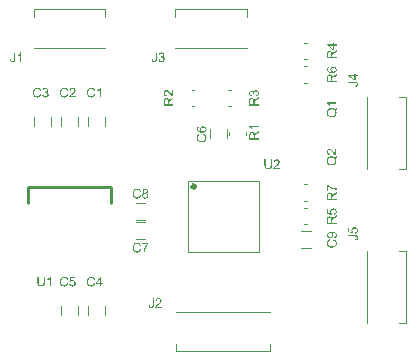
<source format=gto>
G04*
G04 #@! TF.GenerationSoftware,Altium Limited,Altium Designer,23.11.1 (41)*
G04*
G04 Layer_Color=65535*
%FSLAX44Y44*%
%MOMM*%
G71*
G04*
G04 #@! TF.SameCoordinates,E756FA19-21DF-4648-B389-9DDB0D33ADA7*
G04*
G04*
G04 #@! TF.FilePolarity,Positive*
G04*
G01*
G75*
%ADD10C,0.4000*%
%ADD11C,0.1000*%
%ADD12C,0.2540*%
G36*
X1041277Y983359D02*
Y983347D01*
Y983300D01*
Y983242D01*
Y983160D01*
X1041265Y983054D01*
Y982937D01*
X1041253Y982796D01*
X1041242Y982655D01*
X1041206Y982338D01*
X1041159Y982010D01*
X1041089Y981693D01*
X1041042Y981540D01*
X1040995Y981399D01*
Y981388D01*
X1040983Y981364D01*
X1040960Y981329D01*
X1040937Y981282D01*
X1040866Y981153D01*
X1040760Y980989D01*
X1040620Y980801D01*
X1040455Y980613D01*
X1040244Y980414D01*
X1039986Y980238D01*
X1039974D01*
X1039951Y980214D01*
X1039915Y980202D01*
X1039857Y980167D01*
X1039787Y980132D01*
X1039693Y980097D01*
X1039599Y980062D01*
X1039481Y980015D01*
X1039352Y979968D01*
X1039212Y979932D01*
X1039059Y979897D01*
X1038883Y979862D01*
X1038707Y979839D01*
X1038519Y979815D01*
X1038097Y979792D01*
X1037991D01*
X1037909Y979803D01*
X1037815D01*
X1037698Y979815D01*
X1037569Y979827D01*
X1037439Y979839D01*
X1037146Y979886D01*
X1036829Y979956D01*
X1036524Y980050D01*
X1036231Y980179D01*
X1036219D01*
X1036196Y980202D01*
X1036160Y980226D01*
X1036114Y980249D01*
X1035984Y980343D01*
X1035832Y980472D01*
X1035656Y980637D01*
X1035491Y980824D01*
X1035327Y981059D01*
X1035198Y981317D01*
Y981329D01*
X1035186Y981352D01*
X1035175Y981399D01*
X1035151Y981458D01*
X1035128Y981528D01*
X1035104Y981622D01*
X1035069Y981728D01*
X1035046Y981857D01*
X1035022Y981998D01*
X1034987Y982150D01*
X1034964Y982315D01*
X1034940Y982491D01*
X1034917Y982690D01*
X1034905Y982901D01*
X1034893Y983124D01*
Y983359D01*
Y988053D01*
X1035973D01*
Y983359D01*
Y983347D01*
Y983312D01*
Y983253D01*
Y983183D01*
X1035984Y983101D01*
Y982995D01*
X1035996Y982772D01*
X1036020Y982514D01*
X1036055Y982256D01*
X1036102Y982010D01*
X1036125Y981904D01*
X1036160Y981798D01*
X1036172Y981775D01*
X1036196Y981716D01*
X1036254Y981634D01*
X1036325Y981517D01*
X1036407Y981399D01*
X1036524Y981270D01*
X1036665Y981141D01*
X1036829Y981036D01*
X1036853Y981024D01*
X1036911Y980989D01*
X1037017Y980954D01*
X1037158Y980907D01*
X1037322Y980848D01*
X1037533Y980813D01*
X1037756Y980777D01*
X1038003Y980766D01*
X1038120D01*
X1038191Y980777D01*
X1038296D01*
X1038402Y980789D01*
X1038660Y980836D01*
X1038942Y980895D01*
X1039212Y980989D01*
X1039470Y981118D01*
X1039587Y981200D01*
X1039693Y981294D01*
X1039704Y981305D01*
X1039716Y981317D01*
X1039740Y981352D01*
X1039775Y981399D01*
X1039810Y981470D01*
X1039857Y981540D01*
X1039904Y981646D01*
X1039951Y981751D01*
X1039998Y981880D01*
X1040033Y982033D01*
X1040080Y982209D01*
X1040115Y982397D01*
X1040150Y982608D01*
X1040174Y982831D01*
X1040197Y983089D01*
Y983359D01*
Y988053D01*
X1041277D01*
Y983359D01*
D02*
G37*
G36*
X1045548Y988076D02*
X1045642Y988065D01*
X1045760Y988053D01*
X1045889Y988029D01*
X1046018Y988006D01*
X1046323Y987924D01*
X1046628Y987807D01*
X1046780Y987736D01*
X1046933Y987654D01*
X1047074Y987548D01*
X1047203Y987431D01*
X1047215Y987419D01*
X1047238Y987408D01*
X1047262Y987361D01*
X1047309Y987314D01*
X1047367Y987255D01*
X1047426Y987173D01*
X1047485Y987091D01*
X1047555Y986985D01*
X1047672Y986762D01*
X1047790Y986481D01*
X1047837Y986340D01*
X1047860Y986175D01*
X1047884Y986011D01*
X1047895Y985835D01*
Y985812D01*
Y985753D01*
X1047884Y985659D01*
X1047872Y985530D01*
X1047848Y985389D01*
X1047801Y985225D01*
X1047754Y985049D01*
X1047684Y984873D01*
X1047672Y984849D01*
X1047649Y984791D01*
X1047602Y984697D01*
X1047531Y984568D01*
X1047438Y984427D01*
X1047320Y984251D01*
X1047179Y984075D01*
X1047015Y983875D01*
X1046992Y983852D01*
X1046933Y983782D01*
X1046874Y983723D01*
X1046816Y983664D01*
X1046745Y983594D01*
X1046651Y983500D01*
X1046557Y983406D01*
X1046440Y983300D01*
X1046323Y983183D01*
X1046182Y983054D01*
X1046029Y982925D01*
X1045865Y982772D01*
X1045677Y982620D01*
X1045490Y982456D01*
X1045478Y982444D01*
X1045454Y982420D01*
X1045407Y982385D01*
X1045349Y982338D01*
X1045278Y982268D01*
X1045196Y982197D01*
X1045008Y982045D01*
X1044809Y981869D01*
X1044621Y981693D01*
X1044457Y981540D01*
X1044387Y981481D01*
X1044328Y981423D01*
X1044316Y981411D01*
X1044281Y981376D01*
X1044234Y981329D01*
X1044175Y981259D01*
X1044117Y981176D01*
X1044046Y981094D01*
X1043905Y980895D01*
X1047907D01*
Y979932D01*
X1042521D01*
Y979944D01*
Y979991D01*
Y980062D01*
X1042532Y980155D01*
X1042544Y980261D01*
X1042568Y980378D01*
X1042591Y980496D01*
X1042638Y980625D01*
Y980637D01*
X1042650Y980648D01*
X1042673Y980719D01*
X1042720Y980824D01*
X1042791Y980965D01*
X1042885Y981130D01*
X1043002Y981317D01*
X1043131Y981505D01*
X1043295Y981704D01*
Y981716D01*
X1043319Y981728D01*
X1043377Y981798D01*
X1043483Y981904D01*
X1043635Y982057D01*
X1043811Y982233D01*
X1044035Y982444D01*
X1044304Y982679D01*
X1044598Y982925D01*
X1044610Y982937D01*
X1044656Y982972D01*
X1044727Y983030D01*
X1044809Y983101D01*
X1044915Y983195D01*
X1045044Y983300D01*
X1045173Y983418D01*
X1045325Y983547D01*
X1045619Y983829D01*
X1045912Y984110D01*
X1046053Y984251D01*
X1046182Y984392D01*
X1046299Y984521D01*
X1046393Y984650D01*
Y984662D01*
X1046417Y984673D01*
X1046440Y984709D01*
X1046464Y984755D01*
X1046546Y984885D01*
X1046640Y985037D01*
X1046722Y985225D01*
X1046804Y985424D01*
X1046851Y985647D01*
X1046874Y985859D01*
Y985870D01*
Y985882D01*
X1046862Y985953D01*
X1046851Y986070D01*
X1046816Y986199D01*
X1046769Y986363D01*
X1046686Y986527D01*
X1046581Y986692D01*
X1046440Y986856D01*
X1046417Y986880D01*
X1046358Y986926D01*
X1046276Y986985D01*
X1046147Y987067D01*
X1045982Y987138D01*
X1045795Y987208D01*
X1045572Y987255D01*
X1045325Y987267D01*
X1045255D01*
X1045208Y987255D01*
X1045067Y987243D01*
X1044903Y987208D01*
X1044727Y987161D01*
X1044527Y987079D01*
X1044340Y986973D01*
X1044164Y986833D01*
X1044140Y986809D01*
X1044093Y986750D01*
X1044023Y986657D01*
X1043952Y986516D01*
X1043870Y986351D01*
X1043800Y986140D01*
X1043753Y985906D01*
X1043729Y985636D01*
X1042708Y985741D01*
Y985753D01*
X1042720Y985788D01*
Y985847D01*
X1042732Y985929D01*
X1042755Y986023D01*
X1042779Y986128D01*
X1042814Y986258D01*
X1042849Y986387D01*
X1042943Y986668D01*
X1043084Y986950D01*
X1043166Y987091D01*
X1043272Y987232D01*
X1043377Y987361D01*
X1043495Y987478D01*
X1043506Y987490D01*
X1043530Y987502D01*
X1043565Y987537D01*
X1043624Y987572D01*
X1043694Y987619D01*
X1043776Y987666D01*
X1043870Y987724D01*
X1043988Y987783D01*
X1044117Y987842D01*
X1044257Y987900D01*
X1044410Y987947D01*
X1044574Y987994D01*
X1044750Y988029D01*
X1044938Y988065D01*
X1045137Y988076D01*
X1045349Y988088D01*
X1045466D01*
X1045548Y988076D01*
D02*
G37*
G36*
X848982Y884031D02*
Y884020D01*
Y883973D01*
Y883914D01*
Y883832D01*
X848970Y883726D01*
Y883609D01*
X848959Y883468D01*
X848947Y883327D01*
X848912Y883010D01*
X848865Y882682D01*
X848794Y882365D01*
X848747Y882213D01*
X848700Y882072D01*
Y882060D01*
X848689Y882037D01*
X848665Y882001D01*
X848642Y881954D01*
X848571Y881825D01*
X848466Y881661D01*
X848325Y881473D01*
X848160Y881285D01*
X847949Y881086D01*
X847691Y880910D01*
X847679D01*
X847656Y880887D01*
X847621Y880875D01*
X847562Y880839D01*
X847492Y880804D01*
X847398Y880769D01*
X847304Y880734D01*
X847187Y880687D01*
X847057Y880640D01*
X846917Y880605D01*
X846764Y880570D01*
X846588Y880534D01*
X846412Y880511D01*
X846224Y880488D01*
X845802Y880464D01*
X845696D01*
X845614Y880476D01*
X845520D01*
X845403Y880488D01*
X845274Y880499D01*
X845145Y880511D01*
X844851Y880558D01*
X844535Y880628D01*
X844229Y880722D01*
X843936Y880851D01*
X843924D01*
X843901Y880875D01*
X843866Y880898D01*
X843819Y880922D01*
X843689Y881015D01*
X843537Y881145D01*
X843361Y881309D01*
X843197Y881497D01*
X843032Y881731D01*
X842903Y881990D01*
Y882001D01*
X842892Y882025D01*
X842880Y882072D01*
X842856Y882130D01*
X842833Y882201D01*
X842809Y882295D01*
X842774Y882400D01*
X842751Y882529D01*
X842727Y882670D01*
X842692Y882823D01*
X842669Y882987D01*
X842645Y883163D01*
X842622Y883363D01*
X842610Y883574D01*
X842598Y883797D01*
Y884031D01*
Y888725D01*
X843678D01*
Y884031D01*
Y884020D01*
Y883984D01*
Y883926D01*
Y883855D01*
X843689Y883773D01*
Y883668D01*
X843701Y883445D01*
X843725Y883186D01*
X843760Y882928D01*
X843807Y882682D01*
X843830Y882576D01*
X843866Y882471D01*
X843877Y882447D01*
X843901Y882389D01*
X843959Y882306D01*
X844030Y882189D01*
X844112Y882072D01*
X844229Y881943D01*
X844370Y881814D01*
X844535Y881708D01*
X844558Y881696D01*
X844617Y881661D01*
X844722Y881626D01*
X844863Y881579D01*
X845027Y881520D01*
X845238Y881485D01*
X845462Y881450D01*
X845708Y881438D01*
X845825D01*
X845896Y881450D01*
X846001D01*
X846107Y881461D01*
X846365Y881508D01*
X846647Y881567D01*
X846917Y881661D01*
X847175Y881790D01*
X847292Y881872D01*
X847398Y881966D01*
X847410Y881978D01*
X847421Y881990D01*
X847445Y882025D01*
X847480Y882072D01*
X847515Y882142D01*
X847562Y882213D01*
X847609Y882318D01*
X847656Y882424D01*
X847703Y882553D01*
X847738Y882705D01*
X847785Y882881D01*
X847820Y883069D01*
X847855Y883280D01*
X847879Y883503D01*
X847902Y883762D01*
Y884031D01*
Y888725D01*
X848982D01*
Y884031D01*
D02*
G37*
G36*
X854122Y880605D02*
X853124D01*
Y886953D01*
X853113Y886942D01*
X853054Y886895D01*
X852983Y886824D01*
X852866Y886742D01*
X852737Y886637D01*
X852573Y886519D01*
X852385Y886390D01*
X852174Y886261D01*
X852162D01*
X852150Y886249D01*
X852080Y886202D01*
X851963Y886144D01*
X851822Y886073D01*
X851657Y885991D01*
X851481Y885909D01*
X851305Y885827D01*
X851129Y885756D01*
Y886719D01*
X851141D01*
X851165Y886742D01*
X851212Y886754D01*
X851270Y886789D01*
X851341Y886824D01*
X851423Y886871D01*
X851622Y886989D01*
X851857Y887118D01*
X852092Y887282D01*
X852338Y887470D01*
X852585Y887669D01*
X852596Y887681D01*
X852608Y887693D01*
X852643Y887728D01*
X852690Y887763D01*
X852796Y887880D01*
X852937Y888021D01*
X853077Y888186D01*
X853230Y888373D01*
X853359Y888561D01*
X853476Y888761D01*
X854122D01*
Y880605D01*
D02*
G37*
G36*
X1095814Y991637D02*
X1095802D01*
X1095755D01*
X1095685D01*
X1095591Y991649D01*
X1095485Y991661D01*
X1095368Y991684D01*
X1095250Y991707D01*
X1095121Y991754D01*
X1095110D01*
X1095098Y991766D01*
X1095027Y991790D01*
X1094922Y991836D01*
X1094781Y991907D01*
X1094617Y992001D01*
X1094429Y992118D01*
X1094241Y992247D01*
X1094042Y992411D01*
X1094030D01*
X1094018Y992435D01*
X1093948Y992494D01*
X1093842Y992599D01*
X1093690Y992752D01*
X1093514Y992928D01*
X1093303Y993151D01*
X1093068Y993421D01*
X1092821Y993714D01*
X1092810Y993726D01*
X1092774Y993773D01*
X1092716Y993843D01*
X1092645Y993925D01*
X1092551Y994031D01*
X1092446Y994160D01*
X1092328Y994289D01*
X1092199Y994442D01*
X1091918Y994735D01*
X1091636Y995028D01*
X1091495Y995169D01*
X1091355Y995298D01*
X1091225Y995416D01*
X1091096Y995509D01*
X1091085D01*
X1091073Y995533D01*
X1091038Y995556D01*
X1090991Y995580D01*
X1090862Y995662D01*
X1090709Y995756D01*
X1090521Y995838D01*
X1090322Y995920D01*
X1090099Y995967D01*
X1089888Y995991D01*
X1089876D01*
X1089864D01*
X1089794Y995979D01*
X1089676Y995967D01*
X1089547Y995932D01*
X1089383Y995885D01*
X1089219Y995803D01*
X1089054Y995697D01*
X1088890Y995556D01*
X1088867Y995533D01*
X1088820Y995474D01*
X1088761Y995392D01*
X1088679Y995263D01*
X1088609Y995099D01*
X1088538Y994911D01*
X1088491Y994688D01*
X1088480Y994442D01*
Y994371D01*
X1088491Y994324D01*
X1088503Y994184D01*
X1088538Y994019D01*
X1088585Y993843D01*
X1088667Y993644D01*
X1088773Y993456D01*
X1088914Y993280D01*
X1088937Y993256D01*
X1088996Y993210D01*
X1089090Y993139D01*
X1089230Y993069D01*
X1089395Y992987D01*
X1089606Y992916D01*
X1089841Y992869D01*
X1090111Y992846D01*
X1090005Y991825D01*
X1089993D01*
X1089958Y991836D01*
X1089899D01*
X1089817Y991848D01*
X1089723Y991872D01*
X1089618Y991895D01*
X1089489Y991930D01*
X1089360Y991966D01*
X1089078Y992059D01*
X1088796Y992200D01*
X1088655Y992282D01*
X1088515Y992388D01*
X1088386Y992494D01*
X1088268Y992611D01*
X1088257Y992623D01*
X1088245Y992646D01*
X1088210Y992681D01*
X1088174Y992740D01*
X1088127Y992811D01*
X1088081Y992893D01*
X1088022Y992987D01*
X1087963Y993104D01*
X1087905Y993233D01*
X1087846Y993374D01*
X1087799Y993526D01*
X1087752Y993691D01*
X1087717Y993867D01*
X1087682Y994054D01*
X1087670Y994254D01*
X1087658Y994465D01*
Y994582D01*
X1087670Y994665D01*
X1087682Y994759D01*
X1087693Y994876D01*
X1087717Y995005D01*
X1087740Y995134D01*
X1087822Y995439D01*
X1087940Y995744D01*
X1088010Y995897D01*
X1088092Y996049D01*
X1088198Y996190D01*
X1088315Y996319D01*
X1088327Y996331D01*
X1088339Y996354D01*
X1088386Y996378D01*
X1088432Y996425D01*
X1088491Y996484D01*
X1088573Y996542D01*
X1088655Y996601D01*
X1088761Y996671D01*
X1088984Y996789D01*
X1089266Y996906D01*
X1089407Y996953D01*
X1089571Y996976D01*
X1089735Y997000D01*
X1089911Y997011D01*
X1089935D01*
X1089993D01*
X1090087Y997000D01*
X1090216Y996988D01*
X1090357Y996965D01*
X1090521Y996918D01*
X1090697Y996871D01*
X1090873Y996800D01*
X1090897Y996789D01*
X1090956Y996765D01*
X1091049Y996718D01*
X1091179Y996648D01*
X1091319Y996554D01*
X1091495Y996436D01*
X1091671Y996296D01*
X1091871Y996131D01*
X1091894Y996108D01*
X1091965Y996049D01*
X1092023Y995991D01*
X1092082Y995932D01*
X1092152Y995862D01*
X1092246Y995768D01*
X1092340Y995674D01*
X1092446Y995556D01*
X1092563Y995439D01*
X1092692Y995298D01*
X1092821Y995146D01*
X1092974Y994981D01*
X1093127Y994794D01*
X1093291Y994606D01*
X1093303Y994594D01*
X1093326Y994571D01*
X1093361Y994524D01*
X1093408Y994465D01*
X1093478Y994395D01*
X1093549Y994313D01*
X1093701Y994125D01*
X1093877Y993925D01*
X1094053Y993737D01*
X1094206Y993573D01*
X1094265Y993503D01*
X1094323Y993444D01*
X1094335Y993432D01*
X1094370Y993397D01*
X1094417Y993350D01*
X1094488Y993292D01*
X1094570Y993233D01*
X1094652Y993163D01*
X1094852Y993022D01*
Y997023D01*
X1095814D01*
Y991637D01*
D02*
G37*
G36*
X1096447Y990581D02*
Y990569D01*
X1096436Y990546D01*
X1096412Y990499D01*
X1096389Y990428D01*
X1096354Y990346D01*
X1096307Y990252D01*
X1096260Y990147D01*
X1096201Y990029D01*
X1096060Y989771D01*
X1095896Y989478D01*
X1095685Y989161D01*
X1095450Y988832D01*
Y988821D01*
X1095473Y988797D01*
X1095497Y988738D01*
X1095532Y988680D01*
X1095567Y988586D01*
X1095614Y988492D01*
X1095649Y988375D01*
X1095696Y988246D01*
X1095743Y988105D01*
X1095790Y987952D01*
X1095872Y987612D01*
X1095931Y987236D01*
X1095943Y987037D01*
X1095955Y986837D01*
Y986732D01*
X1095943Y986650D01*
Y986556D01*
X1095931Y986439D01*
X1095908Y986309D01*
X1095884Y986169D01*
X1095826Y985863D01*
X1095732Y985523D01*
X1095602Y985171D01*
X1095520Y985007D01*
X1095426Y984831D01*
X1095415Y984819D01*
X1095403Y984796D01*
X1095368Y984749D01*
X1095333Y984690D01*
X1095274Y984608D01*
X1095203Y984526D01*
X1095039Y984326D01*
X1094828Y984103D01*
X1094570Y983880D01*
X1094277Y983657D01*
X1093936Y983458D01*
X1093924D01*
X1093889Y983434D01*
X1093842Y983411D01*
X1093772Y983387D01*
X1093678Y983352D01*
X1093572Y983305D01*
X1093443Y983258D01*
X1093303Y983223D01*
X1093150Y983176D01*
X1092986Y983129D01*
X1092810Y983094D01*
X1092610Y983047D01*
X1092199Y983000D01*
X1091765Y982977D01*
X1091753D01*
X1091707D01*
X1091648D01*
X1091566Y982989D01*
X1091460D01*
X1091331Y983000D01*
X1091190Y983012D01*
X1091038Y983035D01*
X1090697Y983094D01*
X1090334Y983176D01*
X1089946Y983294D01*
X1089571Y983458D01*
X1089559Y983470D01*
X1089524Y983481D01*
X1089477Y983505D01*
X1089407Y983552D01*
X1089324Y983599D01*
X1089230Y983657D01*
X1089008Y983822D01*
X1088773Y984009D01*
X1088526Y984256D01*
X1088280Y984526D01*
X1088069Y984843D01*
X1088057Y984854D01*
X1088045Y984890D01*
X1088022Y984936D01*
X1087987Y985007D01*
X1087951Y985089D01*
X1087905Y985183D01*
X1087858Y985300D01*
X1087811Y985429D01*
X1087764Y985582D01*
X1087717Y985734D01*
X1087635Y986075D01*
X1087576Y986450D01*
X1087552Y986650D01*
Y986967D01*
X1087564Y987049D01*
Y987154D01*
X1087576Y987260D01*
X1087599Y987401D01*
X1087623Y987542D01*
X1087682Y987847D01*
X1087775Y988199D01*
X1087916Y988539D01*
X1087998Y988715D01*
X1088092Y988891D01*
X1088104Y988903D01*
X1088116Y988926D01*
X1088151Y988973D01*
X1088186Y989044D01*
X1088245Y989114D01*
X1088315Y989208D01*
X1088480Y989407D01*
X1088691Y989619D01*
X1088949Y989853D01*
X1089254Y990076D01*
X1089594Y990264D01*
X1089606D01*
X1089641Y990287D01*
X1089688Y990311D01*
X1089759Y990334D01*
X1089853Y990381D01*
X1089958Y990417D01*
X1090087Y990463D01*
X1090228Y990510D01*
X1090380Y990546D01*
X1090545Y990593D01*
X1090721Y990639D01*
X1090909Y990675D01*
X1091319Y990722D01*
X1091753Y990745D01*
X1091765D01*
X1091800D01*
X1091847D01*
X1091918D01*
X1092012Y990733D01*
X1092117D01*
X1092235Y990722D01*
X1092352Y990710D01*
X1092634Y990675D01*
X1092939Y990616D01*
X1093255Y990546D01*
X1093561Y990440D01*
X1093572D01*
X1093596Y990428D01*
X1093643Y990405D01*
X1093690Y990381D01*
X1093760Y990346D01*
X1093842Y990311D01*
X1094030Y990217D01*
X1094253Y990088D01*
X1094488Y989924D01*
X1094722Y989736D01*
X1094957Y989525D01*
Y989537D01*
X1094981Y989560D01*
X1095004Y989595D01*
X1095039Y989654D01*
X1095086Y989713D01*
X1095133Y989795D01*
X1095239Y989971D01*
X1095368Y990182D01*
X1095497Y990417D01*
X1095602Y990663D01*
X1095708Y990898D01*
X1096447Y990581D01*
D02*
G37*
G36*
X1088843Y966536D02*
X1088867Y966513D01*
X1088914Y966466D01*
X1088984Y966419D01*
X1089066Y966348D01*
X1089160Y966255D01*
X1089277Y966161D01*
X1089418Y966055D01*
X1089559Y965949D01*
X1089723Y965820D01*
X1089911Y965691D01*
X1090099Y965562D01*
X1090310Y965422D01*
X1090533Y965281D01*
X1090779Y965140D01*
X1091026Y964999D01*
X1091038Y964987D01*
X1091085Y964964D01*
X1091155Y964929D01*
X1091261Y964870D01*
X1091390Y964811D01*
X1091531Y964741D01*
X1091695Y964659D01*
X1091883Y964577D01*
X1092094Y964483D01*
X1092305Y964377D01*
X1092540Y964283D01*
X1092786Y964189D01*
X1093291Y964002D01*
X1093831Y963826D01*
X1093842D01*
X1093877Y963814D01*
X1093936Y963802D01*
X1094007Y963779D01*
X1094100Y963755D01*
X1094218Y963732D01*
X1094347Y963696D01*
X1094488Y963673D01*
X1094652Y963638D01*
X1094828Y963603D01*
X1095204Y963544D01*
X1095614Y963485D01*
X1096060Y963450D01*
Y962429D01*
X1096049D01*
X1096013D01*
X1095966D01*
X1095896Y962441D01*
X1095802D01*
X1095685Y962453D01*
X1095556Y962464D01*
X1095415Y962476D01*
X1095250Y962499D01*
X1095086Y962523D01*
X1094887Y962558D01*
X1094687Y962593D01*
X1094476Y962629D01*
X1094241Y962675D01*
X1093760Y962793D01*
X1093748D01*
X1093701Y962805D01*
X1093631Y962828D01*
X1093525Y962863D01*
X1093408Y962898D01*
X1093267Y962945D01*
X1093103Y962992D01*
X1092927Y963063D01*
X1092728Y963133D01*
X1092528Y963204D01*
X1092082Y963380D01*
X1091613Y963591D01*
X1091143Y963826D01*
X1091132Y963837D01*
X1091085Y963861D01*
X1091026Y963896D01*
X1090932Y963943D01*
X1090826Y964002D01*
X1090697Y964084D01*
X1090557Y964166D01*
X1090404Y964260D01*
X1090064Y964483D01*
X1089712Y964717D01*
X1089348Y964987D01*
X1089008Y965269D01*
Y961291D01*
X1088045D01*
Y966548D01*
X1088832D01*
X1088843Y966536D01*
D02*
G37*
G36*
X1096060Y959249D02*
X1094370Y958181D01*
X1094359D01*
X1094335Y958158D01*
X1094300Y958134D01*
X1094253Y958099D01*
X1094124Y958017D01*
X1093960Y957911D01*
X1093784Y957782D01*
X1093596Y957653D01*
X1093420Y957524D01*
X1093256Y957407D01*
X1093244Y957395D01*
X1093197Y957360D01*
X1093127Y957301D01*
X1093044Y957219D01*
X1092868Y957043D01*
X1092786Y956949D01*
X1092716Y956855D01*
X1092704Y956843D01*
X1092692Y956820D01*
X1092669Y956773D01*
X1092634Y956702D01*
X1092598Y956632D01*
X1092563Y956550D01*
X1092505Y956362D01*
Y956350D01*
X1092493Y956327D01*
Y956280D01*
X1092481Y956221D01*
X1092469Y956139D01*
Y956045D01*
X1092458Y955916D01*
Y954532D01*
X1096060D01*
Y953452D01*
X1087940D01*
Y957219D01*
X1087951Y957313D01*
Y957418D01*
X1087963Y957665D01*
X1087998Y957923D01*
X1088034Y958205D01*
X1088092Y958463D01*
X1088128Y958592D01*
X1088163Y958697D01*
Y958709D01*
X1088174Y958721D01*
X1088210Y958791D01*
X1088257Y958897D01*
X1088339Y959026D01*
X1088444Y959167D01*
X1088585Y959319D01*
X1088749Y959460D01*
X1088937Y959601D01*
X1088949D01*
X1088961Y959613D01*
X1089031Y959660D01*
X1089148Y959707D01*
X1089301Y959777D01*
X1089477Y959836D01*
X1089688Y959894D01*
X1089911Y959930D01*
X1090158Y959941D01*
X1090169D01*
X1090193D01*
X1090240D01*
X1090298Y959930D01*
X1090380D01*
X1090463Y959918D01*
X1090662Y959871D01*
X1090897Y959800D01*
X1091143Y959707D01*
X1091390Y959566D01*
X1091507Y959472D01*
X1091624Y959378D01*
X1091636Y959366D01*
X1091648Y959355D01*
X1091683Y959319D01*
X1091718Y959272D01*
X1091765Y959214D01*
X1091812Y959143D01*
X1091871Y959050D01*
X1091941Y958956D01*
X1092000Y958838D01*
X1092059Y958709D01*
X1092129Y958568D01*
X1092188Y958416D01*
X1092235Y958240D01*
X1092293Y958064D01*
X1092328Y957864D01*
X1092364Y957653D01*
X1092375Y957676D01*
X1092399Y957723D01*
X1092446Y957794D01*
X1092493Y957888D01*
X1092622Y958099D01*
X1092704Y958205D01*
X1092774Y958298D01*
X1092798Y958322D01*
X1092857Y958381D01*
X1092951Y958475D01*
X1093068Y958592D01*
X1093232Y958721D01*
X1093408Y958873D01*
X1093619Y959026D01*
X1093854Y959190D01*
X1096060Y960587D01*
Y959249D01*
D02*
G37*
G36*
X941278Y865034D02*
Y865023D01*
Y864987D01*
Y864940D01*
Y864870D01*
X941266Y864776D01*
Y864682D01*
X941243Y864459D01*
X941219Y864201D01*
X941172Y863931D01*
X941102Y863685D01*
X941020Y863450D01*
Y863438D01*
X941008Y863427D01*
X940973Y863356D01*
X940914Y863262D01*
X940832Y863133D01*
X940715Y863004D01*
X940586Y862863D01*
X940421Y862722D01*
X940234Y862605D01*
X940210Y862593D01*
X940140Y862558D01*
X940034Y862511D01*
X939882Y862464D01*
X939694Y862406D01*
X939483Y862359D01*
X939248Y862324D01*
X938990Y862312D01*
X938884D01*
X938814Y862324D01*
X938720Y862335D01*
X938626Y862347D01*
X938380Y862394D01*
X938121Y862464D01*
X937851Y862570D01*
X937711Y862640D01*
X937581Y862722D01*
X937464Y862816D01*
X937347Y862922D01*
X937335Y862934D01*
X937323Y862945D01*
X937300Y862992D01*
X937265Y863039D01*
X937218Y863098D01*
X937171Y863180D01*
X937124Y863274D01*
X937065Y863380D01*
X937018Y863497D01*
X936971Y863638D01*
X936924Y863779D01*
X936878Y863943D01*
X936854Y864119D01*
X936819Y864318D01*
X936807Y864518D01*
Y864741D01*
X937781Y864882D01*
Y864870D01*
Y864846D01*
Y864799D01*
X937793Y864729D01*
X937804Y864659D01*
Y864577D01*
X937840Y864377D01*
X937875Y864166D01*
X937945Y863955D01*
X938016Y863767D01*
X938063Y863685D01*
X938121Y863614D01*
X938133Y863603D01*
X938180Y863567D01*
X938250Y863509D01*
X938344Y863450D01*
X938473Y863380D01*
X938614Y863333D01*
X938790Y863286D01*
X938978Y863274D01*
X939048D01*
X939119Y863286D01*
X939224Y863298D01*
X939330Y863321D01*
X939447Y863344D01*
X939565Y863391D01*
X939682Y863450D01*
X939694Y863462D01*
X939729Y863485D01*
X939776Y863532D01*
X939846Y863579D01*
X939905Y863661D01*
X939975Y863743D01*
X940034Y863837D01*
X940081Y863955D01*
Y863966D01*
X940105Y864013D01*
X940116Y864096D01*
X940140Y864201D01*
X940163Y864342D01*
X940175Y864518D01*
X940198Y864729D01*
Y864976D01*
Y870573D01*
X941278D01*
Y865034D01*
D02*
G37*
G36*
X945514Y870596D02*
X945608Y870585D01*
X945725Y870573D01*
X945855Y870550D01*
X945984Y870526D01*
X946289Y870444D01*
X946594Y870327D01*
X946746Y870256D01*
X946899Y870174D01*
X947040Y870069D01*
X947169Y869951D01*
X947181Y869939D01*
X947204Y869928D01*
X947227Y869881D01*
X947274Y869834D01*
X947333Y869775D01*
X947392Y869693D01*
X947450Y869611D01*
X947521Y869505D01*
X947638Y869282D01*
X947756Y869001D01*
X947803Y868860D01*
X947826Y868696D01*
X947850Y868531D01*
X947861Y868355D01*
Y868332D01*
Y868273D01*
X947850Y868179D01*
X947838Y868050D01*
X947814Y867909D01*
X947767Y867745D01*
X947720Y867569D01*
X947650Y867393D01*
X947638Y867370D01*
X947615Y867311D01*
X947568Y867217D01*
X947497Y867088D01*
X947404Y866947D01*
X947286Y866771D01*
X947145Y866595D01*
X946981Y866395D01*
X946958Y866372D01*
X946899Y866302D01*
X946840Y866243D01*
X946782Y866184D01*
X946711Y866114D01*
X946617Y866020D01*
X946524Y865926D01*
X946406Y865820D01*
X946289Y865703D01*
X946148Y865574D01*
X945995Y865445D01*
X945831Y865292D01*
X945643Y865140D01*
X945456Y864976D01*
X945444Y864964D01*
X945420Y864940D01*
X945373Y864905D01*
X945315Y864858D01*
X945244Y864788D01*
X945162Y864717D01*
X944975Y864565D01*
X944775Y864389D01*
X944587Y864213D01*
X944423Y864060D01*
X944352Y864002D01*
X944294Y863943D01*
X944282Y863931D01*
X944247Y863896D01*
X944200Y863849D01*
X944141Y863779D01*
X944083Y863697D01*
X944012Y863614D01*
X943871Y863415D01*
X947873D01*
Y862453D01*
X942487D01*
Y862464D01*
Y862511D01*
Y862582D01*
X942498Y862675D01*
X942510Y862781D01*
X942534Y862898D01*
X942557Y863016D01*
X942604Y863145D01*
Y863157D01*
X942616Y863168D01*
X942639Y863239D01*
X942686Y863344D01*
X942757Y863485D01*
X942850Y863650D01*
X942968Y863837D01*
X943097Y864025D01*
X943261Y864224D01*
Y864236D01*
X943285Y864248D01*
X943343Y864318D01*
X943449Y864424D01*
X943602Y864577D01*
X943777Y864753D01*
X944000Y864964D01*
X944270Y865199D01*
X944564Y865445D01*
X944576Y865457D01*
X944622Y865492D01*
X944693Y865551D01*
X944775Y865621D01*
X944881Y865715D01*
X945010Y865820D01*
X945139Y865938D01*
X945291Y866067D01*
X945585Y866348D01*
X945878Y866630D01*
X946019Y866771D01*
X946148Y866912D01*
X946265Y867041D01*
X946359Y867170D01*
Y867182D01*
X946383Y867193D01*
X946406Y867229D01*
X946430Y867276D01*
X946512Y867405D01*
X946606Y867557D01*
X946688Y867745D01*
X946770Y867944D01*
X946817Y868167D01*
X946840Y868379D01*
Y868390D01*
Y868402D01*
X946829Y868473D01*
X946817Y868590D01*
X946782Y868719D01*
X946735Y868883D01*
X946653Y869047D01*
X946547Y869212D01*
X946406Y869376D01*
X946383Y869400D01*
X946324Y869446D01*
X946242Y869505D01*
X946113Y869587D01*
X945948Y869658D01*
X945761Y869728D01*
X945538Y869775D01*
X945291Y869787D01*
X945221D01*
X945174Y869775D01*
X945033Y869763D01*
X944869Y869728D01*
X944693Y869681D01*
X944493Y869599D01*
X944306Y869493D01*
X944130Y869353D01*
X944106Y869329D01*
X944059Y869270D01*
X943989Y869177D01*
X943918Y869036D01*
X943836Y868872D01*
X943766Y868660D01*
X943719Y868426D01*
X943695Y868156D01*
X942674Y868261D01*
Y868273D01*
X942686Y868308D01*
Y868367D01*
X942698Y868449D01*
X942721Y868543D01*
X942745Y868649D01*
X942780Y868778D01*
X942815Y868907D01*
X942909Y869188D01*
X943050Y869470D01*
X943132Y869611D01*
X943238Y869752D01*
X943343Y869881D01*
X943461Y869998D01*
X943472Y870010D01*
X943496Y870022D01*
X943531Y870057D01*
X943590Y870092D01*
X943660Y870139D01*
X943742Y870186D01*
X943836Y870245D01*
X943953Y870303D01*
X944083Y870362D01*
X944223Y870421D01*
X944376Y870467D01*
X944540Y870514D01*
X944716Y870550D01*
X944904Y870585D01*
X945104Y870596D01*
X945315Y870608D01*
X945432D01*
X945514Y870596D01*
D02*
G37*
G36*
X1111432Y930592D02*
X1111525Y930580D01*
X1111631Y930568D01*
X1111760Y930545D01*
X1111889Y930521D01*
X1112194Y930451D01*
X1112511Y930333D01*
X1112675Y930263D01*
X1112828Y930169D01*
X1112992Y930075D01*
X1113145Y929958D01*
X1113157Y929946D01*
X1113192Y929923D01*
X1113239Y929876D01*
X1113297Y929817D01*
X1113368Y929735D01*
X1113462Y929641D01*
X1113544Y929524D01*
X1113638Y929395D01*
X1113732Y929254D01*
X1113814Y929090D01*
X1113896Y928914D01*
X1113978Y928726D01*
X1114037Y928526D01*
X1114084Y928303D01*
X1114119Y928069D01*
X1114131Y927822D01*
Y927717D01*
X1114119Y927635D01*
X1114107Y927541D01*
X1114095Y927435D01*
X1114084Y927306D01*
X1114048Y927177D01*
X1113978Y926883D01*
X1113872Y926590D01*
X1113802Y926438D01*
X1113720Y926285D01*
X1113626Y926144D01*
X1113520Y926003D01*
X1113509Y925992D01*
X1113497Y925968D01*
X1113450Y925945D01*
X1113403Y925898D01*
X1113344Y925839D01*
X1113274Y925780D01*
X1113180Y925710D01*
X1113074Y925651D01*
X1112969Y925581D01*
X1112840Y925510D01*
X1112558Y925381D01*
X1112230Y925276D01*
X1112054Y925241D01*
X1111866Y925217D01*
X1111784Y926262D01*
X1111795D01*
X1111819D01*
X1111854Y926273D01*
X1111913Y926285D01*
X1112042Y926320D01*
X1112218Y926367D01*
X1112394Y926438D01*
X1112593Y926531D01*
X1112769Y926649D01*
X1112934Y926790D01*
X1112945Y926813D01*
X1112992Y926860D01*
X1113051Y926954D01*
X1113121Y927083D01*
X1113192Y927224D01*
X1113251Y927400D01*
X1113297Y927599D01*
X1113309Y927822D01*
Y927893D01*
X1113297Y927940D01*
X1113286Y928080D01*
X1113239Y928245D01*
X1113180Y928444D01*
X1113086Y928644D01*
X1112945Y928855D01*
X1112863Y928949D01*
X1112769Y929043D01*
X1112758Y929054D01*
X1112746Y929066D01*
X1112711Y929090D01*
X1112675Y929125D01*
X1112546Y929207D01*
X1112382Y929301D01*
X1112183Y929383D01*
X1111936Y929465D01*
X1111643Y929524D01*
X1111490Y929547D01*
X1111326D01*
X1111314D01*
X1111291D01*
X1111244D01*
X1111185Y929536D01*
X1111115D01*
X1111033Y929524D01*
X1110845Y929489D01*
X1110622Y929430D01*
X1110399Y929348D01*
X1110188Y929230D01*
X1109988Y929066D01*
X1109977D01*
X1109965Y929043D01*
X1109906Y928984D01*
X1109824Y928878D01*
X1109730Y928737D01*
X1109648Y928550D01*
X1109566Y928339D01*
X1109507Y928092D01*
X1109484Y927951D01*
Y927728D01*
X1109495Y927635D01*
X1109507Y927517D01*
X1109542Y927376D01*
X1109577Y927235D01*
X1109636Y927083D01*
X1109707Y926930D01*
X1109718Y926919D01*
X1109742Y926872D01*
X1109800Y926801D01*
X1109859Y926707D01*
X1109941Y926613D01*
X1110047Y926520D01*
X1110153Y926414D01*
X1110282Y926332D01*
X1110153Y925393D01*
X1105975Y926179D01*
Y930216D01*
X1106925D01*
Y926966D01*
X1109120Y926531D01*
X1109108Y926543D01*
X1109096Y926567D01*
X1109073Y926602D01*
X1109038Y926661D01*
X1109003Y926731D01*
X1108956Y926813D01*
X1108862Y927001D01*
X1108768Y927235D01*
X1108686Y927494D01*
X1108627Y927775D01*
X1108604Y927916D01*
Y928174D01*
X1108615Y928245D01*
X1108627Y928339D01*
X1108639Y928444D01*
X1108662Y928561D01*
X1108697Y928691D01*
X1108780Y928972D01*
X1108838Y929125D01*
X1108920Y929277D01*
X1109003Y929430D01*
X1109096Y929582D01*
X1109214Y929723D01*
X1109343Y929864D01*
X1109355Y929876D01*
X1109378Y929899D01*
X1109413Y929934D01*
X1109472Y929981D01*
X1109554Y930040D01*
X1109636Y930099D01*
X1109742Y930169D01*
X1109859Y930240D01*
X1109988Y930298D01*
X1110129Y930369D01*
X1110293Y930427D01*
X1110458Y930486D01*
X1110634Y930533D01*
X1110833Y930568D01*
X1111033Y930592D01*
X1111244Y930603D01*
X1111256D01*
X1111291D01*
X1111349D01*
X1111432Y930592D01*
D02*
G37*
G36*
X1111666Y923856D02*
X1111760D01*
X1111983Y923832D01*
X1112241Y923809D01*
X1112511Y923762D01*
X1112758Y923692D01*
X1112992Y923609D01*
X1113004D01*
X1113016Y923598D01*
X1113086Y923562D01*
X1113180Y923504D01*
X1113309Y923422D01*
X1113438Y923304D01*
X1113579Y923175D01*
X1113720Y923011D01*
X1113837Y922823D01*
X1113849Y922800D01*
X1113884Y922729D01*
X1113931Y922624D01*
X1113978Y922471D01*
X1114037Y922283D01*
X1114084Y922072D01*
X1114119Y921837D01*
X1114131Y921579D01*
Y921474D01*
X1114119Y921403D01*
X1114107Y921309D01*
X1114095Y921216D01*
X1114048Y920969D01*
X1113978Y920711D01*
X1113872Y920441D01*
X1113802Y920300D01*
X1113720Y920171D01*
X1113626Y920054D01*
X1113520Y919936D01*
X1113509Y919925D01*
X1113497Y919913D01*
X1113450Y919890D01*
X1113403Y919854D01*
X1113344Y919807D01*
X1113262Y919760D01*
X1113168Y919714D01*
X1113063Y919655D01*
X1112945Y919608D01*
X1112805Y919561D01*
X1112664Y919514D01*
X1112499Y919467D01*
X1112324Y919444D01*
X1112124Y919408D01*
X1111925Y919397D01*
X1111702D01*
X1111561Y920371D01*
X1111572D01*
X1111596D01*
X1111643D01*
X1111713Y920382D01*
X1111784Y920394D01*
X1111866D01*
X1112065Y920429D01*
X1112277Y920464D01*
X1112488Y920535D01*
X1112675Y920605D01*
X1112758Y920652D01*
X1112828Y920711D01*
X1112840Y920723D01*
X1112875Y920770D01*
X1112934Y920840D01*
X1112992Y920934D01*
X1113063Y921063D01*
X1113110Y921204D01*
X1113157Y921380D01*
X1113168Y921568D01*
Y921638D01*
X1113157Y921708D01*
X1113145Y921814D01*
X1113121Y921920D01*
X1113098Y922037D01*
X1113051Y922154D01*
X1112992Y922272D01*
X1112981Y922283D01*
X1112957Y922319D01*
X1112910Y922365D01*
X1112863Y922436D01*
X1112781Y922495D01*
X1112699Y922565D01*
X1112605Y922624D01*
X1112488Y922671D01*
X1112476D01*
X1112429Y922694D01*
X1112347Y922706D01*
X1112241Y922729D01*
X1112101Y922753D01*
X1111925Y922765D01*
X1111713Y922788D01*
X1111467D01*
X1105869D01*
Y923868D01*
X1111408D01*
X1111420D01*
X1111455D01*
X1111502D01*
X1111572D01*
X1111666Y923856D01*
D02*
G37*
G36*
X888547Y1048822D02*
X888653Y1048810D01*
X888782Y1048798D01*
X888911Y1048786D01*
X889063Y1048751D01*
X889380Y1048681D01*
X889732Y1048575D01*
X889908Y1048505D01*
X890073Y1048423D01*
X890237Y1048317D01*
X890401Y1048211D01*
X890413Y1048200D01*
X890436Y1048188D01*
X890483Y1048153D01*
X890542Y1048094D01*
X890601Y1048035D01*
X890683Y1047953D01*
X890765Y1047859D01*
X890859Y1047765D01*
X890953Y1047648D01*
X891047Y1047507D01*
X891152Y1047366D01*
X891246Y1047214D01*
X891328Y1047038D01*
X891422Y1046862D01*
X891492Y1046674D01*
X891563Y1046463D01*
X890507Y1046216D01*
Y1046228D01*
X890495Y1046252D01*
X890472Y1046299D01*
X890448Y1046357D01*
X890425Y1046428D01*
X890389Y1046522D01*
X890296Y1046709D01*
X890178Y1046920D01*
X890037Y1047132D01*
X889861Y1047331D01*
X889674Y1047507D01*
X889650Y1047531D01*
X889580Y1047578D01*
X889462Y1047636D01*
X889310Y1047719D01*
X889110Y1047789D01*
X888887Y1047859D01*
X888617Y1047906D01*
X888324Y1047918D01*
X888230D01*
X888172Y1047906D01*
X888089D01*
X887996Y1047895D01*
X887773Y1047859D01*
X887526Y1047812D01*
X887268Y1047730D01*
X886998Y1047613D01*
X886752Y1047460D01*
X886740D01*
X886728Y1047437D01*
X886646Y1047378D01*
X886540Y1047284D01*
X886411Y1047143D01*
X886259Y1046967D01*
X886118Y1046768D01*
X885989Y1046522D01*
X885872Y1046252D01*
Y1046240D01*
X885860Y1046216D01*
X885848Y1046181D01*
X885836Y1046123D01*
X885813Y1046052D01*
X885789Y1045970D01*
X885754Y1045770D01*
X885707Y1045536D01*
X885660Y1045278D01*
X885637Y1044996D01*
X885625Y1044691D01*
Y1044679D01*
Y1044644D01*
Y1044585D01*
Y1044515D01*
X885637Y1044433D01*
Y1044327D01*
X885649Y1044210D01*
X885660Y1044081D01*
X885695Y1043799D01*
X885754Y1043494D01*
X885825Y1043189D01*
X885919Y1042884D01*
Y1042872D01*
X885930Y1042849D01*
X885954Y1042813D01*
X885977Y1042755D01*
X886048Y1042614D01*
X886153Y1042450D01*
X886282Y1042262D01*
X886447Y1042062D01*
X886634Y1041886D01*
X886857Y1041722D01*
X886869D01*
X886892Y1041710D01*
X886928Y1041687D01*
X886975Y1041663D01*
X887033Y1041640D01*
X887104Y1041605D01*
X887268Y1041534D01*
X887479Y1041464D01*
X887714Y1041405D01*
X887972Y1041358D01*
X888242Y1041347D01*
X888324D01*
X888394Y1041358D01*
X888477D01*
X888559Y1041370D01*
X888770Y1041417D01*
X889016Y1041476D01*
X889263Y1041570D01*
X889521Y1041699D01*
X889650Y1041769D01*
X889768Y1041863D01*
X889779Y1041875D01*
X889791Y1041886D01*
X889826Y1041921D01*
X889873Y1041957D01*
X889920Y1042015D01*
X889979Y1042086D01*
X890049Y1042156D01*
X890108Y1042250D01*
X890178Y1042356D01*
X890260Y1042473D01*
X890331Y1042590D01*
X890401Y1042731D01*
X890460Y1042884D01*
X890518Y1043048D01*
X890577Y1043224D01*
X890624Y1043412D01*
X891704Y1043142D01*
Y1043130D01*
X891692Y1043083D01*
X891668Y1043013D01*
X891633Y1042919D01*
X891598Y1042813D01*
X891551Y1042684D01*
X891492Y1042543D01*
X891422Y1042391D01*
X891258Y1042062D01*
X891047Y1041734D01*
X890918Y1041570D01*
X890788Y1041405D01*
X890648Y1041264D01*
X890483Y1041124D01*
X890472Y1041112D01*
X890448Y1041088D01*
X890389Y1041065D01*
X890331Y1041018D01*
X890237Y1040959D01*
X890143Y1040901D01*
X890014Y1040842D01*
X889885Y1040783D01*
X889732Y1040713D01*
X889568Y1040654D01*
X889392Y1040595D01*
X889204Y1040537D01*
X889005Y1040490D01*
X888793Y1040466D01*
X888570Y1040443D01*
X888336Y1040431D01*
X888207D01*
X888113Y1040443D01*
X888007D01*
X887878Y1040455D01*
X887737Y1040478D01*
X887573Y1040502D01*
X887233Y1040560D01*
X886881Y1040654D01*
X886529Y1040783D01*
X886364Y1040865D01*
X886200Y1040959D01*
X886188Y1040971D01*
X886165Y1040983D01*
X886118Y1041018D01*
X886071Y1041065D01*
X886001Y1041112D01*
X885919Y1041182D01*
X885825Y1041264D01*
X885731Y1041358D01*
X885637Y1041464D01*
X885531Y1041570D01*
X885320Y1041839D01*
X885120Y1042156D01*
X884945Y1042508D01*
Y1042520D01*
X884921Y1042555D01*
X884909Y1042614D01*
X884874Y1042684D01*
X884851Y1042778D01*
X884815Y1042896D01*
X884769Y1043025D01*
X884733Y1043165D01*
X884698Y1043318D01*
X884651Y1043494D01*
X884592Y1043858D01*
X884546Y1044268D01*
X884522Y1044691D01*
Y1044703D01*
Y1044750D01*
Y1044820D01*
X884534Y1044902D01*
Y1045020D01*
X884546Y1045137D01*
X884557Y1045289D01*
X884581Y1045442D01*
X884639Y1045782D01*
X884722Y1046158D01*
X884839Y1046533D01*
X885003Y1046897D01*
X885015Y1046909D01*
X885027Y1046944D01*
X885050Y1046991D01*
X885097Y1047050D01*
X885144Y1047132D01*
X885203Y1047226D01*
X885355Y1047437D01*
X885555Y1047672D01*
X885789Y1047906D01*
X886059Y1048141D01*
X886376Y1048340D01*
X886388Y1048352D01*
X886423Y1048364D01*
X886470Y1048387D01*
X886529Y1048423D01*
X886623Y1048458D01*
X886716Y1048493D01*
X886834Y1048540D01*
X886963Y1048587D01*
X887104Y1048634D01*
X887256Y1048681D01*
X887585Y1048751D01*
X887960Y1048810D01*
X888348Y1048833D01*
X888465D01*
X888547Y1048822D01*
D02*
G37*
G36*
X896374Y1040572D02*
X895377D01*
Y1046920D01*
X895365Y1046909D01*
X895306Y1046862D01*
X895236Y1046792D01*
X895119Y1046709D01*
X894989Y1046604D01*
X894825Y1046486D01*
X894637Y1046357D01*
X894426Y1046228D01*
X894415D01*
X894403Y1046216D01*
X894332Y1046170D01*
X894215Y1046111D01*
X894074Y1046040D01*
X893910Y1045958D01*
X893734Y1045876D01*
X893558Y1045794D01*
X893382Y1045724D01*
Y1046686D01*
X893393D01*
X893417Y1046709D01*
X893464Y1046721D01*
X893523Y1046756D01*
X893593Y1046792D01*
X893675Y1046838D01*
X893875Y1046956D01*
X894109Y1047085D01*
X894344Y1047249D01*
X894591Y1047437D01*
X894837Y1047636D01*
X894849Y1047648D01*
X894860Y1047660D01*
X894896Y1047695D01*
X894942Y1047730D01*
X895048Y1047848D01*
X895189Y1047988D01*
X895330Y1048153D01*
X895482Y1048340D01*
X895611Y1048528D01*
X895729Y1048728D01*
X896374D01*
Y1040572D01*
D02*
G37*
G36*
X865687Y1048822D02*
X865793Y1048810D01*
X865922Y1048798D01*
X866051Y1048786D01*
X866203Y1048751D01*
X866520Y1048681D01*
X866872Y1048575D01*
X867048Y1048505D01*
X867213Y1048423D01*
X867377Y1048317D01*
X867541Y1048211D01*
X867553Y1048200D01*
X867576Y1048188D01*
X867623Y1048153D01*
X867682Y1048094D01*
X867741Y1048035D01*
X867823Y1047953D01*
X867905Y1047859D01*
X867999Y1047765D01*
X868093Y1047648D01*
X868187Y1047507D01*
X868292Y1047366D01*
X868386Y1047214D01*
X868468Y1047038D01*
X868562Y1046862D01*
X868633Y1046674D01*
X868703Y1046463D01*
X867647Y1046216D01*
Y1046228D01*
X867635Y1046252D01*
X867611Y1046299D01*
X867588Y1046357D01*
X867565Y1046428D01*
X867529Y1046522D01*
X867436Y1046709D01*
X867318Y1046920D01*
X867177Y1047132D01*
X867001Y1047331D01*
X866814Y1047507D01*
X866790Y1047531D01*
X866720Y1047578D01*
X866602Y1047636D01*
X866450Y1047719D01*
X866250Y1047789D01*
X866027Y1047859D01*
X865758Y1047906D01*
X865464Y1047918D01*
X865370D01*
X865312Y1047906D01*
X865229D01*
X865135Y1047895D01*
X864912Y1047859D01*
X864666Y1047812D01*
X864408Y1047730D01*
X864138Y1047613D01*
X863892Y1047460D01*
X863880D01*
X863868Y1047437D01*
X863786Y1047378D01*
X863680Y1047284D01*
X863551Y1047143D01*
X863399Y1046967D01*
X863258Y1046768D01*
X863129Y1046522D01*
X863011Y1046252D01*
Y1046240D01*
X863000Y1046216D01*
X862988Y1046181D01*
X862976Y1046123D01*
X862953Y1046052D01*
X862929Y1045970D01*
X862894Y1045770D01*
X862847Y1045536D01*
X862800Y1045278D01*
X862777Y1044996D01*
X862765Y1044691D01*
Y1044679D01*
Y1044644D01*
Y1044585D01*
Y1044515D01*
X862777Y1044433D01*
Y1044327D01*
X862788Y1044210D01*
X862800Y1044081D01*
X862835Y1043799D01*
X862894Y1043494D01*
X862965Y1043189D01*
X863058Y1042884D01*
Y1042872D01*
X863070Y1042849D01*
X863094Y1042813D01*
X863117Y1042755D01*
X863187Y1042614D01*
X863293Y1042450D01*
X863422Y1042262D01*
X863587Y1042062D01*
X863774Y1041886D01*
X863997Y1041722D01*
X864009D01*
X864032Y1041710D01*
X864068Y1041687D01*
X864115Y1041663D01*
X864173Y1041640D01*
X864244Y1041605D01*
X864408Y1041534D01*
X864619Y1041464D01*
X864854Y1041405D01*
X865112Y1041358D01*
X865382Y1041347D01*
X865464D01*
X865535Y1041358D01*
X865617D01*
X865699Y1041370D01*
X865910Y1041417D01*
X866156Y1041476D01*
X866403Y1041570D01*
X866661Y1041699D01*
X866790Y1041769D01*
X866908Y1041863D01*
X866919Y1041875D01*
X866931Y1041886D01*
X866966Y1041921D01*
X867013Y1041957D01*
X867060Y1042015D01*
X867119Y1042086D01*
X867189Y1042156D01*
X867248Y1042250D01*
X867318Y1042356D01*
X867400Y1042473D01*
X867471Y1042590D01*
X867541Y1042731D01*
X867600Y1042884D01*
X867658Y1043048D01*
X867717Y1043224D01*
X867764Y1043412D01*
X868844Y1043142D01*
Y1043130D01*
X868832Y1043083D01*
X868809Y1043013D01*
X868773Y1042919D01*
X868738Y1042813D01*
X868691Y1042684D01*
X868633Y1042543D01*
X868562Y1042391D01*
X868398Y1042062D01*
X868187Y1041734D01*
X868057Y1041570D01*
X867928Y1041405D01*
X867788Y1041264D01*
X867623Y1041124D01*
X867611Y1041112D01*
X867588Y1041088D01*
X867529Y1041065D01*
X867471Y1041018D01*
X867377Y1040959D01*
X867283Y1040901D01*
X867154Y1040842D01*
X867025Y1040783D01*
X866872Y1040713D01*
X866708Y1040654D01*
X866532Y1040595D01*
X866344Y1040537D01*
X866145Y1040490D01*
X865934Y1040466D01*
X865711Y1040443D01*
X865476Y1040431D01*
X865347D01*
X865253Y1040443D01*
X865147D01*
X865018Y1040455D01*
X864877Y1040478D01*
X864713Y1040502D01*
X864373Y1040560D01*
X864021Y1040654D01*
X863669Y1040783D01*
X863504Y1040865D01*
X863340Y1040959D01*
X863328Y1040971D01*
X863305Y1040983D01*
X863258Y1041018D01*
X863211Y1041065D01*
X863141Y1041112D01*
X863058Y1041182D01*
X862965Y1041264D01*
X862871Y1041358D01*
X862777Y1041464D01*
X862671Y1041570D01*
X862460Y1041839D01*
X862261Y1042156D01*
X862085Y1042508D01*
Y1042520D01*
X862061Y1042555D01*
X862049Y1042614D01*
X862014Y1042684D01*
X861991Y1042778D01*
X861955Y1042896D01*
X861908Y1043025D01*
X861873Y1043165D01*
X861838Y1043318D01*
X861791Y1043494D01*
X861732Y1043858D01*
X861685Y1044268D01*
X861662Y1044691D01*
Y1044703D01*
Y1044750D01*
Y1044820D01*
X861674Y1044902D01*
Y1045020D01*
X861685Y1045137D01*
X861697Y1045289D01*
X861721Y1045442D01*
X861779Y1045782D01*
X861861Y1046158D01*
X861979Y1046533D01*
X862143Y1046897D01*
X862155Y1046909D01*
X862167Y1046944D01*
X862190Y1046991D01*
X862237Y1047050D01*
X862284Y1047132D01*
X862343Y1047226D01*
X862495Y1047437D01*
X862695Y1047672D01*
X862929Y1047906D01*
X863199Y1048141D01*
X863516Y1048340D01*
X863528Y1048352D01*
X863563Y1048364D01*
X863610Y1048387D01*
X863669Y1048423D01*
X863763Y1048458D01*
X863856Y1048493D01*
X863974Y1048540D01*
X864103Y1048587D01*
X864244Y1048634D01*
X864396Y1048681D01*
X864725Y1048751D01*
X865100Y1048810D01*
X865488Y1048833D01*
X865605D01*
X865687Y1048822D01*
D02*
G37*
G36*
X872646Y1048716D02*
X872740Y1048704D01*
X872857Y1048692D01*
X872986Y1048669D01*
X873115Y1048646D01*
X873420Y1048563D01*
X873725Y1048446D01*
X873878Y1048376D01*
X874031Y1048294D01*
X874171Y1048188D01*
X874300Y1048071D01*
X874312Y1048059D01*
X874336Y1048047D01*
X874359Y1048000D01*
X874406Y1047953D01*
X874465Y1047895D01*
X874523Y1047812D01*
X874582Y1047730D01*
X874652Y1047625D01*
X874770Y1047402D01*
X874887Y1047120D01*
X874934Y1046979D01*
X874958Y1046815D01*
X874981Y1046651D01*
X874993Y1046475D01*
Y1046451D01*
Y1046393D01*
X874981Y1046299D01*
X874969Y1046170D01*
X874946Y1046029D01*
X874899Y1045864D01*
X874852Y1045688D01*
X874781Y1045512D01*
X874770Y1045489D01*
X874746Y1045430D01*
X874699Y1045336D01*
X874629Y1045207D01*
X874535Y1045066D01*
X874418Y1044890D01*
X874277Y1044714D01*
X874113Y1044515D01*
X874089Y1044491D01*
X874031Y1044421D01*
X873972Y1044362D01*
X873913Y1044304D01*
X873843Y1044233D01*
X873749Y1044139D01*
X873655Y1044045D01*
X873538Y1043940D01*
X873420Y1043823D01*
X873279Y1043693D01*
X873127Y1043564D01*
X872963Y1043412D01*
X872775Y1043259D01*
X872587Y1043095D01*
X872575Y1043083D01*
X872552Y1043060D01*
X872505Y1043025D01*
X872446Y1042978D01*
X872376Y1042907D01*
X872294Y1042837D01*
X872106Y1042684D01*
X871907Y1042508D01*
X871719Y1042332D01*
X871554Y1042180D01*
X871484Y1042121D01*
X871425Y1042062D01*
X871414Y1042051D01*
X871378Y1042015D01*
X871331Y1041969D01*
X871273Y1041898D01*
X871214Y1041816D01*
X871144Y1041734D01*
X871003Y1041534D01*
X875005D01*
Y1040572D01*
X869618D01*
Y1040584D01*
Y1040631D01*
Y1040701D01*
X869630Y1040795D01*
X869642Y1040901D01*
X869665Y1041018D01*
X869689Y1041135D01*
X869735Y1041264D01*
Y1041276D01*
X869747Y1041288D01*
X869771Y1041358D01*
X869818Y1041464D01*
X869888Y1041605D01*
X869982Y1041769D01*
X870099Y1041957D01*
X870228Y1042144D01*
X870393Y1042344D01*
Y1042356D01*
X870416Y1042367D01*
X870475Y1042438D01*
X870581Y1042543D01*
X870733Y1042696D01*
X870909Y1042872D01*
X871132Y1043083D01*
X871402Y1043318D01*
X871695Y1043564D01*
X871707Y1043576D01*
X871754Y1043611D01*
X871824Y1043670D01*
X871907Y1043740D01*
X872012Y1043834D01*
X872141Y1043940D01*
X872270Y1044057D01*
X872423Y1044186D01*
X872716Y1044468D01*
X873010Y1044750D01*
X873150Y1044890D01*
X873279Y1045031D01*
X873397Y1045160D01*
X873491Y1045289D01*
Y1045301D01*
X873514Y1045313D01*
X873538Y1045348D01*
X873561Y1045395D01*
X873643Y1045524D01*
X873737Y1045677D01*
X873819Y1045864D01*
X873901Y1046064D01*
X873948Y1046287D01*
X873972Y1046498D01*
Y1046510D01*
Y1046522D01*
X873960Y1046592D01*
X873948Y1046709D01*
X873913Y1046838D01*
X873866Y1047003D01*
X873784Y1047167D01*
X873678Y1047331D01*
X873538Y1047495D01*
X873514Y1047519D01*
X873456Y1047566D01*
X873373Y1047625D01*
X873244Y1047707D01*
X873080Y1047777D01*
X872892Y1047848D01*
X872669Y1047895D01*
X872423Y1047906D01*
X872352D01*
X872306Y1047895D01*
X872165Y1047883D01*
X872000Y1047848D01*
X871824Y1047801D01*
X871625Y1047719D01*
X871437Y1047613D01*
X871261Y1047472D01*
X871238Y1047449D01*
X871191Y1047390D01*
X871120Y1047296D01*
X871050Y1047155D01*
X870968Y1046991D01*
X870897Y1046780D01*
X870850Y1046545D01*
X870827Y1046275D01*
X869806Y1046381D01*
Y1046393D01*
X869818Y1046428D01*
Y1046486D01*
X869829Y1046569D01*
X869853Y1046662D01*
X869876Y1046768D01*
X869912Y1046897D01*
X869947Y1047026D01*
X870041Y1047308D01*
X870182Y1047589D01*
X870264Y1047730D01*
X870369Y1047871D01*
X870475Y1048000D01*
X870592Y1048118D01*
X870604Y1048129D01*
X870627Y1048141D01*
X870663Y1048176D01*
X870721Y1048211D01*
X870792Y1048258D01*
X870874Y1048305D01*
X870968Y1048364D01*
X871085Y1048423D01*
X871214Y1048481D01*
X871355Y1048540D01*
X871507Y1048587D01*
X871672Y1048634D01*
X871848Y1048669D01*
X872036Y1048704D01*
X872235Y1048716D01*
X872446Y1048728D01*
X872564D01*
X872646Y1048716D01*
D02*
G37*
G36*
X842827Y1048822D02*
X842933Y1048810D01*
X843062Y1048798D01*
X843191Y1048786D01*
X843343Y1048751D01*
X843660Y1048681D01*
X844012Y1048575D01*
X844188Y1048505D01*
X844353Y1048423D01*
X844517Y1048317D01*
X844681Y1048211D01*
X844693Y1048200D01*
X844716Y1048188D01*
X844763Y1048153D01*
X844822Y1048094D01*
X844881Y1048035D01*
X844963Y1047953D01*
X845045Y1047859D01*
X845139Y1047765D01*
X845233Y1047648D01*
X845327Y1047507D01*
X845432Y1047366D01*
X845526Y1047214D01*
X845608Y1047038D01*
X845702Y1046862D01*
X845772Y1046674D01*
X845843Y1046463D01*
X844787Y1046216D01*
Y1046228D01*
X844775Y1046252D01*
X844752Y1046299D01*
X844728Y1046357D01*
X844705Y1046428D01*
X844669Y1046522D01*
X844576Y1046709D01*
X844458Y1046920D01*
X844317Y1047132D01*
X844141Y1047331D01*
X843954Y1047507D01*
X843930Y1047531D01*
X843860Y1047578D01*
X843742Y1047636D01*
X843590Y1047719D01*
X843390Y1047789D01*
X843167Y1047859D01*
X842897Y1047906D01*
X842604Y1047918D01*
X842510D01*
X842452Y1047906D01*
X842369D01*
X842275Y1047895D01*
X842053Y1047859D01*
X841806Y1047812D01*
X841548Y1047730D01*
X841278Y1047613D01*
X841032Y1047460D01*
X841020D01*
X841008Y1047437D01*
X840926Y1047378D01*
X840820Y1047284D01*
X840691Y1047143D01*
X840539Y1046967D01*
X840398Y1046768D01*
X840269Y1046522D01*
X840152Y1046252D01*
Y1046240D01*
X840140Y1046216D01*
X840128Y1046181D01*
X840116Y1046123D01*
X840093Y1046052D01*
X840069Y1045970D01*
X840034Y1045770D01*
X839987Y1045536D01*
X839940Y1045278D01*
X839917Y1044996D01*
X839905Y1044691D01*
Y1044679D01*
Y1044644D01*
Y1044585D01*
Y1044515D01*
X839917Y1044433D01*
Y1044327D01*
X839929Y1044210D01*
X839940Y1044081D01*
X839976Y1043799D01*
X840034Y1043494D01*
X840105Y1043189D01*
X840199Y1042884D01*
Y1042872D01*
X840210Y1042849D01*
X840234Y1042813D01*
X840257Y1042755D01*
X840328Y1042614D01*
X840433Y1042450D01*
X840562Y1042262D01*
X840726Y1042062D01*
X840914Y1041886D01*
X841137Y1041722D01*
X841149D01*
X841172Y1041710D01*
X841208Y1041687D01*
X841255Y1041663D01*
X841313Y1041640D01*
X841384Y1041605D01*
X841548Y1041534D01*
X841759Y1041464D01*
X841994Y1041405D01*
X842252Y1041358D01*
X842522Y1041347D01*
X842604D01*
X842674Y1041358D01*
X842757D01*
X842839Y1041370D01*
X843050Y1041417D01*
X843297Y1041476D01*
X843543Y1041570D01*
X843801Y1041699D01*
X843930Y1041769D01*
X844047Y1041863D01*
X844059Y1041875D01*
X844071Y1041886D01*
X844106Y1041921D01*
X844153Y1041957D01*
X844200Y1042015D01*
X844259Y1042086D01*
X844329Y1042156D01*
X844388Y1042250D01*
X844458Y1042356D01*
X844540Y1042473D01*
X844611Y1042590D01*
X844681Y1042731D01*
X844740Y1042884D01*
X844799Y1043048D01*
X844857Y1043224D01*
X844904Y1043412D01*
X845984Y1043142D01*
Y1043130D01*
X845972Y1043083D01*
X845948Y1043013D01*
X845913Y1042919D01*
X845878Y1042813D01*
X845831Y1042684D01*
X845772Y1042543D01*
X845702Y1042391D01*
X845538Y1042062D01*
X845327Y1041734D01*
X845198Y1041570D01*
X845068Y1041405D01*
X844928Y1041264D01*
X844763Y1041124D01*
X844752Y1041112D01*
X844728Y1041088D01*
X844669Y1041065D01*
X844611Y1041018D01*
X844517Y1040959D01*
X844423Y1040901D01*
X844294Y1040842D01*
X844165Y1040783D01*
X844012Y1040713D01*
X843848Y1040654D01*
X843672Y1040595D01*
X843484Y1040537D01*
X843285Y1040490D01*
X843074Y1040466D01*
X842850Y1040443D01*
X842616Y1040431D01*
X842487D01*
X842393Y1040443D01*
X842287D01*
X842158Y1040455D01*
X842017Y1040478D01*
X841853Y1040502D01*
X841513Y1040560D01*
X841161Y1040654D01*
X840809Y1040783D01*
X840644Y1040865D01*
X840480Y1040959D01*
X840468Y1040971D01*
X840445Y1040983D01*
X840398Y1041018D01*
X840351Y1041065D01*
X840281Y1041112D01*
X840199Y1041182D01*
X840105Y1041264D01*
X840011Y1041358D01*
X839917Y1041464D01*
X839811Y1041570D01*
X839600Y1041839D01*
X839400Y1042156D01*
X839224Y1042508D01*
Y1042520D01*
X839201Y1042555D01*
X839189Y1042614D01*
X839154Y1042684D01*
X839131Y1042778D01*
X839095Y1042896D01*
X839048Y1043025D01*
X839013Y1043165D01*
X838978Y1043318D01*
X838931Y1043494D01*
X838872Y1043858D01*
X838826Y1044268D01*
X838802Y1044691D01*
Y1044703D01*
Y1044750D01*
Y1044820D01*
X838814Y1044902D01*
Y1045020D01*
X838826Y1045137D01*
X838837Y1045289D01*
X838861Y1045442D01*
X838919Y1045782D01*
X839001Y1046158D01*
X839119Y1046533D01*
X839283Y1046897D01*
X839295Y1046909D01*
X839307Y1046944D01*
X839330Y1046991D01*
X839377Y1047050D01*
X839424Y1047132D01*
X839483Y1047226D01*
X839635Y1047437D01*
X839835Y1047672D01*
X840069Y1047906D01*
X840339Y1048141D01*
X840656Y1048340D01*
X840668Y1048352D01*
X840703Y1048364D01*
X840750Y1048387D01*
X840809Y1048423D01*
X840903Y1048458D01*
X840996Y1048493D01*
X841114Y1048540D01*
X841243Y1048587D01*
X841384Y1048634D01*
X841536Y1048681D01*
X841865Y1048751D01*
X842240Y1048810D01*
X842628Y1048833D01*
X842745D01*
X842827Y1048822D01*
D02*
G37*
G36*
X849692Y1048716D02*
X849845Y1048692D01*
X850032Y1048657D01*
X850244Y1048599D01*
X850455Y1048528D01*
X850666Y1048434D01*
X850678D01*
X850689Y1048423D01*
X850760Y1048387D01*
X850865Y1048317D01*
X850983Y1048235D01*
X851124Y1048118D01*
X851264Y1047988D01*
X851405Y1047836D01*
X851523Y1047660D01*
X851534Y1047636D01*
X851570Y1047578D01*
X851616Y1047472D01*
X851675Y1047343D01*
X851734Y1047190D01*
X851781Y1047014D01*
X851816Y1046815D01*
X851828Y1046615D01*
Y1046592D01*
Y1046522D01*
X851816Y1046428D01*
X851793Y1046299D01*
X851757Y1046146D01*
X851699Y1045982D01*
X851628Y1045817D01*
X851534Y1045653D01*
X851523Y1045630D01*
X851487Y1045583D01*
X851417Y1045501D01*
X851323Y1045407D01*
X851206Y1045301D01*
X851065Y1045184D01*
X850901Y1045078D01*
X850701Y1044973D01*
X850713D01*
X850736Y1044961D01*
X850771Y1044949D01*
X850818Y1044937D01*
X850947Y1044890D01*
X851112Y1044820D01*
X851300Y1044726D01*
X851487Y1044609D01*
X851663Y1044456D01*
X851828Y1044280D01*
X851839Y1044257D01*
X851886Y1044186D01*
X851957Y1044069D01*
X852027Y1043916D01*
X852098Y1043729D01*
X852168Y1043506D01*
X852215Y1043248D01*
X852227Y1042966D01*
Y1042954D01*
Y1042919D01*
Y1042860D01*
X852215Y1042790D01*
X852203Y1042696D01*
X852180Y1042590D01*
X852156Y1042473D01*
X852133Y1042344D01*
X852039Y1042062D01*
X851969Y1041910D01*
X851898Y1041769D01*
X851804Y1041616D01*
X851699Y1041464D01*
X851581Y1041311D01*
X851440Y1041171D01*
X851429Y1041159D01*
X851405Y1041135D01*
X851358Y1041100D01*
X851300Y1041053D01*
X851229Y1040994D01*
X851135Y1040936D01*
X851030Y1040865D01*
X850901Y1040807D01*
X850771Y1040736D01*
X850619Y1040666D01*
X850466Y1040607D01*
X850290Y1040548D01*
X850103Y1040502D01*
X849903Y1040466D01*
X849704Y1040443D01*
X849481Y1040431D01*
X849375D01*
X849305Y1040443D01*
X849211Y1040455D01*
X849105Y1040466D01*
X848988Y1040490D01*
X848859Y1040513D01*
X848577Y1040584D01*
X848284Y1040701D01*
X848131Y1040771D01*
X847990Y1040854D01*
X847850Y1040959D01*
X847709Y1041065D01*
X847697Y1041077D01*
X847673Y1041100D01*
X847638Y1041135D01*
X847603Y1041182D01*
X847544Y1041241D01*
X847486Y1041323D01*
X847415Y1041405D01*
X847345Y1041511D01*
X847275Y1041628D01*
X847204Y1041746D01*
X847075Y1042027D01*
X846970Y1042356D01*
X846934Y1042532D01*
X846911Y1042719D01*
X847908Y1042849D01*
Y1042837D01*
X847920Y1042813D01*
X847932Y1042766D01*
X847943Y1042708D01*
X847955Y1042637D01*
X847979Y1042555D01*
X848037Y1042379D01*
X848120Y1042168D01*
X848225Y1041969D01*
X848342Y1041781D01*
X848483Y1041616D01*
X848507Y1041605D01*
X848554Y1041558D01*
X848648Y1041499D01*
X848765Y1041440D01*
X848906Y1041370D01*
X849082Y1041311D01*
X849281Y1041264D01*
X849492Y1041253D01*
X849563D01*
X849610Y1041264D01*
X849739Y1041276D01*
X849903Y1041311D01*
X850091Y1041370D01*
X850290Y1041452D01*
X850490Y1041570D01*
X850678Y1041734D01*
X850701Y1041757D01*
X850760Y1041828D01*
X850830Y1041933D01*
X850924Y1042074D01*
X851018Y1042250D01*
X851088Y1042450D01*
X851147Y1042684D01*
X851171Y1042942D01*
Y1042954D01*
Y1042978D01*
Y1043013D01*
X851159Y1043060D01*
X851147Y1043189D01*
X851112Y1043341D01*
X851065Y1043529D01*
X850983Y1043717D01*
X850865Y1043905D01*
X850713Y1044081D01*
X850689Y1044104D01*
X850631Y1044151D01*
X850537Y1044221D01*
X850408Y1044304D01*
X850244Y1044386D01*
X850044Y1044456D01*
X849821Y1044503D01*
X849575Y1044527D01*
X849469D01*
X849387Y1044515D01*
X849281Y1044503D01*
X849164Y1044480D01*
X849023Y1044456D01*
X848870Y1044421D01*
X848988Y1045301D01*
X849046D01*
X849093Y1045289D01*
X849246D01*
X849375Y1045313D01*
X849528Y1045336D01*
X849704Y1045371D01*
X849903Y1045430D01*
X850091Y1045512D01*
X850290Y1045618D01*
X850302D01*
X850314Y1045630D01*
X850372Y1045677D01*
X850455Y1045759D01*
X850549Y1045864D01*
X850642Y1046017D01*
X850725Y1046193D01*
X850783Y1046393D01*
X850807Y1046510D01*
Y1046639D01*
Y1046651D01*
Y1046662D01*
Y1046733D01*
X850783Y1046827D01*
X850760Y1046956D01*
X850713Y1047097D01*
X850654Y1047249D01*
X850560Y1047402D01*
X850431Y1047542D01*
X850419Y1047554D01*
X850361Y1047601D01*
X850279Y1047660D01*
X850173Y1047730D01*
X850032Y1047789D01*
X849868Y1047848D01*
X849680Y1047895D01*
X849469Y1047906D01*
X849375D01*
X849269Y1047883D01*
X849129Y1047859D01*
X848976Y1047812D01*
X848823Y1047754D01*
X848659Y1047660D01*
X848507Y1047542D01*
X848495Y1047531D01*
X848448Y1047472D01*
X848378Y1047390D01*
X848296Y1047273D01*
X848213Y1047120D01*
X848131Y1046932D01*
X848061Y1046709D01*
X848014Y1046451D01*
X847016Y1046627D01*
Y1046639D01*
X847028Y1046674D01*
X847040Y1046721D01*
X847052Y1046792D01*
X847075Y1046874D01*
X847110Y1046967D01*
X847181Y1047190D01*
X847298Y1047449D01*
X847439Y1047707D01*
X847615Y1047953D01*
X847838Y1048176D01*
X847850Y1048188D01*
X847873Y1048200D01*
X847908Y1048223D01*
X847955Y1048258D01*
X848014Y1048305D01*
X848096Y1048352D01*
X848178Y1048399D01*
X848284Y1048458D01*
X848518Y1048552D01*
X848788Y1048646D01*
X849105Y1048704D01*
X849269Y1048728D01*
X849563D01*
X849692Y1048716D01*
D02*
G37*
G36*
X888537Y888802D02*
X888643Y888790D01*
X888772Y888778D01*
X888901Y888766D01*
X889053Y888731D01*
X889370Y888661D01*
X889722Y888555D01*
X889898Y888485D01*
X890063Y888403D01*
X890227Y888297D01*
X890391Y888191D01*
X890403Y888180D01*
X890426Y888168D01*
X890473Y888133D01*
X890532Y888074D01*
X890591Y888015D01*
X890673Y887933D01*
X890755Y887839D01*
X890849Y887745D01*
X890943Y887628D01*
X891037Y887487D01*
X891142Y887346D01*
X891236Y887194D01*
X891318Y887018D01*
X891412Y886842D01*
X891482Y886654D01*
X891553Y886443D01*
X890497Y886196D01*
Y886208D01*
X890485Y886232D01*
X890462Y886279D01*
X890438Y886337D01*
X890415Y886408D01*
X890379Y886502D01*
X890285Y886689D01*
X890168Y886900D01*
X890027Y887112D01*
X889851Y887311D01*
X889664Y887487D01*
X889640Y887511D01*
X889570Y887558D01*
X889452Y887616D01*
X889300Y887699D01*
X889100Y887769D01*
X888877Y887839D01*
X888607Y887886D01*
X888314Y887898D01*
X888220D01*
X888161Y887886D01*
X888079D01*
X887986Y887875D01*
X887763Y887839D01*
X887516Y887792D01*
X887258Y887710D01*
X886988Y887593D01*
X886742Y887440D01*
X886730D01*
X886718Y887417D01*
X886636Y887358D01*
X886530Y887264D01*
X886401Y887123D01*
X886249Y886947D01*
X886108Y886748D01*
X885979Y886502D01*
X885862Y886232D01*
Y886220D01*
X885850Y886196D01*
X885838Y886161D01*
X885826Y886103D01*
X885803Y886032D01*
X885779Y885950D01*
X885744Y885751D01*
X885697Y885516D01*
X885650Y885258D01*
X885627Y884976D01*
X885615Y884671D01*
Y884659D01*
Y884624D01*
Y884565D01*
Y884495D01*
X885627Y884413D01*
Y884307D01*
X885639Y884190D01*
X885650Y884061D01*
X885686Y883779D01*
X885744Y883474D01*
X885815Y883169D01*
X885909Y882864D01*
Y882852D01*
X885920Y882829D01*
X885944Y882793D01*
X885967Y882735D01*
X886038Y882594D01*
X886143Y882430D01*
X886272Y882242D01*
X886436Y882042D01*
X886624Y881866D01*
X886847Y881702D01*
X886859D01*
X886882Y881690D01*
X886918Y881667D01*
X886965Y881643D01*
X887023Y881620D01*
X887094Y881585D01*
X887258Y881514D01*
X887469Y881444D01*
X887704Y881385D01*
X887962Y881338D01*
X888232Y881327D01*
X888314D01*
X888384Y881338D01*
X888467D01*
X888549Y881350D01*
X888760Y881397D01*
X889007Y881456D01*
X889253Y881550D01*
X889511Y881679D01*
X889640Y881749D01*
X889758Y881843D01*
X889769Y881855D01*
X889781Y881866D01*
X889816Y881901D01*
X889863Y881937D01*
X889910Y881995D01*
X889969Y882066D01*
X890039Y882136D01*
X890098Y882230D01*
X890168Y882336D01*
X890250Y882453D01*
X890321Y882570D01*
X890391Y882711D01*
X890450Y882864D01*
X890508Y883028D01*
X890567Y883204D01*
X890614Y883392D01*
X891694Y883122D01*
Y883110D01*
X891682Y883063D01*
X891658Y882993D01*
X891623Y882899D01*
X891588Y882793D01*
X891541Y882664D01*
X891482Y882523D01*
X891412Y882371D01*
X891248Y882042D01*
X891037Y881714D01*
X890908Y881550D01*
X890778Y881385D01*
X890638Y881244D01*
X890473Y881104D01*
X890462Y881092D01*
X890438Y881068D01*
X890379Y881045D01*
X890321Y880998D01*
X890227Y880939D01*
X890133Y880881D01*
X890004Y880822D01*
X889875Y880763D01*
X889722Y880693D01*
X889558Y880634D01*
X889382Y880575D01*
X889194Y880517D01*
X888995Y880470D01*
X888783Y880446D01*
X888560Y880423D01*
X888326Y880411D01*
X888197D01*
X888103Y880423D01*
X887997D01*
X887868Y880435D01*
X887727Y880458D01*
X887563Y880482D01*
X887223Y880540D01*
X886871Y880634D01*
X886519Y880763D01*
X886354Y880845D01*
X886190Y880939D01*
X886178Y880951D01*
X886155Y880963D01*
X886108Y880998D01*
X886061Y881045D01*
X885991Y881092D01*
X885909Y881162D01*
X885815Y881244D01*
X885721Y881338D01*
X885627Y881444D01*
X885521Y881550D01*
X885310Y881819D01*
X885110Y882136D01*
X884934Y882488D01*
Y882500D01*
X884911Y882535D01*
X884899Y882594D01*
X884864Y882664D01*
X884841Y882758D01*
X884805Y882876D01*
X884759Y883005D01*
X884723Y883145D01*
X884688Y883298D01*
X884641Y883474D01*
X884582Y883838D01*
X884536Y884249D01*
X884512Y884671D01*
Y884683D01*
Y884730D01*
Y884800D01*
X884524Y884882D01*
Y884999D01*
X884536Y885117D01*
X884547Y885269D01*
X884571Y885422D01*
X884629Y885762D01*
X884712Y886138D01*
X884829Y886513D01*
X884993Y886877D01*
X885005Y886889D01*
X885017Y886924D01*
X885040Y886971D01*
X885087Y887030D01*
X885134Y887112D01*
X885193Y887206D01*
X885345Y887417D01*
X885545Y887652D01*
X885779Y887886D01*
X886049Y888121D01*
X886366Y888320D01*
X886378Y888332D01*
X886413Y888344D01*
X886460Y888367D01*
X886519Y888403D01*
X886613Y888438D01*
X886706Y888473D01*
X886824Y888520D01*
X886953Y888567D01*
X887094Y888614D01*
X887246Y888661D01*
X887575Y888731D01*
X887950Y888790D01*
X888338Y888813D01*
X888455D01*
X888537Y888802D01*
D02*
G37*
G36*
X896798Y883415D02*
X897901D01*
Y882500D01*
X896798D01*
Y880552D01*
X895801D01*
Y882500D01*
X892269D01*
Y883415D01*
X895989Y888672D01*
X896798D01*
Y883415D01*
D02*
G37*
G36*
X865677Y888802D02*
X865783Y888790D01*
X865912Y888778D01*
X866041Y888766D01*
X866193Y888731D01*
X866510Y888661D01*
X866862Y888555D01*
X867038Y888485D01*
X867203Y888403D01*
X867367Y888297D01*
X867531Y888191D01*
X867543Y888180D01*
X867566Y888168D01*
X867613Y888133D01*
X867672Y888074D01*
X867731Y888015D01*
X867813Y887933D01*
X867895Y887839D01*
X867989Y887745D01*
X868083Y887628D01*
X868176Y887487D01*
X868282Y887346D01*
X868376Y887194D01*
X868458Y887018D01*
X868552Y886842D01*
X868623Y886654D01*
X868693Y886443D01*
X867637Y886196D01*
Y886208D01*
X867625Y886232D01*
X867601Y886279D01*
X867578Y886337D01*
X867555Y886408D01*
X867519Y886502D01*
X867426Y886689D01*
X867308Y886900D01*
X867167Y887112D01*
X866991Y887311D01*
X866804Y887487D01*
X866780Y887511D01*
X866710Y887558D01*
X866592Y887616D01*
X866440Y887699D01*
X866240Y887769D01*
X866017Y887839D01*
X865747Y887886D01*
X865454Y887898D01*
X865360D01*
X865302Y887886D01*
X865219D01*
X865126Y887875D01*
X864902Y887839D01*
X864656Y887792D01*
X864398Y887710D01*
X864128Y887593D01*
X863882Y887440D01*
X863870D01*
X863858Y887417D01*
X863776Y887358D01*
X863670Y887264D01*
X863541Y887123D01*
X863389Y886947D01*
X863248Y886748D01*
X863119Y886502D01*
X863001Y886232D01*
Y886220D01*
X862990Y886196D01*
X862978Y886161D01*
X862966Y886103D01*
X862943Y886032D01*
X862919Y885950D01*
X862884Y885751D01*
X862837Y885516D01*
X862790Y885258D01*
X862767Y884976D01*
X862755Y884671D01*
Y884659D01*
Y884624D01*
Y884565D01*
Y884495D01*
X862767Y884413D01*
Y884307D01*
X862778Y884190D01*
X862790Y884061D01*
X862825Y883779D01*
X862884Y883474D01*
X862955Y883169D01*
X863048Y882864D01*
Y882852D01*
X863060Y882829D01*
X863084Y882793D01*
X863107Y882735D01*
X863177Y882594D01*
X863283Y882430D01*
X863412Y882242D01*
X863577Y882042D01*
X863764Y881866D01*
X863987Y881702D01*
X863999D01*
X864022Y881690D01*
X864058Y881667D01*
X864105Y881643D01*
X864163Y881620D01*
X864234Y881585D01*
X864398Y881514D01*
X864609Y881444D01*
X864844Y881385D01*
X865102Y881338D01*
X865372Y881327D01*
X865454D01*
X865525Y881338D01*
X865607D01*
X865689Y881350D01*
X865900Y881397D01*
X866146Y881456D01*
X866393Y881550D01*
X866651Y881679D01*
X866780Y881749D01*
X866898Y881843D01*
X866909Y881855D01*
X866921Y881866D01*
X866956Y881901D01*
X867003Y881937D01*
X867050Y881995D01*
X867109Y882066D01*
X867179Y882136D01*
X867238Y882230D01*
X867308Y882336D01*
X867390Y882453D01*
X867461Y882570D01*
X867531Y882711D01*
X867590Y882864D01*
X867648Y883028D01*
X867707Y883204D01*
X867754Y883392D01*
X868834Y883122D01*
Y883110D01*
X868822Y883063D01*
X868799Y882993D01*
X868763Y882899D01*
X868728Y882793D01*
X868681Y882664D01*
X868623Y882523D01*
X868552Y882371D01*
X868388Y882042D01*
X868176Y881714D01*
X868047Y881550D01*
X867918Y881385D01*
X867778Y881244D01*
X867613Y881104D01*
X867601Y881092D01*
X867578Y881068D01*
X867519Y881045D01*
X867461Y880998D01*
X867367Y880939D01*
X867273Y880881D01*
X867144Y880822D01*
X867015Y880763D01*
X866862Y880693D01*
X866698Y880634D01*
X866522Y880575D01*
X866334Y880517D01*
X866135Y880470D01*
X865923Y880446D01*
X865701Y880423D01*
X865466Y880411D01*
X865337D01*
X865243Y880423D01*
X865137D01*
X865008Y880435D01*
X864867Y880458D01*
X864703Y880482D01*
X864363Y880540D01*
X864011Y880634D01*
X863659Y880763D01*
X863494Y880845D01*
X863330Y880939D01*
X863318Y880951D01*
X863295Y880963D01*
X863248Y880998D01*
X863201Y881045D01*
X863131Y881092D01*
X863048Y881162D01*
X862955Y881244D01*
X862861Y881338D01*
X862767Y881444D01*
X862661Y881550D01*
X862450Y881819D01*
X862251Y882136D01*
X862075Y882488D01*
Y882500D01*
X862051Y882535D01*
X862039Y882594D01*
X862004Y882664D01*
X861981Y882758D01*
X861945Y882876D01*
X861898Y883005D01*
X861863Y883145D01*
X861828Y883298D01*
X861781Y883474D01*
X861722Y883838D01*
X861675Y884249D01*
X861652Y884671D01*
Y884683D01*
Y884730D01*
Y884800D01*
X861664Y884882D01*
Y884999D01*
X861675Y885117D01*
X861687Y885269D01*
X861711Y885422D01*
X861769Y885762D01*
X861852Y886138D01*
X861969Y886513D01*
X862133Y886877D01*
X862145Y886889D01*
X862157Y886924D01*
X862180Y886971D01*
X862227Y887030D01*
X862274Y887112D01*
X862333Y887206D01*
X862485Y887417D01*
X862685Y887652D01*
X862919Y887886D01*
X863189Y888121D01*
X863506Y888320D01*
X863518Y888332D01*
X863553Y888344D01*
X863600Y888367D01*
X863659Y888403D01*
X863753Y888438D01*
X863846Y888473D01*
X863964Y888520D01*
X864093Y888567D01*
X864234Y888614D01*
X864386Y888661D01*
X864715Y888731D01*
X865090Y888790D01*
X865478Y888813D01*
X865595D01*
X865677Y888802D01*
D02*
G37*
G36*
X874748Y887616D02*
X871497D01*
X871063Y885422D01*
X871075Y885434D01*
X871098Y885445D01*
X871134Y885469D01*
X871192Y885504D01*
X871263Y885539D01*
X871345Y885586D01*
X871533Y885680D01*
X871767Y885774D01*
X872026Y885856D01*
X872307Y885915D01*
X872448Y885938D01*
X872706D01*
X872777Y885927D01*
X872870Y885915D01*
X872976Y885903D01*
X873093Y885880D01*
X873223Y885844D01*
X873504Y885762D01*
X873657Y885704D01*
X873809Y885621D01*
X873962Y885539D01*
X874114Y885445D01*
X874255Y885328D01*
X874396Y885199D01*
X874408Y885187D01*
X874431Y885164D01*
X874466Y885129D01*
X874513Y885070D01*
X874572Y884988D01*
X874631Y884906D01*
X874701Y884800D01*
X874771Y884683D01*
X874830Y884554D01*
X874901Y884413D01*
X874959Y884249D01*
X875018Y884084D01*
X875065Y883908D01*
X875100Y883709D01*
X875124Y883509D01*
X875135Y883298D01*
Y883286D01*
Y883251D01*
Y883192D01*
X875124Y883110D01*
X875112Y883016D01*
X875100Y882911D01*
X875077Y882782D01*
X875053Y882653D01*
X874983Y882347D01*
X874865Y882031D01*
X874795Y881866D01*
X874701Y881714D01*
X874607Y881550D01*
X874490Y881397D01*
X874478Y881385D01*
X874455Y881350D01*
X874408Y881303D01*
X874349Y881244D01*
X874267Y881174D01*
X874173Y881080D01*
X874056Y880998D01*
X873927Y880904D01*
X873786Y880810D01*
X873622Y880728D01*
X873446Y880646D01*
X873258Y880564D01*
X873058Y880505D01*
X872835Y880458D01*
X872601Y880423D01*
X872354Y880411D01*
X872249D01*
X872166Y880423D01*
X872073Y880435D01*
X871967Y880446D01*
X871838Y880458D01*
X871709Y880493D01*
X871415Y880564D01*
X871122Y880669D01*
X870969Y880740D01*
X870817Y880822D01*
X870676Y880916D01*
X870535Y881021D01*
X870524Y881033D01*
X870500Y881045D01*
X870477Y881092D01*
X870430Y881139D01*
X870371Y881197D01*
X870312Y881268D01*
X870242Y881362D01*
X870183Y881467D01*
X870113Y881573D01*
X870042Y881702D01*
X869913Y881984D01*
X869808Y882312D01*
X869772Y882488D01*
X869749Y882676D01*
X870793Y882758D01*
Y882746D01*
Y882723D01*
X870805Y882688D01*
X870817Y882629D01*
X870852Y882500D01*
X870899Y882324D01*
X870969Y882148D01*
X871063Y881948D01*
X871181Y881772D01*
X871321Y881608D01*
X871345Y881596D01*
X871392Y881550D01*
X871486Y881491D01*
X871615Y881420D01*
X871756Y881350D01*
X871932Y881291D01*
X872131Y881244D01*
X872354Y881233D01*
X872424D01*
X872471Y881244D01*
X872612Y881256D01*
X872777Y881303D01*
X872976Y881362D01*
X873176Y881456D01*
X873387Y881596D01*
X873481Y881679D01*
X873575Y881772D01*
X873586Y881784D01*
X873598Y881796D01*
X873622Y881831D01*
X873657Y881866D01*
X873739Y881995D01*
X873833Y882160D01*
X873915Y882359D01*
X873997Y882606D01*
X874056Y882899D01*
X874079Y883052D01*
Y883216D01*
Y883227D01*
Y883251D01*
Y883298D01*
X874067Y883357D01*
Y883427D01*
X874056Y883509D01*
X874020Y883697D01*
X873962Y883920D01*
X873880Y884143D01*
X873762Y884354D01*
X873598Y884554D01*
Y884565D01*
X873575Y884577D01*
X873516Y884636D01*
X873410Y884718D01*
X873269Y884812D01*
X873082Y884894D01*
X872870Y884976D01*
X872624Y885035D01*
X872483Y885058D01*
X872260D01*
X872166Y885046D01*
X872049Y885035D01*
X871908Y884999D01*
X871767Y884964D01*
X871615Y884906D01*
X871462Y884835D01*
X871451Y884824D01*
X871404Y884800D01*
X871333Y884741D01*
X871239Y884683D01*
X871145Y884601D01*
X871052Y884495D01*
X870946Y884389D01*
X870864Y884260D01*
X869925Y884389D01*
X870711Y888567D01*
X874748D01*
Y887616D01*
D02*
G37*
G36*
X983341Y1016040D02*
X983411D01*
X983599Y1016005D01*
X983822Y1015970D01*
X984057Y1015911D01*
X984315Y1015829D01*
X984562Y1015712D01*
X984573D01*
X984585Y1015700D01*
X984620Y1015677D01*
X984667Y1015653D01*
X984784Y1015583D01*
X984937Y1015477D01*
X985101Y1015348D01*
X985266Y1015196D01*
X985430Y1015008D01*
X985571Y1014808D01*
Y1014797D01*
X985583Y1014785D01*
X985606Y1014750D01*
X985618Y1014703D01*
X985676Y1014585D01*
X985735Y1014433D01*
X985805Y1014233D01*
X985852Y1014010D01*
X985899Y1013764D01*
X985911Y1013494D01*
Y1013435D01*
X985899Y1013377D01*
Y1013283D01*
X985888Y1013177D01*
X985864Y1013060D01*
X985829Y1012919D01*
X985794Y1012778D01*
X985747Y1012614D01*
X985688Y1012450D01*
X985618Y1012285D01*
X985524Y1012109D01*
X985418Y1011945D01*
X985301Y1011781D01*
X985160Y1011617D01*
X984996Y1011464D01*
X984984Y1011452D01*
X984949Y1011429D01*
X984902Y1011394D01*
X984820Y1011347D01*
X984714Y1011276D01*
X984597Y1011217D01*
X984444Y1011147D01*
X984280Y1011077D01*
X984080Y1010995D01*
X983857Y1010924D01*
X983611Y1010865D01*
X983341Y1010807D01*
X983036Y1010748D01*
X982708Y1010713D01*
X982355Y1010689D01*
X981980Y1010678D01*
X981968D01*
X981956D01*
X981921D01*
X981874D01*
X981757Y1010689D01*
X981593D01*
X981405Y1010701D01*
X981182Y1010725D01*
X980936Y1010748D01*
X980666Y1010783D01*
X980396Y1010830D01*
X980102Y1010889D01*
X979821Y1010959D01*
X979539Y1011041D01*
X979269Y1011147D01*
X979011Y1011264D01*
X978765Y1011394D01*
X978553Y1011546D01*
X978542Y1011558D01*
X978518Y1011581D01*
X978471Y1011628D01*
X978401Y1011687D01*
X978330Y1011757D01*
X978260Y1011851D01*
X978166Y1011969D01*
X978084Y1012086D01*
X978002Y1012227D01*
X977908Y1012379D01*
X977838Y1012555D01*
X977755Y1012731D01*
X977697Y1012931D01*
X977650Y1013142D01*
X977626Y1013365D01*
X977615Y1013600D01*
Y1013694D01*
X977626Y1013764D01*
Y1013846D01*
X977638Y1013940D01*
X977685Y1014163D01*
X977744Y1014409D01*
X977838Y1014668D01*
X977978Y1014926D01*
X978061Y1015055D01*
X978154Y1015172D01*
X978166Y1015184D01*
X978178Y1015196D01*
X978213Y1015231D01*
X978248Y1015266D01*
X978307Y1015325D01*
X978377Y1015372D01*
X978542Y1015501D01*
X978753Y1015630D01*
X979011Y1015747D01*
X979304Y1015853D01*
X979633Y1015923D01*
X979715Y1014926D01*
X979703D01*
X979692Y1014914D01*
X979621Y1014902D01*
X979516Y1014867D01*
X979387Y1014820D01*
X979246Y1014773D01*
X979105Y1014703D01*
X978976Y1014621D01*
X978870Y1014538D01*
X978847Y1014515D01*
X978800Y1014468D01*
X978729Y1014386D01*
X978647Y1014269D01*
X978577Y1014116D01*
X978506Y1013952D01*
X978459Y1013752D01*
X978436Y1013541D01*
Y1013459D01*
X978448Y1013365D01*
X978471Y1013259D01*
X978506Y1013119D01*
X978553Y1012978D01*
X978612Y1012837D01*
X978706Y1012696D01*
X978718Y1012673D01*
X978765Y1012614D01*
X978847Y1012532D01*
X978964Y1012426D01*
X979105Y1012309D01*
X979269Y1012180D01*
X979480Y1012062D01*
X979715Y1011945D01*
X979727D01*
X979750Y1011933D01*
X979786Y1011922D01*
X979832Y1011898D01*
X979903Y1011886D01*
X979985Y1011863D01*
X980079Y1011840D01*
X980196Y1011816D01*
X980325Y1011781D01*
X980466Y1011757D01*
X980619Y1011734D01*
X980783Y1011722D01*
X980971Y1011699D01*
X981159Y1011687D01*
X981370Y1011675D01*
X981581D01*
X981569Y1011687D01*
X981499Y1011734D01*
X981405Y1011816D01*
X981288Y1011922D01*
X981147Y1012039D01*
X981018Y1012191D01*
X980889Y1012356D01*
X980771Y1012544D01*
Y1012555D01*
X980760Y1012567D01*
X980724Y1012637D01*
X980689Y1012743D01*
X980630Y1012884D01*
X980583Y1013048D01*
X980548Y1013236D01*
X980513Y1013435D01*
X980501Y1013647D01*
Y1013740D01*
X980513Y1013811D01*
X980525Y1013905D01*
X980536Y1013999D01*
X980560Y1014116D01*
X980595Y1014233D01*
X980677Y1014503D01*
X980736Y1014644D01*
X980818Y1014785D01*
X980900Y1014926D01*
X980994Y1015078D01*
X981112Y1015219D01*
X981241Y1015348D01*
X981252Y1015360D01*
X981276Y1015383D01*
X981311Y1015419D01*
X981370Y1015454D01*
X981452Y1015512D01*
X981534Y1015571D01*
X981640Y1015630D01*
X981757Y1015700D01*
X981886Y1015771D01*
X982027Y1015829D01*
X982191Y1015888D01*
X982355Y1015947D01*
X982531Y1015982D01*
X982731Y1016017D01*
X982930Y1016040D01*
X983142Y1016052D01*
X983153D01*
X983177D01*
X983212D01*
X983271D01*
X983341Y1016040D01*
D02*
G37*
G36*
X983259Y1009798D02*
X983329Y1009774D01*
X983423Y1009739D01*
X983529Y1009704D01*
X983658Y1009657D01*
X983799Y1009598D01*
X983951Y1009528D01*
X984280Y1009363D01*
X984609Y1009152D01*
X984773Y1009023D01*
X984937Y1008894D01*
X985078Y1008753D01*
X985219Y1008589D01*
X985230Y1008577D01*
X985254Y1008554D01*
X985277Y1008495D01*
X985324Y1008436D01*
X985383Y1008343D01*
X985442Y1008249D01*
X985500Y1008120D01*
X985559Y1007990D01*
X985629Y1007838D01*
X985688Y1007674D01*
X985747Y1007498D01*
X985805Y1007310D01*
X985852Y1007110D01*
X985876Y1006899D01*
X985899Y1006676D01*
X985911Y1006441D01*
Y1006312D01*
X985899Y1006218D01*
Y1006113D01*
X985888Y1005984D01*
X985864Y1005843D01*
X985841Y1005679D01*
X985782Y1005338D01*
X985688Y1004986D01*
X985559Y1004634D01*
X985477Y1004470D01*
X985383Y1004306D01*
X985371Y1004294D01*
X985359Y1004270D01*
X985324Y1004224D01*
X985277Y1004177D01*
X985230Y1004106D01*
X985160Y1004024D01*
X985078Y1003930D01*
X984984Y1003836D01*
X984878Y1003743D01*
X984773Y1003637D01*
X984503Y1003426D01*
X984186Y1003226D01*
X983834Y1003050D01*
X983822D01*
X983787Y1003027D01*
X983728Y1003015D01*
X983658Y1002980D01*
X983564Y1002956D01*
X983447Y1002921D01*
X983318Y1002874D01*
X983177Y1002839D01*
X983024Y1002804D01*
X982848Y1002757D01*
X982485Y1002698D01*
X982074Y1002651D01*
X981651Y1002628D01*
X981640D01*
X981593D01*
X981522D01*
X981440Y1002639D01*
X981323D01*
X981205Y1002651D01*
X981053Y1002663D01*
X980900Y1002686D01*
X980560Y1002745D01*
X980184Y1002827D01*
X979809Y1002944D01*
X979445Y1003109D01*
X979433Y1003120D01*
X979398Y1003132D01*
X979351Y1003156D01*
X979293Y1003203D01*
X979211Y1003250D01*
X979117Y1003308D01*
X978905Y1003461D01*
X978671Y1003660D01*
X978436Y1003895D01*
X978201Y1004165D01*
X978002Y1004482D01*
X977990Y1004493D01*
X977978Y1004529D01*
X977955Y1004576D01*
X977920Y1004634D01*
X977885Y1004728D01*
X977849Y1004822D01*
X977802Y1004939D01*
X977755Y1005069D01*
X977708Y1005209D01*
X977662Y1005362D01*
X977591Y1005690D01*
X977532Y1006066D01*
X977509Y1006453D01*
Y1006571D01*
X977521Y1006653D01*
X977532Y1006758D01*
X977544Y1006887D01*
X977556Y1007017D01*
X977591Y1007169D01*
X977662Y1007486D01*
X977767Y1007838D01*
X977838Y1008014D01*
X977920Y1008178D01*
X978025Y1008343D01*
X978131Y1008507D01*
X978143Y1008519D01*
X978154Y1008542D01*
X978190Y1008589D01*
X978248Y1008648D01*
X978307Y1008706D01*
X978389Y1008788D01*
X978483Y1008871D01*
X978577Y1008964D01*
X978694Y1009058D01*
X978835Y1009152D01*
X978976Y1009258D01*
X979128Y1009352D01*
X979304Y1009434D01*
X979480Y1009528D01*
X979668Y1009598D01*
X979879Y1009669D01*
X980126Y1008612D01*
X980114D01*
X980091Y1008601D01*
X980044Y1008577D01*
X979985Y1008554D01*
X979915Y1008530D01*
X979821Y1008495D01*
X979633Y1008401D01*
X979422Y1008284D01*
X979211Y1008143D01*
X979011Y1007967D01*
X978835Y1007779D01*
X978811Y1007756D01*
X978765Y1007685D01*
X978706Y1007568D01*
X978624Y1007415D01*
X978553Y1007216D01*
X978483Y1006993D01*
X978436Y1006723D01*
X978424Y1006430D01*
Y1006336D01*
X978436Y1006277D01*
Y1006195D01*
X978448Y1006101D01*
X978483Y1005878D01*
X978530Y1005632D01*
X978612Y1005374D01*
X978729Y1005104D01*
X978882Y1004857D01*
Y1004846D01*
X978905Y1004834D01*
X978964Y1004752D01*
X979058Y1004646D01*
X979199Y1004517D01*
X979375Y1004364D01*
X979574Y1004224D01*
X979821Y1004094D01*
X980091Y1003977D01*
X980102D01*
X980126Y1003965D01*
X980161Y1003954D01*
X980220Y1003942D01*
X980290Y1003919D01*
X980372Y1003895D01*
X980572Y1003860D01*
X980806Y1003813D01*
X981065Y1003766D01*
X981346Y1003743D01*
X981651Y1003731D01*
X981663D01*
X981698D01*
X981757D01*
X981827D01*
X981909Y1003743D01*
X982015D01*
X982132Y1003754D01*
X982262Y1003766D01*
X982543Y1003801D01*
X982848Y1003860D01*
X983153Y1003930D01*
X983458Y1004024D01*
X983470D01*
X983494Y1004036D01*
X983529Y1004059D01*
X983588Y1004083D01*
X983728Y1004153D01*
X983893Y1004259D01*
X984080Y1004388D01*
X984280Y1004552D01*
X984456Y1004740D01*
X984620Y1004963D01*
Y1004975D01*
X984632Y1004998D01*
X984655Y1005033D01*
X984679Y1005080D01*
X984702Y1005139D01*
X984738Y1005209D01*
X984808Y1005374D01*
X984878Y1005585D01*
X984937Y1005819D01*
X984984Y1006078D01*
X984996Y1006348D01*
Y1006430D01*
X984984Y1006500D01*
Y1006582D01*
X984972Y1006664D01*
X984925Y1006876D01*
X984867Y1007122D01*
X984773Y1007368D01*
X984644Y1007627D01*
X984573Y1007756D01*
X984479Y1007873D01*
X984468Y1007885D01*
X984456Y1007897D01*
X984421Y1007932D01*
X984386Y1007979D01*
X984327Y1008026D01*
X984257Y1008084D01*
X984186Y1008155D01*
X984092Y1008213D01*
X983987Y1008284D01*
X983869Y1008366D01*
X983752Y1008436D01*
X983611Y1008507D01*
X983458Y1008566D01*
X983294Y1008624D01*
X983118Y1008683D01*
X982930Y1008730D01*
X983200Y1009809D01*
X983212D01*
X983259Y1009798D01*
D02*
G37*
G36*
X927313Y917519D02*
X927418Y917508D01*
X927547Y917496D01*
X927676Y917484D01*
X927829Y917449D01*
X928146Y917378D01*
X928498Y917273D01*
X928674Y917203D01*
X928838Y917120D01*
X929003Y917015D01*
X929167Y916909D01*
X929179Y916897D01*
X929202Y916886D01*
X929249Y916850D01*
X929308Y916792D01*
X929366Y916733D01*
X929448Y916651D01*
X929531Y916557D01*
X929624Y916463D01*
X929718Y916346D01*
X929812Y916205D01*
X929918Y916064D01*
X930012Y915912D01*
X930094Y915736D01*
X930188Y915560D01*
X930258Y915372D01*
X930329Y915161D01*
X929272Y914914D01*
Y914926D01*
X929261Y914949D01*
X929237Y914996D01*
X929214Y915055D01*
X929190Y915125D01*
X929155Y915219D01*
X929061Y915407D01*
X928944Y915618D01*
X928803Y915829D01*
X928627Y916029D01*
X928439Y916205D01*
X928416Y916228D01*
X928345Y916275D01*
X928228Y916334D01*
X928075Y916416D01*
X927876Y916487D01*
X927653Y916557D01*
X927383Y916604D01*
X927090Y916616D01*
X926996D01*
X926937Y916604D01*
X926855D01*
X926761Y916592D01*
X926538Y916557D01*
X926292Y916510D01*
X926034Y916428D01*
X925764Y916311D01*
X925517Y916158D01*
X925506D01*
X925494Y916135D01*
X925412Y916076D01*
X925306Y915982D01*
X925177Y915841D01*
X925024Y915665D01*
X924884Y915466D01*
X924754Y915219D01*
X924637Y914949D01*
Y914938D01*
X924625Y914914D01*
X924614Y914879D01*
X924602Y914820D01*
X924578Y914750D01*
X924555Y914668D01*
X924520Y914468D01*
X924473Y914234D01*
X924426Y913975D01*
X924402Y913694D01*
X924391Y913389D01*
Y913377D01*
Y913342D01*
Y913283D01*
Y913213D01*
X924402Y913130D01*
Y913025D01*
X924414Y912907D01*
X924426Y912778D01*
X924461Y912497D01*
X924520Y912192D01*
X924590Y911887D01*
X924684Y911581D01*
Y911570D01*
X924696Y911546D01*
X924719Y911511D01*
X924743Y911452D01*
X924813Y911312D01*
X924919Y911147D01*
X925048Y910959D01*
X925212Y910760D01*
X925400Y910584D01*
X925623Y910420D01*
X925635D01*
X925658Y910408D01*
X925693Y910385D01*
X925740Y910361D01*
X925799Y910338D01*
X925869Y910302D01*
X926034Y910232D01*
X926245Y910162D01*
X926480Y910103D01*
X926738Y910056D01*
X927008Y910044D01*
X927090D01*
X927160Y910056D01*
X927242D01*
X927325Y910068D01*
X927536Y910115D01*
X927782Y910173D01*
X928028Y910267D01*
X928287Y910396D01*
X928416Y910467D01*
X928533Y910561D01*
X928545Y910572D01*
X928557Y910584D01*
X928592Y910619D01*
X928639Y910654D01*
X928686Y910713D01*
X928744Y910783D01*
X928815Y910854D01*
X928874Y910948D01*
X928944Y911053D01*
X929026Y911171D01*
X929096Y911288D01*
X929167Y911429D01*
X929225Y911581D01*
X929284Y911746D01*
X929343Y911922D01*
X929390Y912110D01*
X930469Y911840D01*
Y911828D01*
X930458Y911781D01*
X930434Y911711D01*
X930399Y911617D01*
X930364Y911511D01*
X930317Y911382D01*
X930258Y911241D01*
X930188Y911089D01*
X930023Y910760D01*
X929812Y910432D01*
X929683Y910267D01*
X929554Y910103D01*
X929413Y909962D01*
X929249Y909821D01*
X929237Y909809D01*
X929214Y909786D01*
X929155Y909763D01*
X929096Y909716D01*
X929003Y909657D01*
X928909Y909598D01*
X928780Y909540D01*
X928651Y909481D01*
X928498Y909411D01*
X928334Y909352D01*
X928158Y909293D01*
X927970Y909234D01*
X927770Y909188D01*
X927559Y909164D01*
X927336Y909141D01*
X927102Y909129D01*
X926972D01*
X926879Y909141D01*
X926773D01*
X926644Y909152D01*
X926503Y909176D01*
X926339Y909199D01*
X925998Y909258D01*
X925646Y909352D01*
X925294Y909481D01*
X925130Y909563D01*
X924966Y909657D01*
X924954Y909669D01*
X924931Y909680D01*
X924884Y909716D01*
X924837Y909763D01*
X924766Y909809D01*
X924684Y909880D01*
X924590Y909962D01*
X924496Y910056D01*
X924402Y910162D01*
X924297Y910267D01*
X924086Y910537D01*
X923886Y910854D01*
X923710Y911206D01*
Y911218D01*
X923687Y911253D01*
X923675Y911312D01*
X923640Y911382D01*
X923616Y911476D01*
X923581Y911593D01*
X923534Y911722D01*
X923499Y911863D01*
X923464Y912016D01*
X923417Y912192D01*
X923358Y912555D01*
X923311Y912966D01*
X923288Y913389D01*
Y913400D01*
Y913447D01*
Y913518D01*
X923299Y913600D01*
Y913717D01*
X923311Y913835D01*
X923323Y913987D01*
X923346Y914140D01*
X923405Y914480D01*
X923487Y914855D01*
X923605Y915231D01*
X923769Y915595D01*
X923781Y915607D01*
X923792Y915642D01*
X923816Y915689D01*
X923863Y915747D01*
X923910Y915829D01*
X923968Y915923D01*
X924121Y916135D01*
X924320Y916369D01*
X924555Y916604D01*
X924825Y916839D01*
X925142Y917038D01*
X925154Y917050D01*
X925189Y917062D01*
X925236Y917085D01*
X925294Y917120D01*
X925388Y917156D01*
X925482Y917191D01*
X925599Y917238D01*
X925729Y917285D01*
X925869Y917331D01*
X926022Y917378D01*
X926350Y917449D01*
X926726Y917508D01*
X927113Y917531D01*
X927231D01*
X927313Y917519D01*
D02*
G37*
G36*
X936712Y916498D02*
X936701Y916487D01*
X936677Y916463D01*
X936630Y916416D01*
X936583Y916346D01*
X936513Y916264D01*
X936419Y916170D01*
X936325Y916052D01*
X936219Y915912D01*
X936114Y915771D01*
X935985Y915607D01*
X935856Y915419D01*
X935727Y915231D01*
X935586Y915020D01*
X935445Y914797D01*
X935304Y914550D01*
X935163Y914304D01*
X935152Y914292D01*
X935128Y914245D01*
X935093Y914175D01*
X935034Y914069D01*
X934976Y913940D01*
X934905Y913799D01*
X934823Y913635D01*
X934741Y913447D01*
X934647Y913236D01*
X934541Y913025D01*
X934447Y912790D01*
X934354Y912544D01*
X934166Y912039D01*
X933990Y911499D01*
Y911488D01*
X933978Y911452D01*
X933966Y911394D01*
X933943Y911323D01*
X933919Y911229D01*
X933896Y911112D01*
X933861Y910983D01*
X933837Y910842D01*
X933802Y910678D01*
X933767Y910502D01*
X933708Y910126D01*
X933650Y909716D01*
X933614Y909270D01*
X932593D01*
Y909281D01*
Y909317D01*
Y909364D01*
X932605Y909434D01*
Y909528D01*
X932617Y909645D01*
X932629Y909774D01*
X932640Y909915D01*
X932664Y910079D01*
X932687Y910244D01*
X932722Y910443D01*
X932758Y910643D01*
X932793Y910854D01*
X932840Y911089D01*
X932957Y911570D01*
Y911581D01*
X932969Y911628D01*
X932992Y911699D01*
X933028Y911805D01*
X933063Y911922D01*
X933110Y912063D01*
X933157Y912227D01*
X933227Y912403D01*
X933298Y912602D01*
X933368Y912802D01*
X933544Y913248D01*
X933755Y913717D01*
X933990Y914187D01*
X934002Y914198D01*
X934025Y914245D01*
X934060Y914304D01*
X934107Y914398D01*
X934166Y914503D01*
X934248Y914632D01*
X934330Y914773D01*
X934424Y914926D01*
X934647Y915266D01*
X934882Y915618D01*
X935152Y915982D01*
X935433Y916322D01*
X931455D01*
Y917285D01*
X936712D01*
Y916498D01*
D02*
G37*
G36*
X927307Y963239D02*
X927412Y963228D01*
X927542Y963216D01*
X927671Y963204D01*
X927823Y963169D01*
X928140Y963099D01*
X928492Y962993D01*
X928668Y962923D01*
X928832Y962840D01*
X928997Y962735D01*
X929161Y962629D01*
X929173Y962617D01*
X929196Y962606D01*
X929243Y962570D01*
X929302Y962512D01*
X929360Y962453D01*
X929443Y962371D01*
X929525Y962277D01*
X929619Y962183D01*
X929713Y962066D01*
X929806Y961925D01*
X929912Y961784D01*
X930006Y961632D01*
X930088Y961456D01*
X930182Y961280D01*
X930252Y961092D01*
X930323Y960881D01*
X929267Y960634D01*
Y960646D01*
X929255Y960669D01*
X929231Y960716D01*
X929208Y960775D01*
X929184Y960845D01*
X929149Y960939D01*
X929055Y961127D01*
X928938Y961338D01*
X928797Y961550D01*
X928621Y961749D01*
X928433Y961925D01*
X928410Y961948D01*
X928339Y961995D01*
X928222Y962054D01*
X928070Y962136D01*
X927870Y962207D01*
X927647Y962277D01*
X927377Y962324D01*
X927084Y962336D01*
X926990D01*
X926931Y962324D01*
X926849D01*
X926755Y962312D01*
X926532Y962277D01*
X926286Y962230D01*
X926028Y962148D01*
X925758Y962031D01*
X925511Y961878D01*
X925500D01*
X925488Y961855D01*
X925406Y961796D01*
X925300Y961702D01*
X925171Y961561D01*
X925019Y961385D01*
X924878Y961186D01*
X924749Y960939D01*
X924631Y960669D01*
Y960658D01*
X924620Y960634D01*
X924608Y960599D01*
X924596Y960540D01*
X924573Y960470D01*
X924549Y960388D01*
X924514Y960188D01*
X924467Y959954D01*
X924420Y959695D01*
X924397Y959414D01*
X924385Y959109D01*
Y959097D01*
Y959062D01*
Y959003D01*
Y958933D01*
X924397Y958850D01*
Y958745D01*
X924408Y958627D01*
X924420Y958498D01*
X924455Y958217D01*
X924514Y957912D01*
X924584Y957607D01*
X924678Y957301D01*
Y957290D01*
X924690Y957266D01*
X924714Y957231D01*
X924737Y957172D01*
X924807Y957032D01*
X924913Y956867D01*
X925042Y956680D01*
X925206Y956480D01*
X925394Y956304D01*
X925617Y956140D01*
X925629D01*
X925652Y956128D01*
X925687Y956105D01*
X925734Y956081D01*
X925793Y956058D01*
X925863Y956022D01*
X926028Y955952D01*
X926239Y955882D01*
X926474Y955823D01*
X926732Y955776D01*
X927002Y955764D01*
X927084D01*
X927154Y955776D01*
X927236D01*
X927319Y955788D01*
X927530Y955835D01*
X927776Y955893D01*
X928023Y955987D01*
X928281Y956116D01*
X928410Y956187D01*
X928527Y956281D01*
X928539Y956292D01*
X928551Y956304D01*
X928586Y956339D01*
X928633Y956374D01*
X928680Y956433D01*
X928738Y956504D01*
X928809Y956574D01*
X928868Y956668D01*
X928938Y956773D01*
X929020Y956891D01*
X929090Y957008D01*
X929161Y957149D01*
X929220Y957301D01*
X929278Y957466D01*
X929337Y957642D01*
X929384Y957830D01*
X930463Y957560D01*
Y957548D01*
X930452Y957501D01*
X930428Y957431D01*
X930393Y957337D01*
X930358Y957231D01*
X930311Y957102D01*
X930252Y956961D01*
X930182Y956809D01*
X930018Y956480D01*
X929806Y956152D01*
X929677Y955987D01*
X929548Y955823D01*
X929407Y955682D01*
X929243Y955541D01*
X929231Y955529D01*
X929208Y955506D01*
X929149Y955483D01*
X929090Y955436D01*
X928997Y955377D01*
X928903Y955318D01*
X928774Y955260D01*
X928645Y955201D01*
X928492Y955131D01*
X928328Y955072D01*
X928152Y955013D01*
X927964Y954955D01*
X927765Y954908D01*
X927553Y954884D01*
X927330Y954861D01*
X927096Y954849D01*
X926966D01*
X926873Y954861D01*
X926767D01*
X926638Y954872D01*
X926497Y954896D01*
X926333Y954919D01*
X925993Y954978D01*
X925640Y955072D01*
X925288Y955201D01*
X925124Y955283D01*
X924960Y955377D01*
X924948Y955389D01*
X924925Y955400D01*
X924878Y955436D01*
X924831Y955483D01*
X924760Y955529D01*
X924678Y955600D01*
X924584Y955682D01*
X924491Y955776D01*
X924397Y955882D01*
X924291Y955987D01*
X924080Y956257D01*
X923880Y956574D01*
X923704Y956926D01*
Y956938D01*
X923681Y956973D01*
X923669Y957032D01*
X923634Y957102D01*
X923610Y957196D01*
X923575Y957313D01*
X923528Y957442D01*
X923493Y957583D01*
X923458Y957736D01*
X923411Y957912D01*
X923352Y958276D01*
X923305Y958686D01*
X923282Y959109D01*
Y959120D01*
Y959167D01*
Y959238D01*
X923294Y959320D01*
Y959437D01*
X923305Y959555D01*
X923317Y959707D01*
X923341Y959860D01*
X923399Y960200D01*
X923481Y960575D01*
X923599Y960951D01*
X923763Y961315D01*
X923775Y961327D01*
X923786Y961362D01*
X923810Y961409D01*
X923857Y961467D01*
X923904Y961550D01*
X923962Y961643D01*
X924115Y961855D01*
X924314Y962089D01*
X924549Y962324D01*
X924819Y962559D01*
X925136Y962758D01*
X925148Y962770D01*
X925183Y962782D01*
X925230Y962805D01*
X925288Y962840D01*
X925382Y962876D01*
X925476Y962911D01*
X925594Y962958D01*
X925723Y963005D01*
X925863Y963052D01*
X926016Y963099D01*
X926345Y963169D01*
X926720Y963228D01*
X927107Y963251D01*
X927225D01*
X927307Y963239D01*
D02*
G37*
G36*
X934195Y963134D02*
X934289Y963122D01*
X934395Y963110D01*
X934512Y963099D01*
X934629Y963063D01*
X934911Y962993D01*
X935193Y962887D01*
X935333Y962817D01*
X935474Y962735D01*
X935603Y962629D01*
X935732Y962523D01*
X935744Y962512D01*
X935756Y962500D01*
X935791Y962465D01*
X935838Y962418D01*
X935885Y962347D01*
X935944Y962277D01*
X936061Y962101D01*
X936178Y961878D01*
X936284Y961620D01*
X936366Y961327D01*
X936378Y961174D01*
X936390Y961010D01*
Y960998D01*
Y960986D01*
Y960916D01*
X936378Y960810D01*
X936354Y960681D01*
X936319Y960517D01*
X936261Y960352D01*
X936190Y960188D01*
X936085Y960024D01*
X936073Y960001D01*
X936026Y959954D01*
X935955Y959883D01*
X935862Y959789D01*
X935732Y959684D01*
X935580Y959578D01*
X935404Y959472D01*
X935193Y959379D01*
X935204D01*
X935228Y959367D01*
X935263Y959355D01*
X935310Y959332D01*
X935451Y959273D01*
X935615Y959191D01*
X935791Y959073D01*
X935979Y958944D01*
X936155Y958780D01*
X936319Y958592D01*
Y958581D01*
X936331Y958569D01*
X936378Y958498D01*
X936448Y958381D01*
X936519Y958229D01*
X936589Y958041D01*
X936659Y957818D01*
X936706Y957571D01*
X936718Y957301D01*
Y957290D01*
Y957254D01*
Y957196D01*
X936706Y957125D01*
X936695Y957043D01*
X936683Y956938D01*
X936659Y956820D01*
X936624Y956691D01*
X936542Y956421D01*
X936484Y956269D01*
X936401Y956128D01*
X936319Y955975D01*
X936225Y955835D01*
X936108Y955694D01*
X935979Y955553D01*
X935967Y955541D01*
X935944Y955518D01*
X935909Y955483D01*
X935850Y955447D01*
X935768Y955389D01*
X935686Y955330D01*
X935580Y955271D01*
X935462Y955201D01*
X935333Y955131D01*
X935181Y955072D01*
X935017Y955013D01*
X934852Y954955D01*
X934665Y954919D01*
X934465Y954884D01*
X934266Y954861D01*
X934043Y954849D01*
X933925D01*
X933843Y954861D01*
X933737Y954872D01*
X933620Y954884D01*
X933491Y954908D01*
X933350Y954943D01*
X933033Y955025D01*
X932869Y955084D01*
X932717Y955142D01*
X932552Y955224D01*
X932388Y955318D01*
X932235Y955424D01*
X932095Y955553D01*
X932083Y955565D01*
X932059Y955588D01*
X932024Y955623D01*
X931977Y955682D01*
X931930Y955752D01*
X931860Y955835D01*
X931801Y955928D01*
X931731Y956046D01*
X931661Y956163D01*
X931602Y956304D01*
X931484Y956597D01*
X931438Y956773D01*
X931402Y956949D01*
X931379Y957137D01*
X931367Y957325D01*
Y957337D01*
Y957360D01*
Y957407D01*
X931379Y957454D01*
Y957524D01*
X931391Y957607D01*
X931414Y957794D01*
X931461Y958006D01*
X931531Y958217D01*
X931637Y958440D01*
X931766Y958651D01*
Y958663D01*
X931790Y958674D01*
X931836Y958733D01*
X931930Y958827D01*
X932059Y958944D01*
X932224Y959062D01*
X932423Y959191D01*
X932646Y959296D01*
X932916Y959379D01*
X932904D01*
X932893Y959390D01*
X932857Y959402D01*
X932811Y959426D01*
X932705Y959472D01*
X932564Y959543D01*
X932411Y959637D01*
X932259Y959754D01*
X932118Y959883D01*
X931989Y960024D01*
X931977Y960047D01*
X931942Y960094D01*
X931895Y960188D01*
X931848Y960306D01*
X931790Y960458D01*
X931743Y960634D01*
X931707Y960834D01*
X931696Y961045D01*
Y961057D01*
Y961080D01*
Y961127D01*
X931707Y961197D01*
X931719Y961268D01*
X931731Y961362D01*
X931778Y961561D01*
X931848Y961796D01*
X931966Y962042D01*
X932036Y962171D01*
X932118Y962300D01*
X932224Y962418D01*
X932329Y962535D01*
X932341Y962547D01*
X932365Y962559D01*
X932400Y962594D01*
X932447Y962629D01*
X932505Y962676D01*
X932588Y962723D01*
X932681Y962782D01*
X932775Y962840D01*
X932893Y962899D01*
X933022Y962958D01*
X933163Y963005D01*
X933315Y963052D01*
X933644Y963122D01*
X933831Y963134D01*
X934019Y963145D01*
X934125D01*
X934195Y963134D01*
D02*
G37*
G36*
X1092223Y926706D02*
X1092375D01*
X1092551Y926695D01*
X1092728Y926671D01*
X1093127Y926636D01*
X1093549Y926577D01*
X1093948Y926495D01*
X1094147Y926436D01*
X1094323Y926378D01*
X1094335D01*
X1094359Y926366D01*
X1094406Y926343D01*
X1094476Y926319D01*
X1094546Y926284D01*
X1094640Y926237D01*
X1094840Y926120D01*
X1095063Y925979D01*
X1095297Y925815D01*
X1095520Y925603D01*
X1095720Y925369D01*
Y925357D01*
X1095743Y925333D01*
X1095767Y925298D01*
X1095790Y925251D01*
X1095826Y925181D01*
X1095872Y925110D01*
X1095919Y925017D01*
X1095955Y924923D01*
X1096048Y924700D01*
X1096131Y924430D01*
X1096178Y924137D01*
X1096201Y923808D01*
Y923714D01*
X1096189Y923655D01*
Y923573D01*
X1096178Y923479D01*
X1096131Y923256D01*
X1096072Y923010D01*
X1095978Y922752D01*
X1095849Y922494D01*
X1095767Y922365D01*
X1095673Y922247D01*
X1095661Y922235D01*
X1095649Y922224D01*
X1095614Y922188D01*
X1095579Y922153D01*
X1095520Y922106D01*
X1095450Y922048D01*
X1095286Y921930D01*
X1095074Y921813D01*
X1094816Y921696D01*
X1094523Y921602D01*
X1094183Y921531D01*
X1094100Y922494D01*
X1094112D01*
X1094136Y922505D01*
X1094159D01*
X1094206Y922517D01*
X1094335Y922552D01*
X1094476Y922599D01*
X1094640Y922658D01*
X1094805Y922740D01*
X1094957Y922834D01*
X1095086Y922951D01*
X1095098Y922963D01*
X1095133Y923010D01*
X1095180Y923092D01*
X1095227Y923186D01*
X1095286Y923315D01*
X1095333Y923468D01*
X1095368Y923644D01*
X1095379Y923831D01*
Y923913D01*
X1095368Y923996D01*
X1095356Y924101D01*
X1095333Y924230D01*
X1095297Y924360D01*
X1095250Y924500D01*
X1095180Y924629D01*
X1095168Y924641D01*
X1095145Y924688D01*
X1095098Y924759D01*
X1095027Y924829D01*
X1094945Y924923D01*
X1094852Y925017D01*
X1094746Y925110D01*
X1094617Y925204D01*
X1094605Y925216D01*
X1094546Y925240D01*
X1094464Y925286D01*
X1094359Y925333D01*
X1094218Y925392D01*
X1094053Y925451D01*
X1093866Y925509D01*
X1093654Y925568D01*
X1093643D01*
X1093631Y925580D01*
X1093596D01*
X1093549Y925592D01*
X1093432Y925615D01*
X1093279Y925650D01*
X1093091Y925674D01*
X1092892Y925697D01*
X1092669Y925709D01*
X1092434Y925721D01*
X1092422D01*
X1092387D01*
X1092328D01*
X1092235D01*
X1092258Y925709D01*
X1092317Y925662D01*
X1092399Y925592D01*
X1092516Y925509D01*
X1092634Y925392D01*
X1092763Y925251D01*
X1092892Y925087D01*
X1093009Y924899D01*
X1093021Y924876D01*
X1093056Y924805D01*
X1093103Y924700D01*
X1093150Y924571D01*
X1093209Y924395D01*
X1093255Y924207D01*
X1093291Y923996D01*
X1093303Y923773D01*
Y923679D01*
X1093291Y923608D01*
X1093279Y923515D01*
X1093267Y923421D01*
X1093244Y923303D01*
X1093209Y923186D01*
X1093127Y922916D01*
X1093068Y922775D01*
X1092997Y922635D01*
X1092915Y922482D01*
X1092810Y922341D01*
X1092704Y922200D01*
X1092575Y922071D01*
X1092563Y922059D01*
X1092540Y922036D01*
X1092505Y922012D01*
X1092446Y921966D01*
X1092364Y921907D01*
X1092282Y921848D01*
X1092176Y921789D01*
X1092059Y921731D01*
X1091929Y921661D01*
X1091789Y921602D01*
X1091624Y921543D01*
X1091460Y921484D01*
X1091272Y921438D01*
X1091073Y921414D01*
X1090873Y921391D01*
X1090650Y921379D01*
X1090639D01*
X1090592D01*
X1090533D01*
X1090451Y921391D01*
X1090345Y921402D01*
X1090216Y921414D01*
X1090087Y921438D01*
X1089935Y921473D01*
X1089630Y921555D01*
X1089465Y921613D01*
X1089289Y921684D01*
X1089125Y921766D01*
X1088972Y921872D01*
X1088808Y921977D01*
X1088667Y922106D01*
X1088655Y922118D01*
X1088632Y922142D01*
X1088597Y922177D01*
X1088550Y922235D01*
X1088491Y922306D01*
X1088421Y922400D01*
X1088362Y922494D01*
X1088280Y922611D01*
X1088210Y922728D01*
X1088151Y922869D01*
X1088022Y923186D01*
X1087975Y923350D01*
X1087940Y923538D01*
X1087916Y923726D01*
X1087905Y923925D01*
Y924007D01*
X1087916Y924066D01*
Y924125D01*
X1087928Y924207D01*
X1087963Y924406D01*
X1088010Y924629D01*
X1088092Y924876D01*
X1088198Y925122D01*
X1088339Y925369D01*
Y925380D01*
X1088362Y925392D01*
X1088386Y925427D01*
X1088421Y925474D01*
X1088515Y925592D01*
X1088644Y925744D01*
X1088820Y925897D01*
X1089031Y926073D01*
X1089277Y926225D01*
X1089559Y926366D01*
X1089571D01*
X1089594Y926378D01*
X1089641Y926401D01*
X1089700Y926425D01*
X1089782Y926448D01*
X1089888Y926484D01*
X1090005Y926507D01*
X1090134Y926542D01*
X1090287Y926577D01*
X1090463Y926612D01*
X1090650Y926636D01*
X1090850Y926659D01*
X1091073Y926683D01*
X1091308Y926706D01*
X1091566Y926718D01*
X1091836D01*
X1091847D01*
X1091906D01*
X1091988D01*
X1092094D01*
X1092223Y926706D01*
D02*
G37*
G36*
X1093549Y920452D02*
X1093619Y920428D01*
X1093713Y920393D01*
X1093819Y920358D01*
X1093948Y920311D01*
X1094089Y920252D01*
X1094241Y920182D01*
X1094570Y920018D01*
X1094898Y919806D01*
X1095063Y919677D01*
X1095227Y919548D01*
X1095368Y919407D01*
X1095509Y919243D01*
X1095520Y919231D01*
X1095544Y919208D01*
X1095567Y919149D01*
X1095614Y919090D01*
X1095673Y918997D01*
X1095732Y918903D01*
X1095790Y918774D01*
X1095849Y918645D01*
X1095919Y918492D01*
X1095978Y918328D01*
X1096037Y918152D01*
X1096095Y917964D01*
X1096142Y917765D01*
X1096166Y917553D01*
X1096189Y917330D01*
X1096201Y917096D01*
Y916966D01*
X1096189Y916873D01*
Y916767D01*
X1096178Y916638D01*
X1096154Y916497D01*
X1096131Y916333D01*
X1096072Y915993D01*
X1095978Y915640D01*
X1095849Y915288D01*
X1095767Y915124D01*
X1095673Y914960D01*
X1095661Y914948D01*
X1095649Y914925D01*
X1095614Y914878D01*
X1095567Y914831D01*
X1095520Y914760D01*
X1095450Y914678D01*
X1095368Y914584D01*
X1095274Y914491D01*
X1095168Y914397D01*
X1095063Y914291D01*
X1094793Y914080D01*
X1094476Y913880D01*
X1094124Y913704D01*
X1094112D01*
X1094077Y913681D01*
X1094018Y913669D01*
X1093948Y913634D01*
X1093854Y913610D01*
X1093737Y913575D01*
X1093608Y913528D01*
X1093467Y913493D01*
X1093314Y913458D01*
X1093138Y913411D01*
X1092774Y913352D01*
X1092364Y913305D01*
X1091941Y913282D01*
X1091929D01*
X1091883D01*
X1091812D01*
X1091730Y913294D01*
X1091613D01*
X1091495Y913305D01*
X1091343Y913317D01*
X1091190Y913341D01*
X1090850Y913399D01*
X1090474Y913481D01*
X1090099Y913599D01*
X1089735Y913763D01*
X1089723Y913775D01*
X1089688Y913786D01*
X1089641Y913810D01*
X1089583Y913857D01*
X1089500Y913904D01*
X1089407Y913962D01*
X1089195Y914115D01*
X1088961Y914314D01*
X1088726Y914549D01*
X1088491Y914819D01*
X1088292Y915136D01*
X1088280Y915148D01*
X1088268Y915183D01*
X1088245Y915230D01*
X1088210Y915288D01*
X1088174Y915382D01*
X1088139Y915476D01*
X1088092Y915594D01*
X1088045Y915723D01*
X1087998Y915863D01*
X1087951Y916016D01*
X1087881Y916345D01*
X1087822Y916720D01*
X1087799Y917107D01*
Y917225D01*
X1087811Y917307D01*
X1087822Y917412D01*
X1087834Y917542D01*
X1087846Y917671D01*
X1087881Y917823D01*
X1087951Y918140D01*
X1088057Y918492D01*
X1088127Y918668D01*
X1088210Y918832D01*
X1088315Y918997D01*
X1088421Y919161D01*
X1088432Y919173D01*
X1088444Y919196D01*
X1088480Y919243D01*
X1088538Y919302D01*
X1088597Y919360D01*
X1088679Y919443D01*
X1088773Y919525D01*
X1088867Y919619D01*
X1088984Y919713D01*
X1089125Y919806D01*
X1089266Y919912D01*
X1089418Y920006D01*
X1089594Y920088D01*
X1089770Y920182D01*
X1089958Y920252D01*
X1090169Y920323D01*
X1090416Y919267D01*
X1090404D01*
X1090380Y919255D01*
X1090334Y919231D01*
X1090275Y919208D01*
X1090204Y919184D01*
X1090111Y919149D01*
X1089923Y919055D01*
X1089712Y918938D01*
X1089500Y918797D01*
X1089301Y918621D01*
X1089125Y918433D01*
X1089101Y918410D01*
X1089054Y918339D01*
X1088996Y918222D01*
X1088914Y918070D01*
X1088843Y917870D01*
X1088773Y917647D01*
X1088726Y917377D01*
X1088714Y917084D01*
Y916990D01*
X1088726Y916931D01*
Y916849D01*
X1088738Y916755D01*
X1088773Y916532D01*
X1088820Y916286D01*
X1088902Y916028D01*
X1089019Y915758D01*
X1089172Y915511D01*
Y915500D01*
X1089195Y915488D01*
X1089254Y915406D01*
X1089348Y915300D01*
X1089489Y915171D01*
X1089665Y915019D01*
X1089864Y914878D01*
X1090111Y914749D01*
X1090380Y914631D01*
X1090392D01*
X1090416Y914620D01*
X1090451Y914608D01*
X1090510Y914596D01*
X1090580Y914573D01*
X1090662Y914549D01*
X1090862Y914514D01*
X1091096Y914467D01*
X1091355Y914420D01*
X1091636Y914397D01*
X1091941Y914385D01*
X1091953D01*
X1091988D01*
X1092047D01*
X1092117D01*
X1092199Y914397D01*
X1092305D01*
X1092422Y914408D01*
X1092551Y914420D01*
X1092833Y914455D01*
X1093138Y914514D01*
X1093443Y914584D01*
X1093748Y914678D01*
X1093760D01*
X1093784Y914690D01*
X1093819Y914714D01*
X1093877Y914737D01*
X1094018Y914807D01*
X1094183Y914913D01*
X1094370Y915042D01*
X1094570Y915206D01*
X1094746Y915394D01*
X1094910Y915617D01*
Y915629D01*
X1094922Y915652D01*
X1094945Y915687D01*
X1094969Y915734D01*
X1094992Y915793D01*
X1095027Y915863D01*
X1095098Y916028D01*
X1095168Y916239D01*
X1095227Y916474D01*
X1095274Y916732D01*
X1095286Y917002D01*
Y917084D01*
X1095274Y917154D01*
Y917236D01*
X1095262Y917319D01*
X1095215Y917530D01*
X1095157Y917776D01*
X1095063Y918023D01*
X1094934Y918281D01*
X1094863Y918410D01*
X1094769Y918527D01*
X1094758Y918539D01*
X1094746Y918551D01*
X1094711Y918586D01*
X1094676Y918633D01*
X1094617Y918680D01*
X1094546Y918738D01*
X1094476Y918809D01*
X1094382Y918868D01*
X1094277Y918938D01*
X1094159Y919020D01*
X1094042Y919090D01*
X1093901Y919161D01*
X1093748Y919220D01*
X1093584Y919278D01*
X1093408Y919337D01*
X1093220Y919384D01*
X1093490Y920463D01*
X1093502D01*
X1093549Y920452D01*
D02*
G37*
G36*
X823913Y1072994D02*
Y1072982D01*
Y1072947D01*
Y1072900D01*
Y1072830D01*
X823901Y1072736D01*
Y1072642D01*
X823878Y1072419D01*
X823855Y1072161D01*
X823808Y1071891D01*
X823737Y1071645D01*
X823655Y1071410D01*
Y1071398D01*
X823643Y1071387D01*
X823608Y1071316D01*
X823549Y1071222D01*
X823467Y1071093D01*
X823350Y1070964D01*
X823221Y1070823D01*
X823056Y1070683D01*
X822869Y1070565D01*
X822845Y1070553D01*
X822775Y1070518D01*
X822669Y1070471D01*
X822517Y1070424D01*
X822329Y1070366D01*
X822118Y1070319D01*
X821883Y1070284D01*
X821625Y1070272D01*
X821519D01*
X821449Y1070284D01*
X821355Y1070295D01*
X821261Y1070307D01*
X821015Y1070354D01*
X820757Y1070424D01*
X820487Y1070530D01*
X820346Y1070600D01*
X820217Y1070683D01*
X820099Y1070776D01*
X819982Y1070882D01*
X819970Y1070894D01*
X819958Y1070905D01*
X819935Y1070952D01*
X819900Y1070999D01*
X819853Y1071058D01*
X819806Y1071140D01*
X819759Y1071234D01*
X819700Y1071340D01*
X819653Y1071457D01*
X819606Y1071598D01*
X819559Y1071739D01*
X819513Y1071903D01*
X819489Y1072079D01*
X819454Y1072278D01*
X819442Y1072478D01*
Y1072701D01*
X820416Y1072842D01*
Y1072830D01*
Y1072806D01*
Y1072759D01*
X820428Y1072689D01*
X820440Y1072619D01*
Y1072537D01*
X820475Y1072337D01*
X820510Y1072126D01*
X820581Y1071915D01*
X820651Y1071727D01*
X820698Y1071645D01*
X820757Y1071574D01*
X820768Y1071563D01*
X820815Y1071527D01*
X820886Y1071469D01*
X820980Y1071410D01*
X821108Y1071340D01*
X821249Y1071293D01*
X821425Y1071246D01*
X821613Y1071234D01*
X821684D01*
X821754Y1071246D01*
X821860Y1071257D01*
X821965Y1071281D01*
X822083Y1071304D01*
X822200Y1071351D01*
X822317Y1071410D01*
X822329Y1071422D01*
X822364Y1071445D01*
X822411Y1071492D01*
X822482Y1071539D01*
X822540Y1071621D01*
X822611Y1071703D01*
X822669Y1071797D01*
X822716Y1071915D01*
Y1071926D01*
X822740Y1071973D01*
X822751Y1072055D01*
X822775Y1072161D01*
X822798Y1072302D01*
X822810Y1072478D01*
X822834Y1072689D01*
Y1072935D01*
Y1078533D01*
X823913D01*
Y1072994D01*
D02*
G37*
G36*
X829018Y1070413D02*
X828020D01*
Y1076761D01*
X828009Y1076749D01*
X827950Y1076702D01*
X827879Y1076632D01*
X827762Y1076550D01*
X827633Y1076444D01*
X827469Y1076327D01*
X827281Y1076198D01*
X827070Y1076069D01*
X827058D01*
X827046Y1076057D01*
X826976Y1076010D01*
X826859Y1075951D01*
X826718Y1075881D01*
X826553Y1075799D01*
X826377Y1075717D01*
X826201Y1075635D01*
X826025Y1075564D01*
Y1076526D01*
X826037D01*
X826061Y1076550D01*
X826108Y1076562D01*
X826166Y1076597D01*
X826237Y1076632D01*
X826319Y1076679D01*
X826518Y1076796D01*
X826753Y1076925D01*
X826988Y1077090D01*
X827234Y1077277D01*
X827480Y1077477D01*
X827492Y1077489D01*
X827504Y1077500D01*
X827539Y1077536D01*
X827586Y1077571D01*
X827692Y1077688D01*
X827833Y1077829D01*
X827973Y1077993D01*
X828126Y1078181D01*
X828255Y1078369D01*
X828372Y1078568D01*
X829018D01*
Y1070413D01*
D02*
G37*
G36*
X947919Y1078557D02*
X948072Y1078533D01*
X948260Y1078498D01*
X948471Y1078439D01*
X948682Y1078369D01*
X948893Y1078275D01*
X948905D01*
X948917Y1078263D01*
X948987Y1078228D01*
X949093Y1078158D01*
X949210Y1078075D01*
X949351Y1077958D01*
X949492Y1077829D01*
X949633Y1077676D01*
X949750Y1077500D01*
X949762Y1077477D01*
X949797Y1077418D01*
X949844Y1077313D01*
X949902Y1077184D01*
X949961Y1077031D01*
X950008Y1076855D01*
X950043Y1076656D01*
X950055Y1076456D01*
Y1076432D01*
Y1076362D01*
X950043Y1076268D01*
X950020Y1076139D01*
X949985Y1075987D01*
X949926Y1075822D01*
X949856Y1075658D01*
X949762Y1075494D01*
X949750Y1075470D01*
X949715Y1075423D01*
X949644Y1075341D01*
X949550Y1075247D01*
X949433Y1075142D01*
X949292Y1075024D01*
X949128Y1074919D01*
X948929Y1074813D01*
X948940D01*
X948964Y1074801D01*
X948999Y1074790D01*
X949046Y1074778D01*
X949175Y1074731D01*
X949339Y1074661D01*
X949527Y1074567D01*
X949715Y1074449D01*
X949891Y1074297D01*
X950055Y1074121D01*
X950067Y1074097D01*
X950114Y1074027D01*
X950184Y1073910D01*
X950255Y1073757D01*
X950325Y1073569D01*
X950395Y1073346D01*
X950442Y1073088D01*
X950454Y1072806D01*
Y1072795D01*
Y1072759D01*
Y1072701D01*
X950442Y1072630D01*
X950431Y1072537D01*
X950407Y1072431D01*
X950384Y1072314D01*
X950360Y1072185D01*
X950266Y1071903D01*
X950196Y1071750D01*
X950126Y1071609D01*
X950032Y1071457D01*
X949926Y1071304D01*
X949809Y1071152D01*
X949668Y1071011D01*
X949656Y1070999D01*
X949633Y1070976D01*
X949586Y1070941D01*
X949527Y1070894D01*
X949457Y1070835D01*
X949363Y1070776D01*
X949257Y1070706D01*
X949128Y1070647D01*
X948999Y1070577D01*
X948846Y1070506D01*
X948694Y1070448D01*
X948518Y1070389D01*
X948330Y1070342D01*
X948130Y1070307D01*
X947931Y1070284D01*
X947708Y1070272D01*
X947602D01*
X947532Y1070284D01*
X947438Y1070295D01*
X947333Y1070307D01*
X947215Y1070330D01*
X947086Y1070354D01*
X946805Y1070424D01*
X946511Y1070542D01*
X946359Y1070612D01*
X946218Y1070694D01*
X946077Y1070800D01*
X945936Y1070905D01*
X945924Y1070917D01*
X945901Y1070941D01*
X945866Y1070976D01*
X945831Y1071023D01*
X945772Y1071081D01*
X945713Y1071164D01*
X945643Y1071246D01*
X945572Y1071351D01*
X945502Y1071469D01*
X945432Y1071586D01*
X945303Y1071868D01*
X945197Y1072196D01*
X945162Y1072372D01*
X945138Y1072560D01*
X946136Y1072689D01*
Y1072677D01*
X946147Y1072654D01*
X946159Y1072607D01*
X946171Y1072548D01*
X946183Y1072478D01*
X946206Y1072396D01*
X946265Y1072220D01*
X946347Y1072009D01*
X946452Y1071809D01*
X946570Y1071621D01*
X946711Y1071457D01*
X946734Y1071445D01*
X946781Y1071398D01*
X946875Y1071340D01*
X946992Y1071281D01*
X947133Y1071210D01*
X947309Y1071152D01*
X947509Y1071105D01*
X947720Y1071093D01*
X947790D01*
X947837Y1071105D01*
X947966Y1071117D01*
X948130Y1071152D01*
X948318Y1071210D01*
X948518Y1071293D01*
X948717Y1071410D01*
X948905Y1071574D01*
X948929Y1071598D01*
X948987Y1071668D01*
X949058Y1071774D01*
X949152Y1071915D01*
X949245Y1072091D01*
X949316Y1072290D01*
X949374Y1072525D01*
X949398Y1072783D01*
Y1072795D01*
Y1072818D01*
Y1072853D01*
X949386Y1072900D01*
X949374Y1073029D01*
X949339Y1073182D01*
X949292Y1073370D01*
X949210Y1073558D01*
X949093Y1073745D01*
X948940Y1073921D01*
X948917Y1073945D01*
X948858Y1073992D01*
X948764Y1074062D01*
X948635Y1074144D01*
X948471Y1074226D01*
X948271Y1074297D01*
X948048Y1074344D01*
X947802Y1074367D01*
X947696D01*
X947614Y1074355D01*
X947509Y1074344D01*
X947391Y1074320D01*
X947250Y1074297D01*
X947098Y1074262D01*
X947215Y1075142D01*
X947274D01*
X947321Y1075130D01*
X947473D01*
X947602Y1075153D01*
X947755Y1075177D01*
X947931Y1075212D01*
X948130Y1075271D01*
X948318Y1075353D01*
X948518Y1075459D01*
X948530D01*
X948541Y1075470D01*
X948600Y1075517D01*
X948682Y1075599D01*
X948776Y1075705D01*
X948870Y1075857D01*
X948952Y1076033D01*
X949011Y1076233D01*
X949034Y1076350D01*
Y1076479D01*
Y1076491D01*
Y1076503D01*
Y1076573D01*
X949011Y1076667D01*
X948987Y1076796D01*
X948940Y1076937D01*
X948882Y1077090D01*
X948788Y1077242D01*
X948659Y1077383D01*
X948647Y1077395D01*
X948588Y1077442D01*
X948506Y1077500D01*
X948400Y1077571D01*
X948260Y1077629D01*
X948095Y1077688D01*
X947908Y1077735D01*
X947696Y1077747D01*
X947602D01*
X947497Y1077723D01*
X947356Y1077700D01*
X947204Y1077653D01*
X947051Y1077594D01*
X946887Y1077500D01*
X946734Y1077383D01*
X946722Y1077371D01*
X946675Y1077313D01*
X946605Y1077231D01*
X946523Y1077113D01*
X946441Y1076961D01*
X946359Y1076773D01*
X946288Y1076550D01*
X946241Y1076292D01*
X945244Y1076468D01*
Y1076479D01*
X945256Y1076515D01*
X945267Y1076562D01*
X945279Y1076632D01*
X945303Y1076714D01*
X945338Y1076808D01*
X945408Y1077031D01*
X945525Y1077289D01*
X945666Y1077547D01*
X945842Y1077794D01*
X946065Y1078017D01*
X946077Y1078028D01*
X946100Y1078040D01*
X946136Y1078064D01*
X946183Y1078099D01*
X946241Y1078146D01*
X946323Y1078193D01*
X946405Y1078240D01*
X946511Y1078298D01*
X946746Y1078392D01*
X947016Y1078486D01*
X947333Y1078545D01*
X947497Y1078568D01*
X947790D01*
X947919Y1078557D01*
D02*
G37*
G36*
X943777Y1072994D02*
Y1072982D01*
Y1072947D01*
Y1072900D01*
Y1072830D01*
X943765Y1072736D01*
Y1072642D01*
X943742Y1072419D01*
X943718Y1072161D01*
X943671Y1071891D01*
X943601Y1071645D01*
X943519Y1071410D01*
Y1071398D01*
X943507Y1071387D01*
X943472Y1071316D01*
X943413Y1071222D01*
X943331Y1071093D01*
X943214Y1070964D01*
X943085Y1070823D01*
X942920Y1070683D01*
X942732Y1070565D01*
X942709Y1070553D01*
X942639Y1070518D01*
X942533Y1070471D01*
X942381Y1070424D01*
X942193Y1070366D01*
X941982Y1070319D01*
X941747Y1070284D01*
X941489Y1070272D01*
X941383D01*
X941313Y1070284D01*
X941219Y1070295D01*
X941125Y1070307D01*
X940878Y1070354D01*
X940620Y1070424D01*
X940350Y1070530D01*
X940210Y1070600D01*
X940080Y1070683D01*
X939963Y1070776D01*
X939846Y1070882D01*
X939834Y1070894D01*
X939822Y1070905D01*
X939799Y1070952D01*
X939764Y1070999D01*
X939717Y1071058D01*
X939670Y1071140D01*
X939623Y1071234D01*
X939564Y1071340D01*
X939517Y1071457D01*
X939470Y1071598D01*
X939423Y1071739D01*
X939376Y1071903D01*
X939353Y1072079D01*
X939318Y1072278D01*
X939306Y1072478D01*
Y1072701D01*
X940280Y1072842D01*
Y1072830D01*
Y1072806D01*
Y1072759D01*
X940292Y1072689D01*
X940303Y1072619D01*
Y1072537D01*
X940339Y1072337D01*
X940374Y1072126D01*
X940444Y1071915D01*
X940515Y1071727D01*
X940562Y1071645D01*
X940620Y1071574D01*
X940632Y1071563D01*
X940679Y1071527D01*
X940749Y1071469D01*
X940843Y1071410D01*
X940972Y1071340D01*
X941113Y1071293D01*
X941289Y1071246D01*
X941477Y1071234D01*
X941547D01*
X941618Y1071246D01*
X941723Y1071257D01*
X941829Y1071281D01*
X941946Y1071304D01*
X942064Y1071351D01*
X942181Y1071410D01*
X942193Y1071422D01*
X942228Y1071445D01*
X942275Y1071492D01*
X942345Y1071539D01*
X942404Y1071621D01*
X942474Y1071703D01*
X942533Y1071797D01*
X942580Y1071915D01*
Y1071926D01*
X942603Y1071973D01*
X942615Y1072055D01*
X942639Y1072161D01*
X942662Y1072302D01*
X942674Y1072478D01*
X942697Y1072689D01*
Y1072935D01*
Y1078533D01*
X943777D01*
Y1072994D01*
D02*
G37*
G36*
X1112042Y1059453D02*
X1113990D01*
Y1058456D01*
X1112042D01*
Y1054924D01*
X1111126D01*
X1105869Y1058644D01*
Y1059453D01*
X1111126D01*
Y1060556D01*
X1112042D01*
Y1059453D01*
D02*
G37*
G36*
X1111666Y1053903D02*
X1111760D01*
X1111983Y1053879D01*
X1112241Y1053856D01*
X1112511Y1053809D01*
X1112758Y1053738D01*
X1112992Y1053656D01*
X1113004D01*
X1113016Y1053645D01*
X1113086Y1053609D01*
X1113180Y1053551D01*
X1113309Y1053469D01*
X1113438Y1053351D01*
X1113579Y1053222D01*
X1113720Y1053058D01*
X1113837Y1052870D01*
X1113849Y1052847D01*
X1113884Y1052776D01*
X1113931Y1052671D01*
X1113978Y1052518D01*
X1114037Y1052330D01*
X1114084Y1052119D01*
X1114119Y1051884D01*
X1114131Y1051626D01*
Y1051521D01*
X1114119Y1051450D01*
X1114107Y1051356D01*
X1114095Y1051263D01*
X1114048Y1051016D01*
X1113978Y1050758D01*
X1113872Y1050488D01*
X1113802Y1050347D01*
X1113720Y1050218D01*
X1113626Y1050101D01*
X1113520Y1049983D01*
X1113509Y1049972D01*
X1113497Y1049960D01*
X1113450Y1049936D01*
X1113403Y1049901D01*
X1113344Y1049854D01*
X1113262Y1049807D01*
X1113168Y1049760D01*
X1113063Y1049702D01*
X1112945Y1049655D01*
X1112805Y1049608D01*
X1112664Y1049561D01*
X1112499Y1049514D01*
X1112324Y1049491D01*
X1112124Y1049455D01*
X1111925Y1049444D01*
X1111702D01*
X1111561Y1050418D01*
X1111572D01*
X1111596D01*
X1111643D01*
X1111713Y1050429D01*
X1111784Y1050441D01*
X1111866D01*
X1112065Y1050476D01*
X1112277Y1050511D01*
X1112488Y1050582D01*
X1112675Y1050652D01*
X1112758Y1050699D01*
X1112828Y1050758D01*
X1112840Y1050770D01*
X1112875Y1050816D01*
X1112934Y1050887D01*
X1112992Y1050981D01*
X1113063Y1051110D01*
X1113110Y1051251D01*
X1113157Y1051427D01*
X1113168Y1051615D01*
Y1051685D01*
X1113157Y1051755D01*
X1113145Y1051861D01*
X1113121Y1051967D01*
X1113098Y1052084D01*
X1113051Y1052201D01*
X1112992Y1052319D01*
X1112981Y1052330D01*
X1112957Y1052365D01*
X1112910Y1052412D01*
X1112863Y1052483D01*
X1112781Y1052542D01*
X1112699Y1052612D01*
X1112605Y1052671D01*
X1112488Y1052718D01*
X1112476D01*
X1112429Y1052741D01*
X1112347Y1052753D01*
X1112241Y1052776D01*
X1112101Y1052800D01*
X1111925Y1052812D01*
X1111713Y1052835D01*
X1111467D01*
X1105869D01*
Y1053914D01*
X1111408D01*
X1111420D01*
X1111455D01*
X1111502D01*
X1111572D01*
X1111666Y1053903D01*
D02*
G37*
G36*
X1095814Y1035281D02*
X1089465D01*
X1089477Y1035269D01*
X1089524Y1035210D01*
X1089594Y1035140D01*
X1089676Y1035023D01*
X1089782Y1034893D01*
X1089899Y1034729D01*
X1090029Y1034541D01*
X1090158Y1034330D01*
Y1034318D01*
X1090169Y1034307D01*
X1090216Y1034236D01*
X1090275Y1034119D01*
X1090345Y1033978D01*
X1090427Y1033814D01*
X1090510Y1033638D01*
X1090592Y1033462D01*
X1090662Y1033286D01*
X1089700D01*
Y1033298D01*
X1089676Y1033321D01*
X1089665Y1033368D01*
X1089630Y1033427D01*
X1089594Y1033497D01*
X1089547Y1033579D01*
X1089430Y1033779D01*
X1089301Y1034013D01*
X1089137Y1034248D01*
X1088949Y1034494D01*
X1088749Y1034741D01*
X1088738Y1034753D01*
X1088726Y1034764D01*
X1088691Y1034799D01*
X1088655Y1034846D01*
X1088538Y1034952D01*
X1088397Y1035093D01*
X1088233Y1035234D01*
X1088045Y1035386D01*
X1087858Y1035515D01*
X1087658Y1035633D01*
Y1036278D01*
X1095814D01*
Y1035281D01*
D02*
G37*
G36*
X1096447Y1031326D02*
Y1031314D01*
X1096436Y1031291D01*
X1096412Y1031244D01*
X1096389Y1031173D01*
X1096354Y1031091D01*
X1096307Y1030997D01*
X1096260Y1030892D01*
X1096201Y1030775D01*
X1096060Y1030516D01*
X1095896Y1030223D01*
X1095685Y1029906D01*
X1095450Y1029577D01*
Y1029566D01*
X1095473Y1029542D01*
X1095497Y1029484D01*
X1095532Y1029425D01*
X1095567Y1029331D01*
X1095614Y1029237D01*
X1095649Y1029120D01*
X1095696Y1028991D01*
X1095743Y1028850D01*
X1095790Y1028697D01*
X1095872Y1028357D01*
X1095931Y1027982D01*
X1095943Y1027782D01*
X1095955Y1027583D01*
Y1027477D01*
X1095943Y1027395D01*
Y1027301D01*
X1095931Y1027184D01*
X1095908Y1027055D01*
X1095884Y1026914D01*
X1095826Y1026609D01*
X1095732Y1026268D01*
X1095602Y1025916D01*
X1095520Y1025752D01*
X1095426Y1025576D01*
X1095415Y1025564D01*
X1095403Y1025541D01*
X1095368Y1025494D01*
X1095333Y1025435D01*
X1095274Y1025353D01*
X1095203Y1025271D01*
X1095039Y1025071D01*
X1094828Y1024848D01*
X1094570Y1024625D01*
X1094277Y1024402D01*
X1093936Y1024203D01*
X1093924D01*
X1093889Y1024180D01*
X1093842Y1024156D01*
X1093772Y1024133D01*
X1093678Y1024097D01*
X1093572Y1024051D01*
X1093443Y1024004D01*
X1093303Y1023968D01*
X1093150Y1023921D01*
X1092986Y1023874D01*
X1092810Y1023839D01*
X1092610Y1023792D01*
X1092199Y1023745D01*
X1091765Y1023722D01*
X1091753D01*
X1091707D01*
X1091648D01*
X1091566Y1023734D01*
X1091460D01*
X1091331Y1023745D01*
X1091190Y1023757D01*
X1091038Y1023781D01*
X1090697Y1023839D01*
X1090334Y1023921D01*
X1089946Y1024039D01*
X1089571Y1024203D01*
X1089559Y1024215D01*
X1089524Y1024227D01*
X1089477Y1024250D01*
X1089407Y1024297D01*
X1089324Y1024344D01*
X1089230Y1024402D01*
X1089008Y1024567D01*
X1088773Y1024754D01*
X1088526Y1025001D01*
X1088280Y1025271D01*
X1088069Y1025588D01*
X1088057Y1025599D01*
X1088045Y1025635D01*
X1088022Y1025682D01*
X1087987Y1025752D01*
X1087951Y1025834D01*
X1087905Y1025928D01*
X1087858Y1026045D01*
X1087811Y1026174D01*
X1087764Y1026327D01*
X1087717Y1026480D01*
X1087635Y1026820D01*
X1087576Y1027195D01*
X1087552Y1027395D01*
Y1027712D01*
X1087564Y1027794D01*
Y1027899D01*
X1087576Y1028005D01*
X1087599Y1028146D01*
X1087623Y1028287D01*
X1087682Y1028592D01*
X1087775Y1028944D01*
X1087916Y1029284D01*
X1087998Y1029460D01*
X1088092Y1029636D01*
X1088104Y1029648D01*
X1088116Y1029671D01*
X1088151Y1029718D01*
X1088186Y1029789D01*
X1088245Y1029859D01*
X1088315Y1029953D01*
X1088480Y1030153D01*
X1088691Y1030364D01*
X1088949Y1030599D01*
X1089254Y1030821D01*
X1089594Y1031009D01*
X1089606D01*
X1089641Y1031033D01*
X1089688Y1031056D01*
X1089759Y1031080D01*
X1089853Y1031126D01*
X1089958Y1031162D01*
X1090087Y1031209D01*
X1090228Y1031256D01*
X1090380Y1031291D01*
X1090545Y1031338D01*
X1090721Y1031385D01*
X1090909Y1031420D01*
X1091319Y1031467D01*
X1091753Y1031490D01*
X1091765D01*
X1091800D01*
X1091847D01*
X1091918D01*
X1092012Y1031479D01*
X1092117D01*
X1092235Y1031467D01*
X1092352Y1031455D01*
X1092634Y1031420D01*
X1092939Y1031361D01*
X1093255Y1031291D01*
X1093561Y1031185D01*
X1093572D01*
X1093596Y1031173D01*
X1093643Y1031150D01*
X1093690Y1031126D01*
X1093760Y1031091D01*
X1093842Y1031056D01*
X1094030Y1030962D01*
X1094253Y1030833D01*
X1094488Y1030669D01*
X1094722Y1030481D01*
X1094957Y1030270D01*
Y1030282D01*
X1094981Y1030305D01*
X1095004Y1030340D01*
X1095039Y1030399D01*
X1095086Y1030458D01*
X1095133Y1030540D01*
X1095239Y1030716D01*
X1095368Y1030927D01*
X1095497Y1031162D01*
X1095602Y1031408D01*
X1095708Y1031643D01*
X1096447Y1031326D01*
D02*
G37*
G36*
X1030238Y1015374D02*
X1023889D01*
X1023901Y1015362D01*
X1023948Y1015304D01*
X1024018Y1015234D01*
X1024100Y1015116D01*
X1024206Y1014987D01*
X1024324Y1014823D01*
X1024453Y1014635D01*
X1024582Y1014424D01*
Y1014412D01*
X1024593Y1014400D01*
X1024640Y1014330D01*
X1024699Y1014212D01*
X1024769Y1014072D01*
X1024852Y1013907D01*
X1024934Y1013731D01*
X1025016Y1013555D01*
X1025086Y1013379D01*
X1024124D01*
Y1013391D01*
X1024100Y1013415D01*
X1024089Y1013462D01*
X1024054Y1013520D01*
X1024018Y1013591D01*
X1023971Y1013673D01*
X1023854Y1013872D01*
X1023725Y1014107D01*
X1023561Y1014342D01*
X1023373Y1014588D01*
X1023174Y1014835D01*
X1023162Y1014846D01*
X1023150Y1014858D01*
X1023115Y1014893D01*
X1023080Y1014940D01*
X1022962Y1015046D01*
X1022821Y1015186D01*
X1022657Y1015327D01*
X1022469Y1015480D01*
X1022282Y1015609D01*
X1022082Y1015726D01*
Y1016372D01*
X1030238D01*
Y1015374D01*
D02*
G37*
G36*
Y1010645D02*
X1028548Y1009577D01*
X1028536D01*
X1028513Y1009554D01*
X1028478Y1009530D01*
X1028431Y1009495D01*
X1028302Y1009413D01*
X1028137Y1009307D01*
X1027961Y1009178D01*
X1027774Y1009049D01*
X1027598Y1008920D01*
X1027433Y1008803D01*
X1027421Y1008791D01*
X1027374Y1008756D01*
X1027304Y1008697D01*
X1027222Y1008615D01*
X1027046Y1008439D01*
X1026964Y1008345D01*
X1026893Y1008251D01*
X1026882Y1008240D01*
X1026870Y1008216D01*
X1026846Y1008169D01*
X1026811Y1008099D01*
X1026776Y1008028D01*
X1026741Y1007946D01*
X1026682Y1007758D01*
Y1007747D01*
X1026670Y1007723D01*
Y1007676D01*
X1026659Y1007618D01*
X1026647Y1007535D01*
Y1007441D01*
X1026635Y1007312D01*
Y1005928D01*
X1030238D01*
Y1004848D01*
X1022117D01*
Y1008615D01*
X1022129Y1008709D01*
Y1008814D01*
X1022141Y1009061D01*
X1022176Y1009319D01*
X1022211Y1009601D01*
X1022270Y1009859D01*
X1022305Y1009988D01*
X1022340Y1010094D01*
Y1010105D01*
X1022352Y1010117D01*
X1022387Y1010188D01*
X1022434Y1010293D01*
X1022516Y1010422D01*
X1022622Y1010563D01*
X1022763Y1010716D01*
X1022927Y1010856D01*
X1023115Y1010997D01*
X1023127D01*
X1023138Y1011009D01*
X1023209Y1011056D01*
X1023326Y1011103D01*
X1023479Y1011173D01*
X1023655Y1011232D01*
X1023866Y1011291D01*
X1024089Y1011326D01*
X1024335Y1011338D01*
X1024347D01*
X1024370D01*
X1024417D01*
X1024476Y1011326D01*
X1024558D01*
X1024640Y1011314D01*
X1024840Y1011267D01*
X1025074Y1011197D01*
X1025321Y1011103D01*
X1025567Y1010962D01*
X1025685Y1010868D01*
X1025802Y1010774D01*
X1025814Y1010762D01*
X1025826Y1010751D01*
X1025861Y1010716D01*
X1025896Y1010669D01*
X1025943Y1010610D01*
X1025990Y1010539D01*
X1026049Y1010446D01*
X1026119Y1010352D01*
X1026178Y1010234D01*
X1026236Y1010105D01*
X1026307Y1009965D01*
X1026365Y1009812D01*
X1026412Y1009636D01*
X1026471Y1009460D01*
X1026506Y1009260D01*
X1026541Y1009049D01*
X1026553Y1009073D01*
X1026577Y1009120D01*
X1026624Y1009190D01*
X1026670Y1009284D01*
X1026799Y1009495D01*
X1026882Y1009601D01*
X1026952Y1009695D01*
X1026975Y1009718D01*
X1027034Y1009777D01*
X1027128Y1009871D01*
X1027245Y1009988D01*
X1027410Y1010117D01*
X1027586Y1010270D01*
X1027797Y1010422D01*
X1028032Y1010586D01*
X1030238Y1011983D01*
Y1010645D01*
D02*
G37*
G36*
X957848Y1041251D02*
X957836D01*
X957789D01*
X957719D01*
X957625Y1041262D01*
X957519Y1041274D01*
X957402Y1041298D01*
X957284Y1041321D01*
X957155Y1041368D01*
X957144D01*
X957132Y1041380D01*
X957062Y1041403D01*
X956956Y1041450D01*
X956815Y1041521D01*
X956651Y1041615D01*
X956463Y1041732D01*
X956275Y1041861D01*
X956076Y1042025D01*
X956064D01*
X956052Y1042049D01*
X955982Y1042107D01*
X955876Y1042213D01*
X955724Y1042365D01*
X955548Y1042542D01*
X955337Y1042765D01*
X955102Y1043034D01*
X954855Y1043328D01*
X954844Y1043339D01*
X954809Y1043386D01*
X954750Y1043457D01*
X954679Y1043539D01*
X954585Y1043645D01*
X954480Y1043774D01*
X954363Y1043903D01*
X954233Y1044055D01*
X953952Y1044349D01*
X953670Y1044642D01*
X953529Y1044783D01*
X953389Y1044912D01*
X953260Y1045029D01*
X953130Y1045123D01*
X953119D01*
X953107Y1045147D01*
X953072Y1045170D01*
X953025Y1045194D01*
X952896Y1045276D01*
X952743Y1045370D01*
X952555Y1045452D01*
X952356Y1045534D01*
X952133Y1045581D01*
X951922Y1045604D01*
X951910D01*
X951898D01*
X951828Y1045592D01*
X951711Y1045581D01*
X951581Y1045546D01*
X951417Y1045499D01*
X951253Y1045416D01*
X951088Y1045311D01*
X950924Y1045170D01*
X950901Y1045147D01*
X950854Y1045088D01*
X950795Y1045006D01*
X950713Y1044877D01*
X950643Y1044712D01*
X950572Y1044525D01*
X950525Y1044302D01*
X950514Y1044055D01*
Y1043985D01*
X950525Y1043938D01*
X950537Y1043797D01*
X950572Y1043633D01*
X950619Y1043457D01*
X950701Y1043257D01*
X950807Y1043070D01*
X950948Y1042894D01*
X950971Y1042870D01*
X951030Y1042823D01*
X951124Y1042753D01*
X951265Y1042682D01*
X951429Y1042600D01*
X951640Y1042530D01*
X951875Y1042483D01*
X952145Y1042459D01*
X952039Y1041438D01*
X952027D01*
X951992Y1041450D01*
X951934D01*
X951851Y1041462D01*
X951757Y1041485D01*
X951652Y1041509D01*
X951523Y1041544D01*
X951394Y1041579D01*
X951112Y1041673D01*
X950830Y1041814D01*
X950690Y1041896D01*
X950549Y1042002D01*
X950420Y1042107D01*
X950302Y1042225D01*
X950291Y1042236D01*
X950279Y1042260D01*
X950244Y1042295D01*
X950208Y1042354D01*
X950162Y1042424D01*
X950115Y1042506D01*
X950056Y1042600D01*
X949997Y1042718D01*
X949939Y1042847D01*
X949880Y1042987D01*
X949833Y1043140D01*
X949786Y1043304D01*
X949751Y1043480D01*
X949716Y1043668D01*
X949704Y1043867D01*
X949692Y1044079D01*
Y1044196D01*
X949704Y1044278D01*
X949716Y1044372D01*
X949727Y1044490D01*
X949751Y1044619D01*
X949774Y1044748D01*
X949856Y1045053D01*
X949974Y1045358D01*
X950044Y1045510D01*
X950126Y1045663D01*
X950232Y1045804D01*
X950349Y1045933D01*
X950361Y1045945D01*
X950373Y1045968D01*
X950420Y1045992D01*
X950467Y1046039D01*
X950525Y1046097D01*
X950607Y1046156D01*
X950690Y1046215D01*
X950795Y1046285D01*
X951018Y1046402D01*
X951300Y1046520D01*
X951441Y1046566D01*
X951605Y1046590D01*
X951769Y1046613D01*
X951945Y1046625D01*
X951969D01*
X952027D01*
X952121Y1046613D01*
X952250Y1046602D01*
X952391Y1046578D01*
X952555Y1046531D01*
X952731Y1046484D01*
X952907Y1046414D01*
X952931Y1046402D01*
X952990Y1046379D01*
X953083Y1046332D01*
X953213Y1046261D01*
X953353Y1046168D01*
X953529Y1046050D01*
X953705Y1045909D01*
X953905Y1045745D01*
X953928Y1045722D01*
X953999Y1045663D01*
X954057Y1045604D01*
X954116Y1045546D01*
X954186Y1045475D01*
X954280Y1045381D01*
X954374Y1045287D01*
X954480Y1045170D01*
X954597Y1045053D01*
X954726Y1044912D01*
X954855Y1044759D01*
X955008Y1044595D01*
X955161Y1044407D01*
X955325Y1044220D01*
X955337Y1044208D01*
X955360Y1044184D01*
X955395Y1044137D01*
X955442Y1044079D01*
X955513Y1044008D01*
X955583Y1043926D01*
X955735Y1043738D01*
X955912Y1043539D01*
X956088Y1043351D01*
X956240Y1043187D01*
X956299Y1043117D01*
X956357Y1043058D01*
X956369Y1043046D01*
X956404Y1043011D01*
X956451Y1042964D01*
X956522Y1042905D01*
X956604Y1042847D01*
X956686Y1042776D01*
X956886Y1042635D01*
Y1046637D01*
X957848D01*
Y1041251D01*
D02*
G37*
G36*
Y1039420D02*
X956158Y1038352D01*
X956146D01*
X956123Y1038329D01*
X956088Y1038305D01*
X956041Y1038270D01*
X955912Y1038188D01*
X955747Y1038082D01*
X955571Y1037953D01*
X955384Y1037824D01*
X955208Y1037695D01*
X955043Y1037578D01*
X955031Y1037566D01*
X954985Y1037531D01*
X954914Y1037472D01*
X954832Y1037390D01*
X954656Y1037214D01*
X954574Y1037120D01*
X954503Y1037026D01*
X954492Y1037014D01*
X954480Y1036991D01*
X954456Y1036944D01*
X954421Y1036874D01*
X954386Y1036803D01*
X954351Y1036721D01*
X954292Y1036533D01*
Y1036522D01*
X954280Y1036498D01*
Y1036451D01*
X954269Y1036393D01*
X954257Y1036310D01*
Y1036216D01*
X954245Y1036087D01*
Y1034703D01*
X957848D01*
Y1033623D01*
X949727D01*
Y1037390D01*
X949739Y1037484D01*
Y1037589D01*
X949751Y1037836D01*
X949786Y1038094D01*
X949821Y1038376D01*
X949880Y1038634D01*
X949915Y1038763D01*
X949950Y1038868D01*
Y1038880D01*
X949962Y1038892D01*
X949997Y1038962D01*
X950044Y1039068D01*
X950126Y1039197D01*
X950232Y1039338D01*
X950373Y1039491D01*
X950537Y1039631D01*
X950725Y1039772D01*
X950736D01*
X950748Y1039784D01*
X950819Y1039831D01*
X950936Y1039878D01*
X951088Y1039948D01*
X951265Y1040007D01*
X951476Y1040066D01*
X951699Y1040101D01*
X951945Y1040112D01*
X951957D01*
X951980D01*
X952027D01*
X952086Y1040101D01*
X952168D01*
X952250Y1040089D01*
X952450Y1040042D01*
X952684Y1039972D01*
X952931Y1039878D01*
X953177Y1039737D01*
X953295Y1039643D01*
X953412Y1039549D01*
X953424Y1039537D01*
X953436Y1039526D01*
X953471Y1039491D01*
X953506Y1039444D01*
X953553Y1039385D01*
X953600Y1039314D01*
X953659Y1039221D01*
X953729Y1039127D01*
X953788Y1039009D01*
X953846Y1038880D01*
X953917Y1038739D01*
X953975Y1038587D01*
X954022Y1038411D01*
X954081Y1038235D01*
X954116Y1038035D01*
X954151Y1037824D01*
X954163Y1037848D01*
X954186Y1037895D01*
X954233Y1037965D01*
X954280Y1038059D01*
X954409Y1038270D01*
X954492Y1038376D01*
X954562Y1038469D01*
X954585Y1038493D01*
X954644Y1038552D01*
X954738Y1038645D01*
X954855Y1038763D01*
X955020Y1038892D01*
X955196Y1039044D01*
X955407Y1039197D01*
X955642Y1039361D01*
X957848Y1040758D01*
Y1039420D01*
D02*
G37*
G36*
X1027950Y1046666D02*
X1028043Y1046655D01*
X1028149Y1046631D01*
X1028266Y1046608D01*
X1028395Y1046584D01*
X1028677Y1046490D01*
X1028830Y1046420D01*
X1028970Y1046349D01*
X1029123Y1046255D01*
X1029276Y1046150D01*
X1029428Y1046033D01*
X1029569Y1045892D01*
X1029581Y1045880D01*
X1029604Y1045857D01*
X1029639Y1045810D01*
X1029686Y1045751D01*
X1029745Y1045680D01*
X1029804Y1045587D01*
X1029874Y1045481D01*
X1029933Y1045352D01*
X1030003Y1045223D01*
X1030073Y1045070D01*
X1030132Y1044918D01*
X1030191Y1044742D01*
X1030238Y1044554D01*
X1030273Y1044354D01*
X1030296Y1044155D01*
X1030308Y1043932D01*
Y1043826D01*
X1030296Y1043756D01*
X1030285Y1043662D01*
X1030273Y1043557D01*
X1030250Y1043439D01*
X1030226Y1043310D01*
X1030156Y1043028D01*
X1030038Y1042735D01*
X1029968Y1042582D01*
X1029886Y1042442D01*
X1029780Y1042301D01*
X1029675Y1042160D01*
X1029663Y1042148D01*
X1029639Y1042125D01*
X1029604Y1042090D01*
X1029557Y1042055D01*
X1029499Y1041996D01*
X1029416Y1041937D01*
X1029334Y1041867D01*
X1029229Y1041796D01*
X1029111Y1041726D01*
X1028994Y1041656D01*
X1028712Y1041526D01*
X1028384Y1041421D01*
X1028208Y1041386D01*
X1028020Y1041362D01*
X1027891Y1042360D01*
X1027903D01*
X1027926Y1042371D01*
X1027973Y1042383D01*
X1028032Y1042395D01*
X1028102Y1042406D01*
X1028184Y1042430D01*
X1028360Y1042489D01*
X1028571Y1042571D01*
X1028771Y1042676D01*
X1028959Y1042794D01*
X1029123Y1042935D01*
X1029135Y1042958D01*
X1029182Y1043005D01*
X1029240Y1043099D01*
X1029299Y1043216D01*
X1029369Y1043357D01*
X1029428Y1043533D01*
X1029475Y1043733D01*
X1029487Y1043944D01*
Y1044014D01*
X1029475Y1044061D01*
X1029463Y1044190D01*
X1029428Y1044354D01*
X1029369Y1044542D01*
X1029287Y1044742D01*
X1029170Y1044941D01*
X1029006Y1045129D01*
X1028982Y1045153D01*
X1028912Y1045211D01*
X1028806Y1045282D01*
X1028665Y1045375D01*
X1028489Y1045469D01*
X1028290Y1045540D01*
X1028055Y1045598D01*
X1027797Y1045622D01*
X1027785D01*
X1027762D01*
X1027727D01*
X1027680Y1045610D01*
X1027551Y1045598D01*
X1027398Y1045563D01*
X1027210Y1045516D01*
X1027022Y1045434D01*
X1026835Y1045317D01*
X1026659Y1045164D01*
X1026635Y1045141D01*
X1026588Y1045082D01*
X1026518Y1044988D01*
X1026436Y1044859D01*
X1026354Y1044695D01*
X1026283Y1044495D01*
X1026236Y1044272D01*
X1026213Y1044026D01*
Y1043920D01*
X1026225Y1043838D01*
X1026236Y1043733D01*
X1026260Y1043615D01*
X1026283Y1043474D01*
X1026318Y1043322D01*
X1025438Y1043439D01*
Y1043498D01*
X1025450Y1043545D01*
Y1043697D01*
X1025426Y1043826D01*
X1025403Y1043979D01*
X1025368Y1044155D01*
X1025309Y1044354D01*
X1025227Y1044542D01*
X1025121Y1044742D01*
Y1044753D01*
X1025110Y1044765D01*
X1025063Y1044824D01*
X1024981Y1044906D01*
X1024875Y1045000D01*
X1024723Y1045094D01*
X1024546Y1045176D01*
X1024347Y1045235D01*
X1024230Y1045258D01*
X1024100D01*
X1024089D01*
X1024077D01*
X1024007D01*
X1023913Y1045235D01*
X1023784Y1045211D01*
X1023643Y1045164D01*
X1023490Y1045106D01*
X1023338Y1045012D01*
X1023197Y1044883D01*
X1023185Y1044871D01*
X1023138Y1044812D01*
X1023080Y1044730D01*
X1023009Y1044624D01*
X1022951Y1044484D01*
X1022892Y1044319D01*
X1022845Y1044131D01*
X1022833Y1043920D01*
Y1043826D01*
X1022857Y1043721D01*
X1022880Y1043580D01*
X1022927Y1043428D01*
X1022986Y1043275D01*
X1023080Y1043111D01*
X1023197Y1042958D01*
X1023209Y1042946D01*
X1023267Y1042899D01*
X1023350Y1042829D01*
X1023467Y1042747D01*
X1023619Y1042665D01*
X1023807Y1042582D01*
X1024030Y1042512D01*
X1024288Y1042465D01*
X1024112Y1041468D01*
X1024100D01*
X1024065Y1041479D01*
X1024018Y1041491D01*
X1023948Y1041503D01*
X1023866Y1041526D01*
X1023772Y1041562D01*
X1023549Y1041632D01*
X1023291Y1041749D01*
X1023033Y1041890D01*
X1022786Y1042066D01*
X1022563Y1042289D01*
X1022551Y1042301D01*
X1022540Y1042324D01*
X1022516Y1042360D01*
X1022481Y1042406D01*
X1022434Y1042465D01*
X1022387Y1042547D01*
X1022340Y1042629D01*
X1022282Y1042735D01*
X1022188Y1042970D01*
X1022094Y1043240D01*
X1022035Y1043557D01*
X1022012Y1043721D01*
Y1044014D01*
X1022023Y1044143D01*
X1022047Y1044296D01*
X1022082Y1044484D01*
X1022141Y1044695D01*
X1022211Y1044906D01*
X1022305Y1045117D01*
Y1045129D01*
X1022317Y1045141D01*
X1022352Y1045211D01*
X1022422Y1045317D01*
X1022505Y1045434D01*
X1022622Y1045575D01*
X1022751Y1045716D01*
X1022904Y1045857D01*
X1023080Y1045974D01*
X1023103Y1045986D01*
X1023162Y1046021D01*
X1023267Y1046068D01*
X1023396Y1046126D01*
X1023549Y1046185D01*
X1023725Y1046232D01*
X1023924Y1046267D01*
X1024124Y1046279D01*
X1024147D01*
X1024218D01*
X1024312Y1046267D01*
X1024441Y1046244D01*
X1024593Y1046209D01*
X1024758Y1046150D01*
X1024922Y1046079D01*
X1025086Y1045986D01*
X1025110Y1045974D01*
X1025157Y1045939D01*
X1025239Y1045868D01*
X1025333Y1045774D01*
X1025438Y1045657D01*
X1025556Y1045516D01*
X1025661Y1045352D01*
X1025767Y1045153D01*
Y1045164D01*
X1025779Y1045188D01*
X1025790Y1045223D01*
X1025802Y1045270D01*
X1025849Y1045399D01*
X1025919Y1045563D01*
X1026013Y1045751D01*
X1026131Y1045939D01*
X1026283Y1046115D01*
X1026459Y1046279D01*
X1026483Y1046291D01*
X1026553Y1046338D01*
X1026670Y1046408D01*
X1026823Y1046479D01*
X1027011Y1046549D01*
X1027234Y1046619D01*
X1027492Y1046666D01*
X1027774Y1046678D01*
X1027785D01*
X1027820D01*
X1027879D01*
X1027950Y1046666D01*
D02*
G37*
G36*
X1030167Y1039379D02*
X1028478Y1038311D01*
X1028466D01*
X1028442Y1038288D01*
X1028407Y1038264D01*
X1028360Y1038229D01*
X1028231Y1038147D01*
X1028067Y1038041D01*
X1027891Y1037912D01*
X1027703Y1037783D01*
X1027527Y1037654D01*
X1027363Y1037537D01*
X1027351Y1037525D01*
X1027304Y1037490D01*
X1027234Y1037431D01*
X1027152Y1037349D01*
X1026975Y1037173D01*
X1026893Y1037079D01*
X1026823Y1036985D01*
X1026811Y1036973D01*
X1026799Y1036950D01*
X1026776Y1036903D01*
X1026741Y1036833D01*
X1026706Y1036762D01*
X1026670Y1036680D01*
X1026612Y1036492D01*
Y1036480D01*
X1026600Y1036457D01*
Y1036410D01*
X1026588Y1036351D01*
X1026577Y1036269D01*
Y1036175D01*
X1026565Y1036046D01*
Y1034662D01*
X1030167D01*
Y1033582D01*
X1022047D01*
Y1037349D01*
X1022059Y1037443D01*
Y1037548D01*
X1022070Y1037795D01*
X1022106Y1038053D01*
X1022141Y1038335D01*
X1022199Y1038593D01*
X1022235Y1038722D01*
X1022270Y1038827D01*
Y1038839D01*
X1022282Y1038851D01*
X1022317Y1038921D01*
X1022364Y1039027D01*
X1022446Y1039156D01*
X1022551Y1039297D01*
X1022692Y1039449D01*
X1022857Y1039590D01*
X1023044Y1039731D01*
X1023056D01*
X1023068Y1039743D01*
X1023138Y1039790D01*
X1023256Y1039837D01*
X1023408Y1039907D01*
X1023584Y1039966D01*
X1023795Y1040024D01*
X1024018Y1040060D01*
X1024265Y1040071D01*
X1024277D01*
X1024300D01*
X1024347D01*
X1024406Y1040060D01*
X1024488D01*
X1024570Y1040048D01*
X1024769Y1040001D01*
X1025004Y1039930D01*
X1025250Y1039837D01*
X1025497Y1039696D01*
X1025614Y1039602D01*
X1025732Y1039508D01*
X1025743Y1039496D01*
X1025755Y1039485D01*
X1025790Y1039449D01*
X1025826Y1039402D01*
X1025872Y1039344D01*
X1025919Y1039273D01*
X1025978Y1039180D01*
X1026049Y1039086D01*
X1026107Y1038968D01*
X1026166Y1038839D01*
X1026236Y1038698D01*
X1026295Y1038546D01*
X1026342Y1038370D01*
X1026401Y1038194D01*
X1026436Y1037994D01*
X1026471Y1037783D01*
X1026483Y1037806D01*
X1026506Y1037853D01*
X1026553Y1037924D01*
X1026600Y1038018D01*
X1026729Y1038229D01*
X1026811Y1038335D01*
X1026882Y1038428D01*
X1026905Y1038452D01*
X1026964Y1038511D01*
X1027058Y1038605D01*
X1027175Y1038722D01*
X1027339Y1038851D01*
X1027515Y1039003D01*
X1027727Y1039156D01*
X1027961Y1039320D01*
X1030167Y1040717D01*
Y1039379D01*
D02*
G37*
G36*
X1094112Y1085427D02*
X1096060D01*
Y1084430D01*
X1094112D01*
Y1080898D01*
X1093197D01*
X1087940Y1084618D01*
Y1085427D01*
X1093197D01*
Y1086530D01*
X1094112D01*
Y1085427D01*
D02*
G37*
G36*
X1096060Y1079267D02*
X1094370Y1078199D01*
X1094359D01*
X1094335Y1078175D01*
X1094300Y1078152D01*
X1094253Y1078117D01*
X1094124Y1078034D01*
X1093960Y1077929D01*
X1093784Y1077800D01*
X1093596Y1077671D01*
X1093420Y1077542D01*
X1093256Y1077424D01*
X1093244Y1077412D01*
X1093197Y1077377D01*
X1093127Y1077319D01*
X1093044Y1077236D01*
X1092868Y1077060D01*
X1092786Y1076966D01*
X1092716Y1076873D01*
X1092704Y1076861D01*
X1092692Y1076837D01*
X1092669Y1076790D01*
X1092634Y1076720D01*
X1092598Y1076650D01*
X1092563Y1076568D01*
X1092505Y1076380D01*
Y1076368D01*
X1092493Y1076345D01*
Y1076298D01*
X1092481Y1076239D01*
X1092469Y1076157D01*
Y1076063D01*
X1092458Y1075934D01*
Y1074549D01*
X1096060D01*
Y1073470D01*
X1087940D01*
Y1077236D01*
X1087951Y1077330D01*
Y1077436D01*
X1087963Y1077682D01*
X1087998Y1077941D01*
X1088034Y1078222D01*
X1088092Y1078480D01*
X1088128Y1078609D01*
X1088163Y1078715D01*
Y1078727D01*
X1088174Y1078738D01*
X1088210Y1078809D01*
X1088257Y1078914D01*
X1088339Y1079044D01*
X1088444Y1079184D01*
X1088585Y1079337D01*
X1088749Y1079478D01*
X1088937Y1079619D01*
X1088949D01*
X1088961Y1079630D01*
X1089031Y1079677D01*
X1089148Y1079724D01*
X1089301Y1079795D01*
X1089477Y1079853D01*
X1089688Y1079912D01*
X1089911Y1079947D01*
X1090158Y1079959D01*
X1090169D01*
X1090193D01*
X1090240D01*
X1090298Y1079947D01*
X1090380D01*
X1090463Y1079935D01*
X1090662Y1079889D01*
X1090897Y1079818D01*
X1091143Y1079724D01*
X1091390Y1079583D01*
X1091507Y1079490D01*
X1091624Y1079396D01*
X1091636Y1079384D01*
X1091648Y1079372D01*
X1091683Y1079337D01*
X1091718Y1079290D01*
X1091765Y1079231D01*
X1091812Y1079161D01*
X1091871Y1079067D01*
X1091941Y1078973D01*
X1092000Y1078856D01*
X1092059Y1078727D01*
X1092129Y1078586D01*
X1092188Y1078433D01*
X1092235Y1078257D01*
X1092293Y1078081D01*
X1092328Y1077882D01*
X1092364Y1077671D01*
X1092375Y1077694D01*
X1092399Y1077741D01*
X1092446Y1077811D01*
X1092493Y1077905D01*
X1092622Y1078117D01*
X1092704Y1078222D01*
X1092774Y1078316D01*
X1092798Y1078339D01*
X1092857Y1078398D01*
X1092951Y1078492D01*
X1093068Y1078609D01*
X1093232Y1078738D01*
X1093408Y1078891D01*
X1093619Y1079044D01*
X1093854Y1079208D01*
X1096060Y1080604D01*
Y1079267D01*
D02*
G37*
G36*
X1093432Y946566D02*
X1093525Y946554D01*
X1093631Y946542D01*
X1093760Y946519D01*
X1093889Y946495D01*
X1094194Y946425D01*
X1094511Y946308D01*
X1094676Y946237D01*
X1094828Y946143D01*
X1094992Y946049D01*
X1095145Y945932D01*
X1095157Y945920D01*
X1095192Y945897D01*
X1095239Y945850D01*
X1095297Y945791D01*
X1095368Y945709D01*
X1095462Y945615D01*
X1095544Y945498D01*
X1095638Y945369D01*
X1095732Y945228D01*
X1095814Y945064D01*
X1095896Y944887D01*
X1095978Y944700D01*
X1096037Y944500D01*
X1096084Y944277D01*
X1096119Y944043D01*
X1096131Y943796D01*
Y943691D01*
X1096119Y943608D01*
X1096107Y943515D01*
X1096095Y943409D01*
X1096084Y943280D01*
X1096048Y943151D01*
X1095978Y942857D01*
X1095872Y942564D01*
X1095802Y942411D01*
X1095720Y942259D01*
X1095626Y942118D01*
X1095520Y941977D01*
X1095509Y941966D01*
X1095497Y941942D01*
X1095450Y941919D01*
X1095403Y941872D01*
X1095344Y941813D01*
X1095274Y941754D01*
X1095180Y941684D01*
X1095074Y941625D01*
X1094969Y941555D01*
X1094840Y941485D01*
X1094558Y941355D01*
X1094230Y941250D01*
X1094053Y941215D01*
X1093866Y941191D01*
X1093784Y942235D01*
X1093795D01*
X1093819D01*
X1093854Y942247D01*
X1093913Y942259D01*
X1094042Y942294D01*
X1094218Y942341D01*
X1094394Y942411D01*
X1094593Y942505D01*
X1094769Y942623D01*
X1094934Y942764D01*
X1094945Y942787D01*
X1094992Y942834D01*
X1095051Y942928D01*
X1095121Y943057D01*
X1095192Y943198D01*
X1095250Y943374D01*
X1095297Y943573D01*
X1095309Y943796D01*
Y943867D01*
X1095297Y943914D01*
X1095286Y944054D01*
X1095239Y944219D01*
X1095180Y944418D01*
X1095086Y944618D01*
X1094945Y944829D01*
X1094863Y944923D01*
X1094769Y945017D01*
X1094758Y945028D01*
X1094746Y945040D01*
X1094711Y945064D01*
X1094676Y945099D01*
X1094546Y945181D01*
X1094382Y945275D01*
X1094183Y945357D01*
X1093936Y945439D01*
X1093643Y945498D01*
X1093490Y945521D01*
X1093326D01*
X1093314D01*
X1093291D01*
X1093244D01*
X1093185Y945509D01*
X1093115D01*
X1093033Y945498D01*
X1092845Y945462D01*
X1092622Y945404D01*
X1092399Y945322D01*
X1092188Y945204D01*
X1091988Y945040D01*
X1091976D01*
X1091965Y945017D01*
X1091906Y944958D01*
X1091824Y944852D01*
X1091730Y944712D01*
X1091648Y944524D01*
X1091566Y944313D01*
X1091507Y944066D01*
X1091484Y943925D01*
Y943702D01*
X1091495Y943608D01*
X1091507Y943491D01*
X1091542Y943350D01*
X1091578Y943210D01*
X1091636Y943057D01*
X1091707Y942904D01*
X1091718Y942893D01*
X1091742Y942846D01*
X1091800Y942775D01*
X1091859Y942681D01*
X1091941Y942588D01*
X1092047Y942494D01*
X1092152Y942388D01*
X1092282Y942306D01*
X1092152Y941367D01*
X1087975Y942153D01*
Y946190D01*
X1088925D01*
Y942940D01*
X1091120Y942505D01*
X1091108Y942517D01*
X1091096Y942541D01*
X1091073Y942576D01*
X1091038Y942635D01*
X1091003Y942705D01*
X1090956Y942787D01*
X1090862Y942975D01*
X1090768Y943210D01*
X1090686Y943468D01*
X1090627Y943749D01*
X1090603Y943890D01*
Y944148D01*
X1090615Y944219D01*
X1090627Y944313D01*
X1090639Y944418D01*
X1090662Y944536D01*
X1090697Y944665D01*
X1090779Y944946D01*
X1090838Y945099D01*
X1090920Y945251D01*
X1091003Y945404D01*
X1091096Y945556D01*
X1091214Y945697D01*
X1091343Y945838D01*
X1091355Y945850D01*
X1091378Y945873D01*
X1091413Y945909D01*
X1091472Y945955D01*
X1091554Y946014D01*
X1091636Y946073D01*
X1091742Y946143D01*
X1091859Y946214D01*
X1091988Y946272D01*
X1092129Y946343D01*
X1092293Y946401D01*
X1092458Y946460D01*
X1092634Y946507D01*
X1092833Y946542D01*
X1093033Y946566D01*
X1093244Y946577D01*
X1093255D01*
X1093291D01*
X1093349D01*
X1093432Y946566D01*
D02*
G37*
G36*
X1095990Y939220D02*
X1094300Y938152D01*
X1094288D01*
X1094265Y938128D01*
X1094230Y938105D01*
X1094183Y938070D01*
X1094053Y937988D01*
X1093889Y937882D01*
X1093713Y937753D01*
X1093525Y937624D01*
X1093349Y937495D01*
X1093185Y937377D01*
X1093173Y937365D01*
X1093127Y937330D01*
X1093056Y937272D01*
X1092974Y937189D01*
X1092798Y937013D01*
X1092716Y936920D01*
X1092645Y936826D01*
X1092634Y936814D01*
X1092622Y936790D01*
X1092598Y936744D01*
X1092563Y936673D01*
X1092528Y936603D01*
X1092493Y936521D01*
X1092434Y936333D01*
Y936321D01*
X1092422Y936298D01*
Y936251D01*
X1092411Y936192D01*
X1092399Y936110D01*
Y936016D01*
X1092387Y935887D01*
Y934502D01*
X1095990D01*
Y933423D01*
X1087869D01*
Y937189D01*
X1087881Y937283D01*
Y937389D01*
X1087893Y937635D01*
X1087928Y937894D01*
X1087963Y938175D01*
X1088022Y938433D01*
X1088057Y938562D01*
X1088092Y938668D01*
Y938680D01*
X1088104Y938692D01*
X1088139Y938762D01*
X1088186Y938868D01*
X1088268Y938997D01*
X1088374Y939137D01*
X1088515Y939290D01*
X1088679Y939431D01*
X1088867Y939572D01*
X1088878D01*
X1088890Y939583D01*
X1088961Y939630D01*
X1089078Y939677D01*
X1089230Y939748D01*
X1089407Y939806D01*
X1089618Y939865D01*
X1089841Y939900D01*
X1090087Y939912D01*
X1090099D01*
X1090122D01*
X1090169D01*
X1090228Y939900D01*
X1090310D01*
X1090392Y939889D01*
X1090592Y939842D01*
X1090826Y939771D01*
X1091073Y939677D01*
X1091319Y939537D01*
X1091437Y939443D01*
X1091554Y939349D01*
X1091566Y939337D01*
X1091578Y939325D01*
X1091613Y939290D01*
X1091648Y939243D01*
X1091695Y939184D01*
X1091742Y939114D01*
X1091800Y939020D01*
X1091871Y938926D01*
X1091929Y938809D01*
X1091988Y938680D01*
X1092059Y938539D01*
X1092117Y938387D01*
X1092164Y938210D01*
X1092223Y938034D01*
X1092258Y937835D01*
X1092293Y937624D01*
X1092305Y937647D01*
X1092328Y937694D01*
X1092375Y937765D01*
X1092422Y937858D01*
X1092551Y938070D01*
X1092634Y938175D01*
X1092704Y938269D01*
X1092728Y938293D01*
X1092786Y938351D01*
X1092880Y938445D01*
X1092997Y938562D01*
X1093162Y938692D01*
X1093338Y938844D01*
X1093549Y938997D01*
X1093784Y939161D01*
X1095990Y940557D01*
Y939220D01*
D02*
G37*
G36*
X1093578Y1066536D02*
X1093649D01*
X1093837Y1066501D01*
X1094059Y1066466D01*
X1094294Y1066407D01*
X1094552Y1066325D01*
X1094799Y1066208D01*
X1094810D01*
X1094822Y1066196D01*
X1094857Y1066172D01*
X1094904Y1066149D01*
X1095022Y1066079D01*
X1095174Y1065973D01*
X1095339Y1065844D01*
X1095503Y1065691D01*
X1095667Y1065504D01*
X1095808Y1065304D01*
Y1065292D01*
X1095820Y1065281D01*
X1095843Y1065246D01*
X1095855Y1065199D01*
X1095913Y1065081D01*
X1095972Y1064929D01*
X1096043Y1064729D01*
X1096090Y1064506D01*
X1096136Y1064260D01*
X1096148Y1063990D01*
Y1063931D01*
X1096136Y1063873D01*
Y1063779D01*
X1096125Y1063673D01*
X1096101Y1063556D01*
X1096066Y1063415D01*
X1096031Y1063274D01*
X1095984Y1063110D01*
X1095925Y1062945D01*
X1095855Y1062781D01*
X1095761Y1062605D01*
X1095655Y1062441D01*
X1095538Y1062277D01*
X1095397Y1062112D01*
X1095233Y1061960D01*
X1095221Y1061948D01*
X1095186Y1061925D01*
X1095139Y1061889D01*
X1095057Y1061842D01*
X1094951Y1061772D01*
X1094834Y1061713D01*
X1094681Y1061643D01*
X1094517Y1061572D01*
X1094318Y1061490D01*
X1094095Y1061420D01*
X1093848Y1061361D01*
X1093578Y1061303D01*
X1093273Y1061244D01*
X1092945Y1061209D01*
X1092593Y1061185D01*
X1092217Y1061173D01*
X1092205D01*
X1092194D01*
X1092158D01*
X1092112D01*
X1091994Y1061185D01*
X1091830D01*
X1091642Y1061197D01*
X1091419Y1061220D01*
X1091173Y1061244D01*
X1090903Y1061279D01*
X1090633Y1061326D01*
X1090340Y1061385D01*
X1090058Y1061455D01*
X1089776Y1061537D01*
X1089506Y1061643D01*
X1089248Y1061760D01*
X1089002Y1061889D01*
X1088791Y1062042D01*
X1088779Y1062054D01*
X1088755Y1062077D01*
X1088708Y1062124D01*
X1088638Y1062183D01*
X1088568Y1062253D01*
X1088497Y1062347D01*
X1088403Y1062464D01*
X1088321Y1062582D01*
X1088239Y1062722D01*
X1088145Y1062875D01*
X1088075Y1063051D01*
X1087992Y1063227D01*
X1087934Y1063427D01*
X1087887Y1063638D01*
X1087863Y1063861D01*
X1087852Y1064096D01*
Y1064189D01*
X1087863Y1064260D01*
Y1064342D01*
X1087875Y1064436D01*
X1087922Y1064659D01*
X1087981Y1064905D01*
X1088075Y1065163D01*
X1088215Y1065422D01*
X1088298Y1065551D01*
X1088391Y1065668D01*
X1088403Y1065680D01*
X1088415Y1065691D01*
X1088450Y1065727D01*
X1088485Y1065762D01*
X1088544Y1065820D01*
X1088615Y1065867D01*
X1088779Y1065996D01*
X1088990Y1066126D01*
X1089248Y1066243D01*
X1089541Y1066348D01*
X1089870Y1066419D01*
X1089952Y1065422D01*
X1089940D01*
X1089929Y1065410D01*
X1089858Y1065398D01*
X1089753Y1065363D01*
X1089624Y1065316D01*
X1089483Y1065269D01*
X1089342Y1065199D01*
X1089213Y1065116D01*
X1089107Y1065034D01*
X1089084Y1065011D01*
X1089037Y1064964D01*
X1088967Y1064882D01*
X1088884Y1064764D01*
X1088814Y1064612D01*
X1088744Y1064447D01*
X1088697Y1064248D01*
X1088673Y1064037D01*
Y1063955D01*
X1088685Y1063861D01*
X1088708Y1063755D01*
X1088744Y1063614D01*
X1088791Y1063474D01*
X1088849Y1063333D01*
X1088943Y1063192D01*
X1088955Y1063168D01*
X1089002Y1063110D01*
X1089084Y1063028D01*
X1089201Y1062922D01*
X1089342Y1062805D01*
X1089506Y1062675D01*
X1089718Y1062558D01*
X1089952Y1062441D01*
X1089964D01*
X1089987Y1062429D01*
X1090023Y1062417D01*
X1090070Y1062394D01*
X1090140Y1062382D01*
X1090222Y1062359D01*
X1090316Y1062335D01*
X1090433Y1062312D01*
X1090563Y1062277D01*
X1090703Y1062253D01*
X1090856Y1062230D01*
X1091020Y1062218D01*
X1091208Y1062194D01*
X1091396Y1062183D01*
X1091607Y1062171D01*
X1091818D01*
X1091806Y1062183D01*
X1091736Y1062230D01*
X1091642Y1062312D01*
X1091525Y1062417D01*
X1091384Y1062535D01*
X1091255Y1062687D01*
X1091126Y1062852D01*
X1091008Y1063039D01*
Y1063051D01*
X1090997Y1063063D01*
X1090961Y1063133D01*
X1090926Y1063239D01*
X1090868Y1063380D01*
X1090821Y1063544D01*
X1090785Y1063732D01*
X1090750Y1063931D01*
X1090739Y1064142D01*
Y1064236D01*
X1090750Y1064307D01*
X1090762Y1064401D01*
X1090774Y1064494D01*
X1090797Y1064612D01*
X1090832Y1064729D01*
X1090915Y1064999D01*
X1090973Y1065140D01*
X1091055Y1065281D01*
X1091137Y1065422D01*
X1091231Y1065574D01*
X1091349Y1065715D01*
X1091478Y1065844D01*
X1091489Y1065856D01*
X1091513Y1065879D01*
X1091548Y1065914D01*
X1091607Y1065950D01*
X1091689Y1066008D01*
X1091771Y1066067D01*
X1091877Y1066126D01*
X1091994Y1066196D01*
X1092123Y1066266D01*
X1092264Y1066325D01*
X1092428Y1066384D01*
X1092593Y1066442D01*
X1092769Y1066478D01*
X1092968Y1066513D01*
X1093168Y1066536D01*
X1093379Y1066548D01*
X1093391D01*
X1093414D01*
X1093449D01*
X1093508D01*
X1093578Y1066536D01*
D02*
G37*
G36*
X1096007Y1059249D02*
X1094318Y1058181D01*
X1094306D01*
X1094282Y1058158D01*
X1094247Y1058134D01*
X1094200Y1058099D01*
X1094071Y1058017D01*
X1093907Y1057911D01*
X1093731Y1057782D01*
X1093543Y1057653D01*
X1093367Y1057524D01*
X1093203Y1057407D01*
X1093191Y1057395D01*
X1093144Y1057360D01*
X1093074Y1057301D01*
X1092992Y1057219D01*
X1092815Y1057043D01*
X1092733Y1056949D01*
X1092663Y1056855D01*
X1092651Y1056843D01*
X1092639Y1056820D01*
X1092616Y1056773D01*
X1092581Y1056702D01*
X1092546Y1056632D01*
X1092510Y1056550D01*
X1092452Y1056362D01*
Y1056350D01*
X1092440Y1056327D01*
Y1056280D01*
X1092428Y1056221D01*
X1092417Y1056139D01*
Y1056045D01*
X1092405Y1055916D01*
Y1054532D01*
X1096007D01*
Y1053452D01*
X1087887D01*
Y1057219D01*
X1087899Y1057313D01*
Y1057418D01*
X1087910Y1057665D01*
X1087946Y1057923D01*
X1087981Y1058205D01*
X1088039Y1058463D01*
X1088075Y1058592D01*
X1088110Y1058698D01*
Y1058709D01*
X1088122Y1058721D01*
X1088157Y1058791D01*
X1088204Y1058897D01*
X1088286Y1059026D01*
X1088391Y1059167D01*
X1088532Y1059319D01*
X1088697Y1059460D01*
X1088884Y1059601D01*
X1088896D01*
X1088908Y1059613D01*
X1088978Y1059660D01*
X1089096Y1059707D01*
X1089248Y1059777D01*
X1089424Y1059836D01*
X1089635Y1059894D01*
X1089858Y1059930D01*
X1090105Y1059941D01*
X1090117D01*
X1090140D01*
X1090187D01*
X1090246Y1059930D01*
X1090328D01*
X1090410Y1059918D01*
X1090609Y1059871D01*
X1090844Y1059800D01*
X1091090Y1059707D01*
X1091337Y1059566D01*
X1091454Y1059472D01*
X1091572Y1059378D01*
X1091583Y1059366D01*
X1091595Y1059355D01*
X1091630Y1059319D01*
X1091665Y1059273D01*
X1091712Y1059214D01*
X1091759Y1059143D01*
X1091818Y1059050D01*
X1091889Y1058956D01*
X1091947Y1058838D01*
X1092006Y1058709D01*
X1092076Y1058568D01*
X1092135Y1058416D01*
X1092182Y1058240D01*
X1092241Y1058064D01*
X1092276Y1057864D01*
X1092311Y1057653D01*
X1092323Y1057676D01*
X1092346Y1057723D01*
X1092393Y1057794D01*
X1092440Y1057888D01*
X1092569Y1058099D01*
X1092651Y1058205D01*
X1092722Y1058298D01*
X1092745Y1058322D01*
X1092804Y1058381D01*
X1092898Y1058475D01*
X1093015Y1058592D01*
X1093179Y1058721D01*
X1093355Y1058874D01*
X1093567Y1059026D01*
X1093801Y1059190D01*
X1096007Y1060587D01*
Y1059249D01*
D02*
G37*
%LPC*%
G36*
X1091765Y989642D02*
X1091753D01*
X1091718D01*
X1091671D01*
X1091601D01*
X1091507Y989630D01*
X1091413D01*
X1091296Y989619D01*
X1091179Y989595D01*
X1090909Y989560D01*
X1090615Y989501D01*
X1090322Y989419D01*
X1090040Y989302D01*
X1090029D01*
X1090005Y989290D01*
X1089970Y989267D01*
X1089923Y989243D01*
X1089782Y989161D01*
X1089618Y989055D01*
X1089430Y988914D01*
X1089242Y988738D01*
X1089054Y988539D01*
X1088890Y988316D01*
Y988304D01*
X1088867Y988293D01*
X1088855Y988257D01*
X1088820Y988199D01*
X1088796Y988140D01*
X1088761Y988070D01*
X1088679Y987894D01*
X1088609Y987682D01*
X1088538Y987436D01*
X1088491Y987154D01*
X1088480Y986861D01*
Y986744D01*
X1088491Y986662D01*
X1088503Y986556D01*
X1088526Y986439D01*
X1088550Y986309D01*
X1088585Y986169D01*
X1088632Y986004D01*
X1088679Y985852D01*
X1088749Y985687D01*
X1088831Y985511D01*
X1088925Y985347D01*
X1089043Y985183D01*
X1089160Y985019D01*
X1089313Y984866D01*
X1089324Y984854D01*
X1089348Y984831D01*
X1089395Y984796D01*
X1089465Y984749D01*
X1089547Y984678D01*
X1089653Y984620D01*
X1089782Y984549D01*
X1089923Y984479D01*
X1090087Y984397D01*
X1090275Y984326D01*
X1090474Y984268D01*
X1090697Y984209D01*
X1090932Y984150D01*
X1091190Y984115D01*
X1091472Y984091D01*
X1091765Y984080D01*
X1091789D01*
X1091836D01*
X1091918D01*
X1092023Y984091D01*
X1092152Y984103D01*
X1092305Y984127D01*
X1092481Y984150D01*
X1092657Y984174D01*
X1093056Y984268D01*
X1093255Y984326D01*
X1093455Y984408D01*
X1093654Y984491D01*
X1093842Y984596D01*
X1094030Y984714D01*
X1094194Y984854D01*
X1094206Y984866D01*
X1094230Y984890D01*
X1094277Y984936D01*
X1094323Y984995D01*
X1094394Y985077D01*
X1094464Y985171D01*
X1094535Y985277D01*
X1094617Y985406D01*
X1094699Y985535D01*
X1094769Y985687D01*
X1094840Y985852D01*
X1094910Y986028D01*
X1094957Y986227D01*
X1095004Y986427D01*
X1095027Y986638D01*
X1095039Y986861D01*
Y986967D01*
X1095027Y987072D01*
X1095016Y987213D01*
X1094992Y987389D01*
X1094945Y987565D01*
X1094898Y987765D01*
X1094828Y987952D01*
X1094816Y987929D01*
X1094769Y987870D01*
X1094711Y987765D01*
X1094640Y987635D01*
X1094570Y987471D01*
X1094488Y987295D01*
X1094417Y987096D01*
X1094359Y986884D01*
X1093584Y987154D01*
Y987166D01*
X1093596Y987201D01*
X1093608Y987248D01*
X1093631Y987307D01*
X1093654Y987389D01*
X1093690Y987483D01*
X1093772Y987694D01*
X1093889Y987941D01*
X1094018Y988199D01*
X1094171Y988445D01*
X1094359Y988692D01*
X1094347Y988703D01*
X1094323Y988738D01*
X1094265Y988785D01*
X1094194Y988844D01*
X1094100Y988914D01*
X1093995Y988997D01*
X1093866Y989079D01*
X1093713Y989173D01*
X1093537Y989255D01*
X1093338Y989337D01*
X1093127Y989419D01*
X1092904Y989490D01*
X1092645Y989560D01*
X1092375Y989607D01*
X1092082Y989630D01*
X1091765Y989642D01*
D02*
G37*
G36*
X1090169Y958838D02*
X1090158D01*
X1090146D01*
X1090075Y958827D01*
X1089970Y958815D01*
X1089829Y958791D01*
X1089688Y958733D01*
X1089524Y958662D01*
X1089371Y958557D01*
X1089219Y958416D01*
X1089207Y958392D01*
X1089160Y958334D01*
X1089101Y958240D01*
X1089031Y958087D01*
X1088961Y957911D01*
X1088902Y957676D01*
X1088855Y957407D01*
X1088843Y957090D01*
Y954532D01*
X1091531D01*
Y956949D01*
X1091519Y957090D01*
X1091507Y957254D01*
X1091495Y957442D01*
X1091472Y957630D01*
X1091437Y957817D01*
X1091390Y957982D01*
X1091378Y958005D01*
X1091355Y958052D01*
X1091319Y958122D01*
X1091272Y958216D01*
X1091202Y958322D01*
X1091120Y958428D01*
X1091014Y958533D01*
X1090897Y958615D01*
X1090885Y958627D01*
X1090838Y958651D01*
X1090768Y958686D01*
X1090674Y958733D01*
X1090568Y958768D01*
X1090451Y958803D01*
X1090310Y958827D01*
X1090169Y958838D01*
D02*
G37*
G36*
X895801Y887053D02*
X893243Y883415D01*
X895801D01*
Y887053D01*
D02*
G37*
G36*
X983200Y1015031D02*
X983189D01*
X983165D01*
X983118D01*
X983059Y1015020D01*
X982989D01*
X982907Y1015008D01*
X982719Y1014973D01*
X982508Y1014926D01*
X982285Y1014844D01*
X982074Y1014726D01*
X981874Y1014574D01*
X981851Y1014550D01*
X981792Y1014492D01*
X981722Y1014398D01*
X981628Y1014269D01*
X981534Y1014104D01*
X981464Y1013916D01*
X981405Y1013694D01*
X981381Y1013447D01*
Y1013377D01*
X981393Y1013330D01*
X981405Y1013213D01*
X981440Y1013048D01*
X981499Y1012872D01*
X981593Y1012673D01*
X981710Y1012485D01*
X981874Y1012297D01*
X981898Y1012274D01*
X981956Y1012227D01*
X982062Y1012145D01*
X982215Y1012062D01*
X982391Y1011980D01*
X982614Y1011898D01*
X982860Y1011851D01*
X983142Y1011828D01*
X983165D01*
X983224D01*
X983329Y1011840D01*
X983458Y1011851D01*
X983611Y1011875D01*
X983775Y1011922D01*
X983951Y1011969D01*
X984127Y1012039D01*
X984151Y1012051D01*
X984210Y1012086D01*
X984292Y1012133D01*
X984397Y1012203D01*
X984503Y1012285D01*
X984632Y1012391D01*
X984738Y1012508D01*
X984843Y1012649D01*
X984855Y1012673D01*
X984878Y1012720D01*
X984925Y1012802D01*
X984960Y1012907D01*
X985007Y1013025D01*
X985054Y1013166D01*
X985078Y1013318D01*
X985090Y1013482D01*
Y1013541D01*
X985078Y1013588D01*
X985066Y1013705D01*
X985031Y1013858D01*
X984960Y1014022D01*
X984878Y1014210D01*
X984749Y1014398D01*
X984679Y1014492D01*
X984585Y1014574D01*
X984573D01*
X984562Y1014597D01*
X984491Y1014644D01*
X984374Y1014715D01*
X984221Y1014808D01*
X984022Y1014891D01*
X983787Y1014961D01*
X983517Y1015008D01*
X983200Y1015031D01*
D02*
G37*
G36*
X934043Y962324D02*
X933949D01*
X933843Y962300D01*
X933702Y962277D01*
X933550Y962230D01*
X933385Y962171D01*
X933233Y962078D01*
X933080Y961948D01*
X933069Y961937D01*
X933022Y961890D01*
X932963Y961808D01*
X932904Y961702D01*
X932834Y961573D01*
X932775Y961420D01*
X932728Y961256D01*
X932717Y961068D01*
Y961057D01*
Y961045D01*
X932728Y960975D01*
X932740Y960869D01*
X932764Y960740D01*
X932811Y960587D01*
X932869Y960435D01*
X932963Y960270D01*
X933080Y960130D01*
X933092Y960118D01*
X933151Y960071D01*
X933233Y960012D01*
X933338Y959954D01*
X933479Y959883D01*
X933644Y959825D01*
X933831Y959778D01*
X934043Y959766D01*
X934066D01*
X934137Y959778D01*
X934242Y959789D01*
X934383Y959813D01*
X934536Y959860D01*
X934688Y959918D01*
X934852Y960012D01*
X934993Y960130D01*
X935005Y960141D01*
X935052Y960200D01*
X935110Y960270D01*
X935181Y960376D01*
X935251Y960505D01*
X935310Y960658D01*
X935357Y960834D01*
X935369Y961021D01*
Y961033D01*
Y961045D01*
Y961115D01*
X935345Y961221D01*
X935322Y961350D01*
X935275Y961491D01*
X935204Y961643D01*
X935110Y961796D01*
X934981Y961948D01*
X934970Y961960D01*
X934911Y962007D01*
X934829Y962066D01*
X934723Y962136D01*
X934582Y962207D01*
X934430Y962265D01*
X934242Y962312D01*
X934043Y962324D01*
D02*
G37*
G36*
X934007Y958956D02*
X933937D01*
X933890Y958944D01*
X933761Y958933D01*
X933597Y958897D01*
X933409Y958839D01*
X933221Y958757D01*
X933022Y958639D01*
X932846Y958487D01*
X932822Y958463D01*
X932775Y958405D01*
X932705Y958299D01*
X932623Y958170D01*
X932529Y957994D01*
X932458Y957794D01*
X932411Y957571D01*
X932388Y957325D01*
Y957301D01*
Y957254D01*
X932400Y957172D01*
X932411Y957067D01*
X932435Y956938D01*
X932470Y956797D01*
X932517Y956656D01*
X932576Y956504D01*
X932588Y956492D01*
X932611Y956433D01*
X932658Y956363D01*
X932728Y956281D01*
X932811Y956175D01*
X932916Y956069D01*
X933033Y955975D01*
X933174Y955882D01*
X933198Y955870D01*
X933245Y955846D01*
X933327Y955811D01*
X933432Y955776D01*
X933561Y955741D01*
X933714Y955706D01*
X933878Y955682D01*
X934043Y955670D01*
X934113D01*
X934160Y955682D01*
X934301Y955694D01*
X934465Y955729D01*
X934653Y955788D01*
X934852Y955858D01*
X935040Y955975D01*
X935228Y956128D01*
X935251Y956152D01*
X935298Y956210D01*
X935380Y956316D01*
X935462Y956445D01*
X935545Y956609D01*
X935627Y956809D01*
X935674Y957043D01*
X935697Y957290D01*
Y957301D01*
Y957325D01*
Y957360D01*
X935686Y957407D01*
X935674Y957536D01*
X935639Y957712D01*
X935580Y957888D01*
X935498Y958088D01*
X935380Y958287D01*
X935216Y958475D01*
X935193Y958498D01*
X935134Y958545D01*
X935028Y958627D01*
X934887Y958721D01*
X934712Y958803D01*
X934500Y958886D01*
X934266Y958933D01*
X934007Y958956D01*
D02*
G37*
G36*
X1090603Y925615D02*
X1090592D01*
X1090568D01*
X1090521D01*
X1090463Y925603D01*
X1090380D01*
X1090298Y925592D01*
X1090111Y925556D01*
X1089888Y925509D01*
X1089653Y925427D01*
X1089430Y925310D01*
X1089230Y925157D01*
X1089219D01*
X1089207Y925134D01*
X1089148Y925075D01*
X1089066Y924981D01*
X1088972Y924852D01*
X1088890Y924688D01*
X1088808Y924500D01*
X1088749Y924289D01*
X1088726Y924172D01*
Y923984D01*
X1088738Y923937D01*
X1088749Y923808D01*
X1088796Y923655D01*
X1088855Y923468D01*
X1088961Y923268D01*
X1089090Y923069D01*
X1089184Y922975D01*
X1089277Y922881D01*
X1089289D01*
X1089301Y922857D01*
X1089336Y922834D01*
X1089371Y922811D01*
X1089489Y922728D01*
X1089653Y922646D01*
X1089853Y922552D01*
X1090099Y922470D01*
X1090380Y922423D01*
X1090686Y922400D01*
X1090697D01*
X1090721D01*
X1090756D01*
X1090815Y922411D01*
X1090885D01*
X1090956Y922423D01*
X1091132Y922458D01*
X1091331Y922517D01*
X1091542Y922588D01*
X1091753Y922705D01*
X1091941Y922857D01*
X1091965Y922881D01*
X1092012Y922940D01*
X1092094Y923045D01*
X1092176Y923174D01*
X1092270Y923350D01*
X1092352Y923550D01*
X1092399Y923773D01*
X1092422Y924019D01*
Y924090D01*
X1092411Y924137D01*
X1092399Y924266D01*
X1092364Y924418D01*
X1092305Y924606D01*
X1092223Y924794D01*
X1092105Y924981D01*
X1091941Y925157D01*
X1091918Y925181D01*
X1091847Y925228D01*
X1091742Y925298D01*
X1091589Y925392D01*
X1091401Y925474D01*
X1091179Y925545D01*
X1090909Y925592D01*
X1090603Y925615D01*
D02*
G37*
G36*
X1111126Y1058456D02*
X1107489D01*
X1111126Y1055898D01*
Y1058456D01*
D02*
G37*
G36*
X1091765Y1030387D02*
X1091753D01*
X1091718D01*
X1091671D01*
X1091601D01*
X1091507Y1030376D01*
X1091413D01*
X1091296Y1030364D01*
X1091179Y1030340D01*
X1090909Y1030305D01*
X1090615Y1030246D01*
X1090322Y1030164D01*
X1090040Y1030047D01*
X1090029D01*
X1090005Y1030035D01*
X1089970Y1030012D01*
X1089923Y1029988D01*
X1089782Y1029906D01*
X1089618Y1029800D01*
X1089430Y1029660D01*
X1089242Y1029484D01*
X1089054Y1029284D01*
X1088890Y1029061D01*
Y1029050D01*
X1088867Y1029038D01*
X1088855Y1029003D01*
X1088820Y1028944D01*
X1088796Y1028885D01*
X1088761Y1028815D01*
X1088679Y1028639D01*
X1088609Y1028428D01*
X1088538Y1028181D01*
X1088491Y1027899D01*
X1088480Y1027606D01*
Y1027489D01*
X1088491Y1027407D01*
X1088503Y1027301D01*
X1088526Y1027184D01*
X1088550Y1027055D01*
X1088585Y1026914D01*
X1088632Y1026749D01*
X1088679Y1026597D01*
X1088749Y1026433D01*
X1088831Y1026257D01*
X1088925Y1026092D01*
X1089043Y1025928D01*
X1089160Y1025764D01*
X1089313Y1025611D01*
X1089324Y1025599D01*
X1089348Y1025576D01*
X1089395Y1025541D01*
X1089465Y1025494D01*
X1089547Y1025423D01*
X1089653Y1025365D01*
X1089782Y1025294D01*
X1089923Y1025224D01*
X1090087Y1025142D01*
X1090275Y1025071D01*
X1090474Y1025013D01*
X1090697Y1024954D01*
X1090932Y1024895D01*
X1091190Y1024860D01*
X1091472Y1024837D01*
X1091765Y1024825D01*
X1091789D01*
X1091836D01*
X1091918D01*
X1092023Y1024837D01*
X1092152Y1024848D01*
X1092305Y1024872D01*
X1092481Y1024895D01*
X1092657Y1024919D01*
X1093056Y1025013D01*
X1093255Y1025071D01*
X1093455Y1025154D01*
X1093654Y1025236D01*
X1093842Y1025341D01*
X1094030Y1025459D01*
X1094194Y1025599D01*
X1094206Y1025611D01*
X1094230Y1025635D01*
X1094277Y1025682D01*
X1094323Y1025740D01*
X1094394Y1025822D01*
X1094464Y1025916D01*
X1094535Y1026022D01*
X1094617Y1026151D01*
X1094699Y1026280D01*
X1094769Y1026433D01*
X1094840Y1026597D01*
X1094910Y1026773D01*
X1094957Y1026972D01*
X1095004Y1027172D01*
X1095027Y1027383D01*
X1095039Y1027606D01*
Y1027712D01*
X1095027Y1027817D01*
X1095016Y1027958D01*
X1094992Y1028134D01*
X1094945Y1028310D01*
X1094898Y1028510D01*
X1094828Y1028697D01*
X1094816Y1028674D01*
X1094769Y1028615D01*
X1094711Y1028510D01*
X1094640Y1028381D01*
X1094570Y1028216D01*
X1094488Y1028040D01*
X1094417Y1027841D01*
X1094359Y1027630D01*
X1093584Y1027899D01*
Y1027911D01*
X1093596Y1027946D01*
X1093608Y1027993D01*
X1093631Y1028052D01*
X1093654Y1028134D01*
X1093690Y1028228D01*
X1093772Y1028439D01*
X1093889Y1028686D01*
X1094018Y1028944D01*
X1094171Y1029190D01*
X1094359Y1029437D01*
X1094347Y1029448D01*
X1094323Y1029484D01*
X1094265Y1029531D01*
X1094194Y1029589D01*
X1094100Y1029660D01*
X1093995Y1029742D01*
X1093866Y1029824D01*
X1093713Y1029918D01*
X1093537Y1030000D01*
X1093338Y1030082D01*
X1093127Y1030164D01*
X1092904Y1030235D01*
X1092645Y1030305D01*
X1092375Y1030352D01*
X1092082Y1030376D01*
X1091765Y1030387D01*
D02*
G37*
G36*
X1024347Y1010234D02*
X1024335D01*
X1024324D01*
X1024253Y1010223D01*
X1024147Y1010211D01*
X1024007Y1010188D01*
X1023866Y1010129D01*
X1023701Y1010058D01*
X1023549Y1009953D01*
X1023396Y1009812D01*
X1023385Y1009789D01*
X1023338Y1009730D01*
X1023279Y1009636D01*
X1023209Y1009483D01*
X1023138Y1009307D01*
X1023080Y1009073D01*
X1023033Y1008803D01*
X1023021Y1008486D01*
Y1005928D01*
X1025708D01*
Y1008345D01*
X1025696Y1008486D01*
X1025685Y1008650D01*
X1025673Y1008838D01*
X1025649Y1009026D01*
X1025614Y1009213D01*
X1025567Y1009378D01*
X1025556Y1009401D01*
X1025532Y1009448D01*
X1025497Y1009519D01*
X1025450Y1009613D01*
X1025380Y1009718D01*
X1025297Y1009824D01*
X1025192Y1009929D01*
X1025074Y1010012D01*
X1025063Y1010023D01*
X1025016Y1010047D01*
X1024945Y1010082D01*
X1024852Y1010129D01*
X1024746Y1010164D01*
X1024629Y1010199D01*
X1024488Y1010223D01*
X1024347Y1010234D01*
D02*
G37*
G36*
X951957Y1039009D02*
X951945D01*
X951934D01*
X951863Y1038998D01*
X951757Y1038986D01*
X951617Y1038962D01*
X951476Y1038904D01*
X951311Y1038833D01*
X951159Y1038728D01*
X951006Y1038587D01*
X950995Y1038563D01*
X950948Y1038505D01*
X950889Y1038411D01*
X950819Y1038258D01*
X950748Y1038082D01*
X950690Y1037848D01*
X950643Y1037578D01*
X950631Y1037261D01*
Y1034703D01*
X953318D01*
Y1037120D01*
X953306Y1037261D01*
X953295Y1037425D01*
X953283Y1037613D01*
X953260Y1037801D01*
X953224Y1037988D01*
X953177Y1038153D01*
X953166Y1038176D01*
X953142Y1038223D01*
X953107Y1038294D01*
X953060Y1038387D01*
X952990Y1038493D01*
X952907Y1038599D01*
X952802Y1038704D01*
X952684Y1038786D01*
X952673Y1038798D01*
X952626Y1038822D01*
X952555Y1038857D01*
X952461Y1038904D01*
X952356Y1038939D01*
X952239Y1038974D01*
X952098Y1038998D01*
X951957Y1039009D01*
D02*
G37*
G36*
X1024277Y1038968D02*
X1024265D01*
X1024253D01*
X1024183Y1038957D01*
X1024077Y1038945D01*
X1023936Y1038921D01*
X1023795Y1038863D01*
X1023631Y1038792D01*
X1023479Y1038687D01*
X1023326Y1038546D01*
X1023314Y1038522D01*
X1023267Y1038464D01*
X1023209Y1038370D01*
X1023138Y1038217D01*
X1023068Y1038041D01*
X1023009Y1037806D01*
X1022962Y1037537D01*
X1022951Y1037220D01*
Y1034662D01*
X1025638D01*
Y1037079D01*
X1025626Y1037220D01*
X1025614Y1037384D01*
X1025603Y1037572D01*
X1025579Y1037759D01*
X1025544Y1037947D01*
X1025497Y1038112D01*
X1025485Y1038135D01*
X1025462Y1038182D01*
X1025426Y1038252D01*
X1025380Y1038346D01*
X1025309Y1038452D01*
X1025227Y1038558D01*
X1025121Y1038663D01*
X1025004Y1038745D01*
X1024992Y1038757D01*
X1024945Y1038781D01*
X1024875Y1038816D01*
X1024781Y1038863D01*
X1024676Y1038898D01*
X1024558Y1038933D01*
X1024417Y1038957D01*
X1024277Y1038968D01*
D02*
G37*
G36*
X1093197Y1084430D02*
X1089559D01*
X1093197Y1081872D01*
Y1084430D01*
D02*
G37*
G36*
X1090169Y1078856D02*
X1090158D01*
X1090146D01*
X1090075Y1078844D01*
X1089970Y1078832D01*
X1089829Y1078809D01*
X1089688Y1078750D01*
X1089524Y1078680D01*
X1089371Y1078574D01*
X1089219Y1078433D01*
X1089207Y1078410D01*
X1089160Y1078351D01*
X1089101Y1078257D01*
X1089031Y1078105D01*
X1088961Y1077929D01*
X1088902Y1077694D01*
X1088855Y1077424D01*
X1088843Y1077107D01*
Y1074549D01*
X1091531D01*
Y1076966D01*
X1091519Y1077107D01*
X1091507Y1077272D01*
X1091495Y1077459D01*
X1091472Y1077647D01*
X1091437Y1077835D01*
X1091390Y1077999D01*
X1091378Y1078023D01*
X1091355Y1078070D01*
X1091319Y1078140D01*
X1091272Y1078234D01*
X1091202Y1078339D01*
X1091120Y1078445D01*
X1091014Y1078551D01*
X1090897Y1078633D01*
X1090885Y1078645D01*
X1090838Y1078668D01*
X1090768Y1078703D01*
X1090674Y1078750D01*
X1090568Y1078785D01*
X1090451Y1078821D01*
X1090310Y1078844D01*
X1090169Y1078856D01*
D02*
G37*
G36*
X1090099Y938809D02*
X1090087D01*
X1090075D01*
X1090005Y938797D01*
X1089899Y938785D01*
X1089759Y938762D01*
X1089618Y938703D01*
X1089454Y938633D01*
X1089301Y938527D01*
X1089148Y938387D01*
X1089137Y938363D01*
X1089090Y938304D01*
X1089031Y938210D01*
X1088961Y938058D01*
X1088890Y937882D01*
X1088831Y937647D01*
X1088785Y937377D01*
X1088773Y937060D01*
Y934502D01*
X1091460D01*
Y936920D01*
X1091448Y937060D01*
X1091437Y937225D01*
X1091425Y937412D01*
X1091401Y937600D01*
X1091366Y937788D01*
X1091319Y937952D01*
X1091308Y937976D01*
X1091284Y938023D01*
X1091249Y938093D01*
X1091202Y938187D01*
X1091132Y938293D01*
X1091049Y938398D01*
X1090944Y938504D01*
X1090826Y938586D01*
X1090815Y938598D01*
X1090768Y938621D01*
X1090697Y938656D01*
X1090603Y938703D01*
X1090498Y938738D01*
X1090380Y938774D01*
X1090240Y938797D01*
X1090099Y938809D01*
D02*
G37*
G36*
X1093438Y1065527D02*
X1093426D01*
X1093402D01*
X1093355D01*
X1093297Y1065515D01*
X1093226D01*
X1093144Y1065504D01*
X1092956Y1065468D01*
X1092745Y1065422D01*
X1092522Y1065339D01*
X1092311Y1065222D01*
X1092112Y1065069D01*
X1092088Y1065046D01*
X1092029Y1064987D01*
X1091959Y1064893D01*
X1091865Y1064764D01*
X1091771Y1064600D01*
X1091701Y1064412D01*
X1091642Y1064189D01*
X1091619Y1063943D01*
Y1063873D01*
X1091630Y1063826D01*
X1091642Y1063708D01*
X1091677Y1063544D01*
X1091736Y1063368D01*
X1091830Y1063168D01*
X1091947Y1062981D01*
X1092112Y1062793D01*
X1092135Y1062769D01*
X1092194Y1062722D01*
X1092299Y1062640D01*
X1092452Y1062558D01*
X1092628Y1062476D01*
X1092851Y1062394D01*
X1093097Y1062347D01*
X1093379Y1062324D01*
X1093402D01*
X1093461D01*
X1093567Y1062335D01*
X1093696Y1062347D01*
X1093848Y1062370D01*
X1094013Y1062417D01*
X1094189Y1062464D01*
X1094364Y1062535D01*
X1094388Y1062546D01*
X1094447Y1062582D01*
X1094529Y1062629D01*
X1094634Y1062699D01*
X1094740Y1062781D01*
X1094869Y1062887D01*
X1094975Y1063004D01*
X1095080Y1063145D01*
X1095092Y1063168D01*
X1095116Y1063215D01*
X1095163Y1063298D01*
X1095198Y1063403D01*
X1095245Y1063521D01*
X1095292Y1063661D01*
X1095315Y1063814D01*
X1095327Y1063978D01*
Y1064037D01*
X1095315Y1064084D01*
X1095303Y1064201D01*
X1095268Y1064354D01*
X1095198Y1064518D01*
X1095116Y1064706D01*
X1094986Y1064893D01*
X1094916Y1064987D01*
X1094822Y1065069D01*
X1094810D01*
X1094799Y1065093D01*
X1094728Y1065140D01*
X1094611Y1065210D01*
X1094458Y1065304D01*
X1094259Y1065386D01*
X1094024Y1065457D01*
X1093754Y1065504D01*
X1093438Y1065527D01*
D02*
G37*
G36*
X1090117Y1058838D02*
X1090105D01*
X1090093D01*
X1090023Y1058827D01*
X1089917Y1058815D01*
X1089776Y1058791D01*
X1089635Y1058733D01*
X1089471Y1058662D01*
X1089319Y1058557D01*
X1089166Y1058416D01*
X1089154Y1058392D01*
X1089107Y1058334D01*
X1089049Y1058240D01*
X1088978Y1058087D01*
X1088908Y1057911D01*
X1088849Y1057676D01*
X1088802Y1057407D01*
X1088791Y1057090D01*
Y1054532D01*
X1091478D01*
Y1056949D01*
X1091466Y1057090D01*
X1091454Y1057254D01*
X1091443Y1057442D01*
X1091419Y1057630D01*
X1091384Y1057817D01*
X1091337Y1057982D01*
X1091325Y1058005D01*
X1091302Y1058052D01*
X1091266Y1058122D01*
X1091220Y1058216D01*
X1091149Y1058322D01*
X1091067Y1058428D01*
X1090961Y1058533D01*
X1090844Y1058615D01*
X1090832Y1058627D01*
X1090785Y1058651D01*
X1090715Y1058686D01*
X1090621Y1058733D01*
X1090516Y1058768D01*
X1090398Y1058803D01*
X1090257Y1058827D01*
X1090117Y1058838D01*
D02*
G37*
%LPD*%
D10*
X976000Y965000D02*
G03*
X976000Y965000I-1000J0D01*
G01*
D11*
X970000Y910000D02*
Y970000D01*
Y910000D02*
X1030000D01*
Y970000D01*
X970000D02*
X1030000D01*
X1068800Y953000D02*
X1071200D01*
X1068800Y967000D02*
X1071200D01*
X1040000Y825950D02*
Y831950D01*
X960000Y825950D02*
X1040000D01*
X960000D02*
Y831950D01*
Y858950D02*
X1040000D01*
X1149000Y910500D02*
X1155000D01*
Y849720D02*
Y910500D01*
X1149000Y849720D02*
X1155000D01*
X1122000D02*
Y910500D01*
X885850Y1016000D02*
Y1024000D01*
X899850Y1016000D02*
Y1024000D01*
X863000Y1016000D02*
Y1024000D01*
X877000Y1016000D02*
Y1024000D01*
X840150Y1016000D02*
Y1024000D01*
X854150Y1016000D02*
Y1024000D01*
X899850Y856000D02*
Y864000D01*
X885850Y856000D02*
Y864000D01*
X877000Y856000D02*
Y864000D01*
X863000Y856000D02*
Y864000D01*
X989000Y1006000D02*
Y1014000D01*
X1003000Y1006000D02*
Y1014000D01*
X926000Y921000D02*
X934000D01*
X926000Y935000D02*
X934000D01*
X926000Y937000D02*
X934000D01*
X926000Y951000D02*
X934000D01*
X1066000Y927000D02*
X1074000D01*
X1066000Y913000D02*
X1074000D01*
X839500Y1109000D02*
Y1115000D01*
X900280D01*
Y1109000D02*
Y1115000D01*
X839500Y1082000D02*
X900280D01*
X959500Y1109000D02*
Y1115000D01*
X1020280D01*
Y1109000D02*
Y1115000D01*
X959500Y1082000D02*
X1020280D01*
X1149000Y1040500D02*
X1155000D01*
Y979720D02*
Y1040500D01*
X1149000Y979720D02*
X1155000D01*
X1122000D02*
Y1040500D01*
X1005000Y1008800D02*
Y1011200D01*
X1019000Y1008800D02*
Y1011200D01*
X973200Y1033000D02*
X975600D01*
X973200Y1047000D02*
X975600D01*
X1004400D02*
X1006800D01*
X1004400Y1033000D02*
X1006800D01*
X1068800Y1073000D02*
X1071200D01*
X1068800Y1087000D02*
X1071200D01*
X1068800Y947000D02*
X1071200D01*
X1068800Y933000D02*
X1071200D01*
X1068800Y1067000D02*
X1071200D01*
X1068800Y1053000D02*
X1071200D01*
D12*
X905000Y951360D02*
Y965000D01*
X835000Y951360D02*
Y965000D01*
X905000D01*
M02*

</source>
